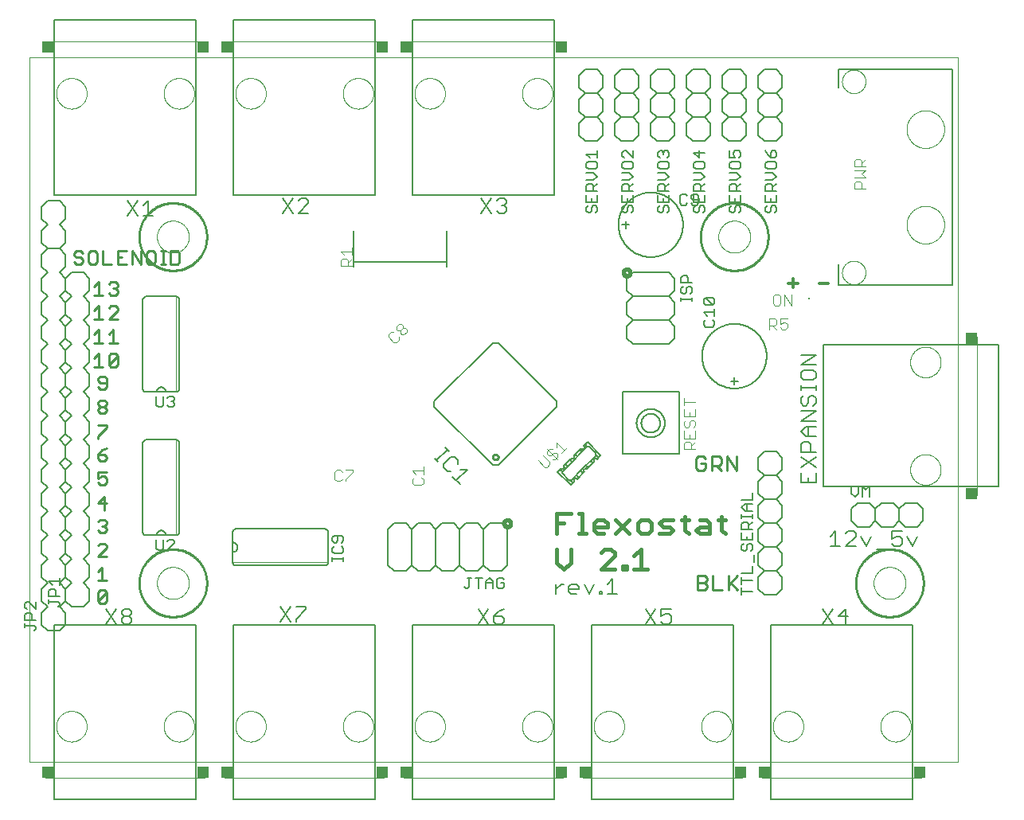
<source format=gto>
G75*
%MOIN*%
%OFA0B0*%
%FSLAX25Y25*%
%IPPOS*%
%LPD*%
%AMOC8*
5,1,8,0,0,1.08239X$1,22.5*
%
%ADD10C,0.00000*%
%ADD11C,0.01600*%
%ADD12C,0.01100*%
%ADD13C,0.01400*%
%ADD14C,0.01500*%
%ADD15C,0.00600*%
%ADD16C,0.01000*%
%ADD17C,0.00500*%
%ADD18C,0.00400*%
%ADD19C,0.00800*%
%ADD20C,0.00200*%
%ADD21C,0.00039*%
%ADD22R,0.05020X0.04500*%
%ADD23R,0.04921X0.04500*%
%ADD24R,0.00787X0.00787*%
%ADD25R,0.04500X0.05020*%
%ADD26R,0.04500X0.04921*%
D10*
X0004867Y0017038D02*
X0004867Y0311998D01*
X0393567Y0311998D01*
X0393567Y0017038D01*
X0004867Y0017038D01*
X0015967Y0032038D02*
X0015969Y0032198D01*
X0015975Y0032357D01*
X0015985Y0032516D01*
X0015999Y0032675D01*
X0016017Y0032834D01*
X0016038Y0032992D01*
X0016064Y0033149D01*
X0016094Y0033306D01*
X0016127Y0033462D01*
X0016165Y0033617D01*
X0016206Y0033771D01*
X0016251Y0033924D01*
X0016300Y0034076D01*
X0016353Y0034227D01*
X0016409Y0034376D01*
X0016470Y0034524D01*
X0016533Y0034670D01*
X0016601Y0034815D01*
X0016672Y0034958D01*
X0016746Y0035099D01*
X0016824Y0035238D01*
X0016906Y0035375D01*
X0016991Y0035510D01*
X0017079Y0035643D01*
X0017171Y0035774D01*
X0017265Y0035902D01*
X0017363Y0036028D01*
X0017464Y0036152D01*
X0017568Y0036273D01*
X0017675Y0036391D01*
X0017785Y0036507D01*
X0017898Y0036620D01*
X0018014Y0036730D01*
X0018132Y0036837D01*
X0018253Y0036941D01*
X0018377Y0037042D01*
X0018503Y0037140D01*
X0018631Y0037234D01*
X0018762Y0037326D01*
X0018895Y0037414D01*
X0019030Y0037499D01*
X0019167Y0037581D01*
X0019306Y0037659D01*
X0019447Y0037733D01*
X0019590Y0037804D01*
X0019735Y0037872D01*
X0019881Y0037935D01*
X0020029Y0037996D01*
X0020178Y0038052D01*
X0020329Y0038105D01*
X0020481Y0038154D01*
X0020634Y0038199D01*
X0020788Y0038240D01*
X0020943Y0038278D01*
X0021099Y0038311D01*
X0021256Y0038341D01*
X0021413Y0038367D01*
X0021571Y0038388D01*
X0021730Y0038406D01*
X0021889Y0038420D01*
X0022048Y0038430D01*
X0022207Y0038436D01*
X0022367Y0038438D01*
X0022527Y0038436D01*
X0022686Y0038430D01*
X0022845Y0038420D01*
X0023004Y0038406D01*
X0023163Y0038388D01*
X0023321Y0038367D01*
X0023478Y0038341D01*
X0023635Y0038311D01*
X0023791Y0038278D01*
X0023946Y0038240D01*
X0024100Y0038199D01*
X0024253Y0038154D01*
X0024405Y0038105D01*
X0024556Y0038052D01*
X0024705Y0037996D01*
X0024853Y0037935D01*
X0024999Y0037872D01*
X0025144Y0037804D01*
X0025287Y0037733D01*
X0025428Y0037659D01*
X0025567Y0037581D01*
X0025704Y0037499D01*
X0025839Y0037414D01*
X0025972Y0037326D01*
X0026103Y0037234D01*
X0026231Y0037140D01*
X0026357Y0037042D01*
X0026481Y0036941D01*
X0026602Y0036837D01*
X0026720Y0036730D01*
X0026836Y0036620D01*
X0026949Y0036507D01*
X0027059Y0036391D01*
X0027166Y0036273D01*
X0027270Y0036152D01*
X0027371Y0036028D01*
X0027469Y0035902D01*
X0027563Y0035774D01*
X0027655Y0035643D01*
X0027743Y0035510D01*
X0027828Y0035375D01*
X0027910Y0035238D01*
X0027988Y0035099D01*
X0028062Y0034958D01*
X0028133Y0034815D01*
X0028201Y0034670D01*
X0028264Y0034524D01*
X0028325Y0034376D01*
X0028381Y0034227D01*
X0028434Y0034076D01*
X0028483Y0033924D01*
X0028528Y0033771D01*
X0028569Y0033617D01*
X0028607Y0033462D01*
X0028640Y0033306D01*
X0028670Y0033149D01*
X0028696Y0032992D01*
X0028717Y0032834D01*
X0028735Y0032675D01*
X0028749Y0032516D01*
X0028759Y0032357D01*
X0028765Y0032198D01*
X0028767Y0032038D01*
X0028765Y0031878D01*
X0028759Y0031719D01*
X0028749Y0031560D01*
X0028735Y0031401D01*
X0028717Y0031242D01*
X0028696Y0031084D01*
X0028670Y0030927D01*
X0028640Y0030770D01*
X0028607Y0030614D01*
X0028569Y0030459D01*
X0028528Y0030305D01*
X0028483Y0030152D01*
X0028434Y0030000D01*
X0028381Y0029849D01*
X0028325Y0029700D01*
X0028264Y0029552D01*
X0028201Y0029406D01*
X0028133Y0029261D01*
X0028062Y0029118D01*
X0027988Y0028977D01*
X0027910Y0028838D01*
X0027828Y0028701D01*
X0027743Y0028566D01*
X0027655Y0028433D01*
X0027563Y0028302D01*
X0027469Y0028174D01*
X0027371Y0028048D01*
X0027270Y0027924D01*
X0027166Y0027803D01*
X0027059Y0027685D01*
X0026949Y0027569D01*
X0026836Y0027456D01*
X0026720Y0027346D01*
X0026602Y0027239D01*
X0026481Y0027135D01*
X0026357Y0027034D01*
X0026231Y0026936D01*
X0026103Y0026842D01*
X0025972Y0026750D01*
X0025839Y0026662D01*
X0025704Y0026577D01*
X0025567Y0026495D01*
X0025428Y0026417D01*
X0025287Y0026343D01*
X0025144Y0026272D01*
X0024999Y0026204D01*
X0024853Y0026141D01*
X0024705Y0026080D01*
X0024556Y0026024D01*
X0024405Y0025971D01*
X0024253Y0025922D01*
X0024100Y0025877D01*
X0023946Y0025836D01*
X0023791Y0025798D01*
X0023635Y0025765D01*
X0023478Y0025735D01*
X0023321Y0025709D01*
X0023163Y0025688D01*
X0023004Y0025670D01*
X0022845Y0025656D01*
X0022686Y0025646D01*
X0022527Y0025640D01*
X0022367Y0025638D01*
X0022207Y0025640D01*
X0022048Y0025646D01*
X0021889Y0025656D01*
X0021730Y0025670D01*
X0021571Y0025688D01*
X0021413Y0025709D01*
X0021256Y0025735D01*
X0021099Y0025765D01*
X0020943Y0025798D01*
X0020788Y0025836D01*
X0020634Y0025877D01*
X0020481Y0025922D01*
X0020329Y0025971D01*
X0020178Y0026024D01*
X0020029Y0026080D01*
X0019881Y0026141D01*
X0019735Y0026204D01*
X0019590Y0026272D01*
X0019447Y0026343D01*
X0019306Y0026417D01*
X0019167Y0026495D01*
X0019030Y0026577D01*
X0018895Y0026662D01*
X0018762Y0026750D01*
X0018631Y0026842D01*
X0018503Y0026936D01*
X0018377Y0027034D01*
X0018253Y0027135D01*
X0018132Y0027239D01*
X0018014Y0027346D01*
X0017898Y0027456D01*
X0017785Y0027569D01*
X0017675Y0027685D01*
X0017568Y0027803D01*
X0017464Y0027924D01*
X0017363Y0028048D01*
X0017265Y0028174D01*
X0017171Y0028302D01*
X0017079Y0028433D01*
X0016991Y0028566D01*
X0016906Y0028701D01*
X0016824Y0028838D01*
X0016746Y0028977D01*
X0016672Y0029118D01*
X0016601Y0029261D01*
X0016533Y0029406D01*
X0016470Y0029552D01*
X0016409Y0029700D01*
X0016353Y0029849D01*
X0016300Y0030000D01*
X0016251Y0030152D01*
X0016206Y0030305D01*
X0016165Y0030459D01*
X0016127Y0030614D01*
X0016094Y0030770D01*
X0016064Y0030927D01*
X0016038Y0031084D01*
X0016017Y0031242D01*
X0015999Y0031401D01*
X0015985Y0031560D01*
X0015975Y0031719D01*
X0015969Y0031878D01*
X0015967Y0032038D01*
X0060967Y0032038D02*
X0060969Y0032198D01*
X0060975Y0032357D01*
X0060985Y0032516D01*
X0060999Y0032675D01*
X0061017Y0032834D01*
X0061038Y0032992D01*
X0061064Y0033149D01*
X0061094Y0033306D01*
X0061127Y0033462D01*
X0061165Y0033617D01*
X0061206Y0033771D01*
X0061251Y0033924D01*
X0061300Y0034076D01*
X0061353Y0034227D01*
X0061409Y0034376D01*
X0061470Y0034524D01*
X0061533Y0034670D01*
X0061601Y0034815D01*
X0061672Y0034958D01*
X0061746Y0035099D01*
X0061824Y0035238D01*
X0061906Y0035375D01*
X0061991Y0035510D01*
X0062079Y0035643D01*
X0062171Y0035774D01*
X0062265Y0035902D01*
X0062363Y0036028D01*
X0062464Y0036152D01*
X0062568Y0036273D01*
X0062675Y0036391D01*
X0062785Y0036507D01*
X0062898Y0036620D01*
X0063014Y0036730D01*
X0063132Y0036837D01*
X0063253Y0036941D01*
X0063377Y0037042D01*
X0063503Y0037140D01*
X0063631Y0037234D01*
X0063762Y0037326D01*
X0063895Y0037414D01*
X0064030Y0037499D01*
X0064167Y0037581D01*
X0064306Y0037659D01*
X0064447Y0037733D01*
X0064590Y0037804D01*
X0064735Y0037872D01*
X0064881Y0037935D01*
X0065029Y0037996D01*
X0065178Y0038052D01*
X0065329Y0038105D01*
X0065481Y0038154D01*
X0065634Y0038199D01*
X0065788Y0038240D01*
X0065943Y0038278D01*
X0066099Y0038311D01*
X0066256Y0038341D01*
X0066413Y0038367D01*
X0066571Y0038388D01*
X0066730Y0038406D01*
X0066889Y0038420D01*
X0067048Y0038430D01*
X0067207Y0038436D01*
X0067367Y0038438D01*
X0067527Y0038436D01*
X0067686Y0038430D01*
X0067845Y0038420D01*
X0068004Y0038406D01*
X0068163Y0038388D01*
X0068321Y0038367D01*
X0068478Y0038341D01*
X0068635Y0038311D01*
X0068791Y0038278D01*
X0068946Y0038240D01*
X0069100Y0038199D01*
X0069253Y0038154D01*
X0069405Y0038105D01*
X0069556Y0038052D01*
X0069705Y0037996D01*
X0069853Y0037935D01*
X0069999Y0037872D01*
X0070144Y0037804D01*
X0070287Y0037733D01*
X0070428Y0037659D01*
X0070567Y0037581D01*
X0070704Y0037499D01*
X0070839Y0037414D01*
X0070972Y0037326D01*
X0071103Y0037234D01*
X0071231Y0037140D01*
X0071357Y0037042D01*
X0071481Y0036941D01*
X0071602Y0036837D01*
X0071720Y0036730D01*
X0071836Y0036620D01*
X0071949Y0036507D01*
X0072059Y0036391D01*
X0072166Y0036273D01*
X0072270Y0036152D01*
X0072371Y0036028D01*
X0072469Y0035902D01*
X0072563Y0035774D01*
X0072655Y0035643D01*
X0072743Y0035510D01*
X0072828Y0035375D01*
X0072910Y0035238D01*
X0072988Y0035099D01*
X0073062Y0034958D01*
X0073133Y0034815D01*
X0073201Y0034670D01*
X0073264Y0034524D01*
X0073325Y0034376D01*
X0073381Y0034227D01*
X0073434Y0034076D01*
X0073483Y0033924D01*
X0073528Y0033771D01*
X0073569Y0033617D01*
X0073607Y0033462D01*
X0073640Y0033306D01*
X0073670Y0033149D01*
X0073696Y0032992D01*
X0073717Y0032834D01*
X0073735Y0032675D01*
X0073749Y0032516D01*
X0073759Y0032357D01*
X0073765Y0032198D01*
X0073767Y0032038D01*
X0073765Y0031878D01*
X0073759Y0031719D01*
X0073749Y0031560D01*
X0073735Y0031401D01*
X0073717Y0031242D01*
X0073696Y0031084D01*
X0073670Y0030927D01*
X0073640Y0030770D01*
X0073607Y0030614D01*
X0073569Y0030459D01*
X0073528Y0030305D01*
X0073483Y0030152D01*
X0073434Y0030000D01*
X0073381Y0029849D01*
X0073325Y0029700D01*
X0073264Y0029552D01*
X0073201Y0029406D01*
X0073133Y0029261D01*
X0073062Y0029118D01*
X0072988Y0028977D01*
X0072910Y0028838D01*
X0072828Y0028701D01*
X0072743Y0028566D01*
X0072655Y0028433D01*
X0072563Y0028302D01*
X0072469Y0028174D01*
X0072371Y0028048D01*
X0072270Y0027924D01*
X0072166Y0027803D01*
X0072059Y0027685D01*
X0071949Y0027569D01*
X0071836Y0027456D01*
X0071720Y0027346D01*
X0071602Y0027239D01*
X0071481Y0027135D01*
X0071357Y0027034D01*
X0071231Y0026936D01*
X0071103Y0026842D01*
X0070972Y0026750D01*
X0070839Y0026662D01*
X0070704Y0026577D01*
X0070567Y0026495D01*
X0070428Y0026417D01*
X0070287Y0026343D01*
X0070144Y0026272D01*
X0069999Y0026204D01*
X0069853Y0026141D01*
X0069705Y0026080D01*
X0069556Y0026024D01*
X0069405Y0025971D01*
X0069253Y0025922D01*
X0069100Y0025877D01*
X0068946Y0025836D01*
X0068791Y0025798D01*
X0068635Y0025765D01*
X0068478Y0025735D01*
X0068321Y0025709D01*
X0068163Y0025688D01*
X0068004Y0025670D01*
X0067845Y0025656D01*
X0067686Y0025646D01*
X0067527Y0025640D01*
X0067367Y0025638D01*
X0067207Y0025640D01*
X0067048Y0025646D01*
X0066889Y0025656D01*
X0066730Y0025670D01*
X0066571Y0025688D01*
X0066413Y0025709D01*
X0066256Y0025735D01*
X0066099Y0025765D01*
X0065943Y0025798D01*
X0065788Y0025836D01*
X0065634Y0025877D01*
X0065481Y0025922D01*
X0065329Y0025971D01*
X0065178Y0026024D01*
X0065029Y0026080D01*
X0064881Y0026141D01*
X0064735Y0026204D01*
X0064590Y0026272D01*
X0064447Y0026343D01*
X0064306Y0026417D01*
X0064167Y0026495D01*
X0064030Y0026577D01*
X0063895Y0026662D01*
X0063762Y0026750D01*
X0063631Y0026842D01*
X0063503Y0026936D01*
X0063377Y0027034D01*
X0063253Y0027135D01*
X0063132Y0027239D01*
X0063014Y0027346D01*
X0062898Y0027456D01*
X0062785Y0027569D01*
X0062675Y0027685D01*
X0062568Y0027803D01*
X0062464Y0027924D01*
X0062363Y0028048D01*
X0062265Y0028174D01*
X0062171Y0028302D01*
X0062079Y0028433D01*
X0061991Y0028566D01*
X0061906Y0028701D01*
X0061824Y0028838D01*
X0061746Y0028977D01*
X0061672Y0029118D01*
X0061601Y0029261D01*
X0061533Y0029406D01*
X0061470Y0029552D01*
X0061409Y0029700D01*
X0061353Y0029849D01*
X0061300Y0030000D01*
X0061251Y0030152D01*
X0061206Y0030305D01*
X0061165Y0030459D01*
X0061127Y0030614D01*
X0061094Y0030770D01*
X0061064Y0030927D01*
X0061038Y0031084D01*
X0061017Y0031242D01*
X0060999Y0031401D01*
X0060985Y0031560D01*
X0060975Y0031719D01*
X0060969Y0031878D01*
X0060967Y0032038D01*
X0090967Y0032038D02*
X0090969Y0032198D01*
X0090975Y0032357D01*
X0090985Y0032516D01*
X0090999Y0032675D01*
X0091017Y0032834D01*
X0091038Y0032992D01*
X0091064Y0033149D01*
X0091094Y0033306D01*
X0091127Y0033462D01*
X0091165Y0033617D01*
X0091206Y0033771D01*
X0091251Y0033924D01*
X0091300Y0034076D01*
X0091353Y0034227D01*
X0091409Y0034376D01*
X0091470Y0034524D01*
X0091533Y0034670D01*
X0091601Y0034815D01*
X0091672Y0034958D01*
X0091746Y0035099D01*
X0091824Y0035238D01*
X0091906Y0035375D01*
X0091991Y0035510D01*
X0092079Y0035643D01*
X0092171Y0035774D01*
X0092265Y0035902D01*
X0092363Y0036028D01*
X0092464Y0036152D01*
X0092568Y0036273D01*
X0092675Y0036391D01*
X0092785Y0036507D01*
X0092898Y0036620D01*
X0093014Y0036730D01*
X0093132Y0036837D01*
X0093253Y0036941D01*
X0093377Y0037042D01*
X0093503Y0037140D01*
X0093631Y0037234D01*
X0093762Y0037326D01*
X0093895Y0037414D01*
X0094030Y0037499D01*
X0094167Y0037581D01*
X0094306Y0037659D01*
X0094447Y0037733D01*
X0094590Y0037804D01*
X0094735Y0037872D01*
X0094881Y0037935D01*
X0095029Y0037996D01*
X0095178Y0038052D01*
X0095329Y0038105D01*
X0095481Y0038154D01*
X0095634Y0038199D01*
X0095788Y0038240D01*
X0095943Y0038278D01*
X0096099Y0038311D01*
X0096256Y0038341D01*
X0096413Y0038367D01*
X0096571Y0038388D01*
X0096730Y0038406D01*
X0096889Y0038420D01*
X0097048Y0038430D01*
X0097207Y0038436D01*
X0097367Y0038438D01*
X0097527Y0038436D01*
X0097686Y0038430D01*
X0097845Y0038420D01*
X0098004Y0038406D01*
X0098163Y0038388D01*
X0098321Y0038367D01*
X0098478Y0038341D01*
X0098635Y0038311D01*
X0098791Y0038278D01*
X0098946Y0038240D01*
X0099100Y0038199D01*
X0099253Y0038154D01*
X0099405Y0038105D01*
X0099556Y0038052D01*
X0099705Y0037996D01*
X0099853Y0037935D01*
X0099999Y0037872D01*
X0100144Y0037804D01*
X0100287Y0037733D01*
X0100428Y0037659D01*
X0100567Y0037581D01*
X0100704Y0037499D01*
X0100839Y0037414D01*
X0100972Y0037326D01*
X0101103Y0037234D01*
X0101231Y0037140D01*
X0101357Y0037042D01*
X0101481Y0036941D01*
X0101602Y0036837D01*
X0101720Y0036730D01*
X0101836Y0036620D01*
X0101949Y0036507D01*
X0102059Y0036391D01*
X0102166Y0036273D01*
X0102270Y0036152D01*
X0102371Y0036028D01*
X0102469Y0035902D01*
X0102563Y0035774D01*
X0102655Y0035643D01*
X0102743Y0035510D01*
X0102828Y0035375D01*
X0102910Y0035238D01*
X0102988Y0035099D01*
X0103062Y0034958D01*
X0103133Y0034815D01*
X0103201Y0034670D01*
X0103264Y0034524D01*
X0103325Y0034376D01*
X0103381Y0034227D01*
X0103434Y0034076D01*
X0103483Y0033924D01*
X0103528Y0033771D01*
X0103569Y0033617D01*
X0103607Y0033462D01*
X0103640Y0033306D01*
X0103670Y0033149D01*
X0103696Y0032992D01*
X0103717Y0032834D01*
X0103735Y0032675D01*
X0103749Y0032516D01*
X0103759Y0032357D01*
X0103765Y0032198D01*
X0103767Y0032038D01*
X0103765Y0031878D01*
X0103759Y0031719D01*
X0103749Y0031560D01*
X0103735Y0031401D01*
X0103717Y0031242D01*
X0103696Y0031084D01*
X0103670Y0030927D01*
X0103640Y0030770D01*
X0103607Y0030614D01*
X0103569Y0030459D01*
X0103528Y0030305D01*
X0103483Y0030152D01*
X0103434Y0030000D01*
X0103381Y0029849D01*
X0103325Y0029700D01*
X0103264Y0029552D01*
X0103201Y0029406D01*
X0103133Y0029261D01*
X0103062Y0029118D01*
X0102988Y0028977D01*
X0102910Y0028838D01*
X0102828Y0028701D01*
X0102743Y0028566D01*
X0102655Y0028433D01*
X0102563Y0028302D01*
X0102469Y0028174D01*
X0102371Y0028048D01*
X0102270Y0027924D01*
X0102166Y0027803D01*
X0102059Y0027685D01*
X0101949Y0027569D01*
X0101836Y0027456D01*
X0101720Y0027346D01*
X0101602Y0027239D01*
X0101481Y0027135D01*
X0101357Y0027034D01*
X0101231Y0026936D01*
X0101103Y0026842D01*
X0100972Y0026750D01*
X0100839Y0026662D01*
X0100704Y0026577D01*
X0100567Y0026495D01*
X0100428Y0026417D01*
X0100287Y0026343D01*
X0100144Y0026272D01*
X0099999Y0026204D01*
X0099853Y0026141D01*
X0099705Y0026080D01*
X0099556Y0026024D01*
X0099405Y0025971D01*
X0099253Y0025922D01*
X0099100Y0025877D01*
X0098946Y0025836D01*
X0098791Y0025798D01*
X0098635Y0025765D01*
X0098478Y0025735D01*
X0098321Y0025709D01*
X0098163Y0025688D01*
X0098004Y0025670D01*
X0097845Y0025656D01*
X0097686Y0025646D01*
X0097527Y0025640D01*
X0097367Y0025638D01*
X0097207Y0025640D01*
X0097048Y0025646D01*
X0096889Y0025656D01*
X0096730Y0025670D01*
X0096571Y0025688D01*
X0096413Y0025709D01*
X0096256Y0025735D01*
X0096099Y0025765D01*
X0095943Y0025798D01*
X0095788Y0025836D01*
X0095634Y0025877D01*
X0095481Y0025922D01*
X0095329Y0025971D01*
X0095178Y0026024D01*
X0095029Y0026080D01*
X0094881Y0026141D01*
X0094735Y0026204D01*
X0094590Y0026272D01*
X0094447Y0026343D01*
X0094306Y0026417D01*
X0094167Y0026495D01*
X0094030Y0026577D01*
X0093895Y0026662D01*
X0093762Y0026750D01*
X0093631Y0026842D01*
X0093503Y0026936D01*
X0093377Y0027034D01*
X0093253Y0027135D01*
X0093132Y0027239D01*
X0093014Y0027346D01*
X0092898Y0027456D01*
X0092785Y0027569D01*
X0092675Y0027685D01*
X0092568Y0027803D01*
X0092464Y0027924D01*
X0092363Y0028048D01*
X0092265Y0028174D01*
X0092171Y0028302D01*
X0092079Y0028433D01*
X0091991Y0028566D01*
X0091906Y0028701D01*
X0091824Y0028838D01*
X0091746Y0028977D01*
X0091672Y0029118D01*
X0091601Y0029261D01*
X0091533Y0029406D01*
X0091470Y0029552D01*
X0091409Y0029700D01*
X0091353Y0029849D01*
X0091300Y0030000D01*
X0091251Y0030152D01*
X0091206Y0030305D01*
X0091165Y0030459D01*
X0091127Y0030614D01*
X0091094Y0030770D01*
X0091064Y0030927D01*
X0091038Y0031084D01*
X0091017Y0031242D01*
X0090999Y0031401D01*
X0090985Y0031560D01*
X0090975Y0031719D01*
X0090969Y0031878D01*
X0090967Y0032038D01*
X0135967Y0032038D02*
X0135969Y0032198D01*
X0135975Y0032357D01*
X0135985Y0032516D01*
X0135999Y0032675D01*
X0136017Y0032834D01*
X0136038Y0032992D01*
X0136064Y0033149D01*
X0136094Y0033306D01*
X0136127Y0033462D01*
X0136165Y0033617D01*
X0136206Y0033771D01*
X0136251Y0033924D01*
X0136300Y0034076D01*
X0136353Y0034227D01*
X0136409Y0034376D01*
X0136470Y0034524D01*
X0136533Y0034670D01*
X0136601Y0034815D01*
X0136672Y0034958D01*
X0136746Y0035099D01*
X0136824Y0035238D01*
X0136906Y0035375D01*
X0136991Y0035510D01*
X0137079Y0035643D01*
X0137171Y0035774D01*
X0137265Y0035902D01*
X0137363Y0036028D01*
X0137464Y0036152D01*
X0137568Y0036273D01*
X0137675Y0036391D01*
X0137785Y0036507D01*
X0137898Y0036620D01*
X0138014Y0036730D01*
X0138132Y0036837D01*
X0138253Y0036941D01*
X0138377Y0037042D01*
X0138503Y0037140D01*
X0138631Y0037234D01*
X0138762Y0037326D01*
X0138895Y0037414D01*
X0139030Y0037499D01*
X0139167Y0037581D01*
X0139306Y0037659D01*
X0139447Y0037733D01*
X0139590Y0037804D01*
X0139735Y0037872D01*
X0139881Y0037935D01*
X0140029Y0037996D01*
X0140178Y0038052D01*
X0140329Y0038105D01*
X0140481Y0038154D01*
X0140634Y0038199D01*
X0140788Y0038240D01*
X0140943Y0038278D01*
X0141099Y0038311D01*
X0141256Y0038341D01*
X0141413Y0038367D01*
X0141571Y0038388D01*
X0141730Y0038406D01*
X0141889Y0038420D01*
X0142048Y0038430D01*
X0142207Y0038436D01*
X0142367Y0038438D01*
X0142527Y0038436D01*
X0142686Y0038430D01*
X0142845Y0038420D01*
X0143004Y0038406D01*
X0143163Y0038388D01*
X0143321Y0038367D01*
X0143478Y0038341D01*
X0143635Y0038311D01*
X0143791Y0038278D01*
X0143946Y0038240D01*
X0144100Y0038199D01*
X0144253Y0038154D01*
X0144405Y0038105D01*
X0144556Y0038052D01*
X0144705Y0037996D01*
X0144853Y0037935D01*
X0144999Y0037872D01*
X0145144Y0037804D01*
X0145287Y0037733D01*
X0145428Y0037659D01*
X0145567Y0037581D01*
X0145704Y0037499D01*
X0145839Y0037414D01*
X0145972Y0037326D01*
X0146103Y0037234D01*
X0146231Y0037140D01*
X0146357Y0037042D01*
X0146481Y0036941D01*
X0146602Y0036837D01*
X0146720Y0036730D01*
X0146836Y0036620D01*
X0146949Y0036507D01*
X0147059Y0036391D01*
X0147166Y0036273D01*
X0147270Y0036152D01*
X0147371Y0036028D01*
X0147469Y0035902D01*
X0147563Y0035774D01*
X0147655Y0035643D01*
X0147743Y0035510D01*
X0147828Y0035375D01*
X0147910Y0035238D01*
X0147988Y0035099D01*
X0148062Y0034958D01*
X0148133Y0034815D01*
X0148201Y0034670D01*
X0148264Y0034524D01*
X0148325Y0034376D01*
X0148381Y0034227D01*
X0148434Y0034076D01*
X0148483Y0033924D01*
X0148528Y0033771D01*
X0148569Y0033617D01*
X0148607Y0033462D01*
X0148640Y0033306D01*
X0148670Y0033149D01*
X0148696Y0032992D01*
X0148717Y0032834D01*
X0148735Y0032675D01*
X0148749Y0032516D01*
X0148759Y0032357D01*
X0148765Y0032198D01*
X0148767Y0032038D01*
X0148765Y0031878D01*
X0148759Y0031719D01*
X0148749Y0031560D01*
X0148735Y0031401D01*
X0148717Y0031242D01*
X0148696Y0031084D01*
X0148670Y0030927D01*
X0148640Y0030770D01*
X0148607Y0030614D01*
X0148569Y0030459D01*
X0148528Y0030305D01*
X0148483Y0030152D01*
X0148434Y0030000D01*
X0148381Y0029849D01*
X0148325Y0029700D01*
X0148264Y0029552D01*
X0148201Y0029406D01*
X0148133Y0029261D01*
X0148062Y0029118D01*
X0147988Y0028977D01*
X0147910Y0028838D01*
X0147828Y0028701D01*
X0147743Y0028566D01*
X0147655Y0028433D01*
X0147563Y0028302D01*
X0147469Y0028174D01*
X0147371Y0028048D01*
X0147270Y0027924D01*
X0147166Y0027803D01*
X0147059Y0027685D01*
X0146949Y0027569D01*
X0146836Y0027456D01*
X0146720Y0027346D01*
X0146602Y0027239D01*
X0146481Y0027135D01*
X0146357Y0027034D01*
X0146231Y0026936D01*
X0146103Y0026842D01*
X0145972Y0026750D01*
X0145839Y0026662D01*
X0145704Y0026577D01*
X0145567Y0026495D01*
X0145428Y0026417D01*
X0145287Y0026343D01*
X0145144Y0026272D01*
X0144999Y0026204D01*
X0144853Y0026141D01*
X0144705Y0026080D01*
X0144556Y0026024D01*
X0144405Y0025971D01*
X0144253Y0025922D01*
X0144100Y0025877D01*
X0143946Y0025836D01*
X0143791Y0025798D01*
X0143635Y0025765D01*
X0143478Y0025735D01*
X0143321Y0025709D01*
X0143163Y0025688D01*
X0143004Y0025670D01*
X0142845Y0025656D01*
X0142686Y0025646D01*
X0142527Y0025640D01*
X0142367Y0025638D01*
X0142207Y0025640D01*
X0142048Y0025646D01*
X0141889Y0025656D01*
X0141730Y0025670D01*
X0141571Y0025688D01*
X0141413Y0025709D01*
X0141256Y0025735D01*
X0141099Y0025765D01*
X0140943Y0025798D01*
X0140788Y0025836D01*
X0140634Y0025877D01*
X0140481Y0025922D01*
X0140329Y0025971D01*
X0140178Y0026024D01*
X0140029Y0026080D01*
X0139881Y0026141D01*
X0139735Y0026204D01*
X0139590Y0026272D01*
X0139447Y0026343D01*
X0139306Y0026417D01*
X0139167Y0026495D01*
X0139030Y0026577D01*
X0138895Y0026662D01*
X0138762Y0026750D01*
X0138631Y0026842D01*
X0138503Y0026936D01*
X0138377Y0027034D01*
X0138253Y0027135D01*
X0138132Y0027239D01*
X0138014Y0027346D01*
X0137898Y0027456D01*
X0137785Y0027569D01*
X0137675Y0027685D01*
X0137568Y0027803D01*
X0137464Y0027924D01*
X0137363Y0028048D01*
X0137265Y0028174D01*
X0137171Y0028302D01*
X0137079Y0028433D01*
X0136991Y0028566D01*
X0136906Y0028701D01*
X0136824Y0028838D01*
X0136746Y0028977D01*
X0136672Y0029118D01*
X0136601Y0029261D01*
X0136533Y0029406D01*
X0136470Y0029552D01*
X0136409Y0029700D01*
X0136353Y0029849D01*
X0136300Y0030000D01*
X0136251Y0030152D01*
X0136206Y0030305D01*
X0136165Y0030459D01*
X0136127Y0030614D01*
X0136094Y0030770D01*
X0136064Y0030927D01*
X0136038Y0031084D01*
X0136017Y0031242D01*
X0135999Y0031401D01*
X0135985Y0031560D01*
X0135975Y0031719D01*
X0135969Y0031878D01*
X0135967Y0032038D01*
X0165967Y0032038D02*
X0165969Y0032198D01*
X0165975Y0032357D01*
X0165985Y0032516D01*
X0165999Y0032675D01*
X0166017Y0032834D01*
X0166038Y0032992D01*
X0166064Y0033149D01*
X0166094Y0033306D01*
X0166127Y0033462D01*
X0166165Y0033617D01*
X0166206Y0033771D01*
X0166251Y0033924D01*
X0166300Y0034076D01*
X0166353Y0034227D01*
X0166409Y0034376D01*
X0166470Y0034524D01*
X0166533Y0034670D01*
X0166601Y0034815D01*
X0166672Y0034958D01*
X0166746Y0035099D01*
X0166824Y0035238D01*
X0166906Y0035375D01*
X0166991Y0035510D01*
X0167079Y0035643D01*
X0167171Y0035774D01*
X0167265Y0035902D01*
X0167363Y0036028D01*
X0167464Y0036152D01*
X0167568Y0036273D01*
X0167675Y0036391D01*
X0167785Y0036507D01*
X0167898Y0036620D01*
X0168014Y0036730D01*
X0168132Y0036837D01*
X0168253Y0036941D01*
X0168377Y0037042D01*
X0168503Y0037140D01*
X0168631Y0037234D01*
X0168762Y0037326D01*
X0168895Y0037414D01*
X0169030Y0037499D01*
X0169167Y0037581D01*
X0169306Y0037659D01*
X0169447Y0037733D01*
X0169590Y0037804D01*
X0169735Y0037872D01*
X0169881Y0037935D01*
X0170029Y0037996D01*
X0170178Y0038052D01*
X0170329Y0038105D01*
X0170481Y0038154D01*
X0170634Y0038199D01*
X0170788Y0038240D01*
X0170943Y0038278D01*
X0171099Y0038311D01*
X0171256Y0038341D01*
X0171413Y0038367D01*
X0171571Y0038388D01*
X0171730Y0038406D01*
X0171889Y0038420D01*
X0172048Y0038430D01*
X0172207Y0038436D01*
X0172367Y0038438D01*
X0172527Y0038436D01*
X0172686Y0038430D01*
X0172845Y0038420D01*
X0173004Y0038406D01*
X0173163Y0038388D01*
X0173321Y0038367D01*
X0173478Y0038341D01*
X0173635Y0038311D01*
X0173791Y0038278D01*
X0173946Y0038240D01*
X0174100Y0038199D01*
X0174253Y0038154D01*
X0174405Y0038105D01*
X0174556Y0038052D01*
X0174705Y0037996D01*
X0174853Y0037935D01*
X0174999Y0037872D01*
X0175144Y0037804D01*
X0175287Y0037733D01*
X0175428Y0037659D01*
X0175567Y0037581D01*
X0175704Y0037499D01*
X0175839Y0037414D01*
X0175972Y0037326D01*
X0176103Y0037234D01*
X0176231Y0037140D01*
X0176357Y0037042D01*
X0176481Y0036941D01*
X0176602Y0036837D01*
X0176720Y0036730D01*
X0176836Y0036620D01*
X0176949Y0036507D01*
X0177059Y0036391D01*
X0177166Y0036273D01*
X0177270Y0036152D01*
X0177371Y0036028D01*
X0177469Y0035902D01*
X0177563Y0035774D01*
X0177655Y0035643D01*
X0177743Y0035510D01*
X0177828Y0035375D01*
X0177910Y0035238D01*
X0177988Y0035099D01*
X0178062Y0034958D01*
X0178133Y0034815D01*
X0178201Y0034670D01*
X0178264Y0034524D01*
X0178325Y0034376D01*
X0178381Y0034227D01*
X0178434Y0034076D01*
X0178483Y0033924D01*
X0178528Y0033771D01*
X0178569Y0033617D01*
X0178607Y0033462D01*
X0178640Y0033306D01*
X0178670Y0033149D01*
X0178696Y0032992D01*
X0178717Y0032834D01*
X0178735Y0032675D01*
X0178749Y0032516D01*
X0178759Y0032357D01*
X0178765Y0032198D01*
X0178767Y0032038D01*
X0178765Y0031878D01*
X0178759Y0031719D01*
X0178749Y0031560D01*
X0178735Y0031401D01*
X0178717Y0031242D01*
X0178696Y0031084D01*
X0178670Y0030927D01*
X0178640Y0030770D01*
X0178607Y0030614D01*
X0178569Y0030459D01*
X0178528Y0030305D01*
X0178483Y0030152D01*
X0178434Y0030000D01*
X0178381Y0029849D01*
X0178325Y0029700D01*
X0178264Y0029552D01*
X0178201Y0029406D01*
X0178133Y0029261D01*
X0178062Y0029118D01*
X0177988Y0028977D01*
X0177910Y0028838D01*
X0177828Y0028701D01*
X0177743Y0028566D01*
X0177655Y0028433D01*
X0177563Y0028302D01*
X0177469Y0028174D01*
X0177371Y0028048D01*
X0177270Y0027924D01*
X0177166Y0027803D01*
X0177059Y0027685D01*
X0176949Y0027569D01*
X0176836Y0027456D01*
X0176720Y0027346D01*
X0176602Y0027239D01*
X0176481Y0027135D01*
X0176357Y0027034D01*
X0176231Y0026936D01*
X0176103Y0026842D01*
X0175972Y0026750D01*
X0175839Y0026662D01*
X0175704Y0026577D01*
X0175567Y0026495D01*
X0175428Y0026417D01*
X0175287Y0026343D01*
X0175144Y0026272D01*
X0174999Y0026204D01*
X0174853Y0026141D01*
X0174705Y0026080D01*
X0174556Y0026024D01*
X0174405Y0025971D01*
X0174253Y0025922D01*
X0174100Y0025877D01*
X0173946Y0025836D01*
X0173791Y0025798D01*
X0173635Y0025765D01*
X0173478Y0025735D01*
X0173321Y0025709D01*
X0173163Y0025688D01*
X0173004Y0025670D01*
X0172845Y0025656D01*
X0172686Y0025646D01*
X0172527Y0025640D01*
X0172367Y0025638D01*
X0172207Y0025640D01*
X0172048Y0025646D01*
X0171889Y0025656D01*
X0171730Y0025670D01*
X0171571Y0025688D01*
X0171413Y0025709D01*
X0171256Y0025735D01*
X0171099Y0025765D01*
X0170943Y0025798D01*
X0170788Y0025836D01*
X0170634Y0025877D01*
X0170481Y0025922D01*
X0170329Y0025971D01*
X0170178Y0026024D01*
X0170029Y0026080D01*
X0169881Y0026141D01*
X0169735Y0026204D01*
X0169590Y0026272D01*
X0169447Y0026343D01*
X0169306Y0026417D01*
X0169167Y0026495D01*
X0169030Y0026577D01*
X0168895Y0026662D01*
X0168762Y0026750D01*
X0168631Y0026842D01*
X0168503Y0026936D01*
X0168377Y0027034D01*
X0168253Y0027135D01*
X0168132Y0027239D01*
X0168014Y0027346D01*
X0167898Y0027456D01*
X0167785Y0027569D01*
X0167675Y0027685D01*
X0167568Y0027803D01*
X0167464Y0027924D01*
X0167363Y0028048D01*
X0167265Y0028174D01*
X0167171Y0028302D01*
X0167079Y0028433D01*
X0166991Y0028566D01*
X0166906Y0028701D01*
X0166824Y0028838D01*
X0166746Y0028977D01*
X0166672Y0029118D01*
X0166601Y0029261D01*
X0166533Y0029406D01*
X0166470Y0029552D01*
X0166409Y0029700D01*
X0166353Y0029849D01*
X0166300Y0030000D01*
X0166251Y0030152D01*
X0166206Y0030305D01*
X0166165Y0030459D01*
X0166127Y0030614D01*
X0166094Y0030770D01*
X0166064Y0030927D01*
X0166038Y0031084D01*
X0166017Y0031242D01*
X0165999Y0031401D01*
X0165985Y0031560D01*
X0165975Y0031719D01*
X0165969Y0031878D01*
X0165967Y0032038D01*
X0210967Y0032038D02*
X0210969Y0032198D01*
X0210975Y0032357D01*
X0210985Y0032516D01*
X0210999Y0032675D01*
X0211017Y0032834D01*
X0211038Y0032992D01*
X0211064Y0033149D01*
X0211094Y0033306D01*
X0211127Y0033462D01*
X0211165Y0033617D01*
X0211206Y0033771D01*
X0211251Y0033924D01*
X0211300Y0034076D01*
X0211353Y0034227D01*
X0211409Y0034376D01*
X0211470Y0034524D01*
X0211533Y0034670D01*
X0211601Y0034815D01*
X0211672Y0034958D01*
X0211746Y0035099D01*
X0211824Y0035238D01*
X0211906Y0035375D01*
X0211991Y0035510D01*
X0212079Y0035643D01*
X0212171Y0035774D01*
X0212265Y0035902D01*
X0212363Y0036028D01*
X0212464Y0036152D01*
X0212568Y0036273D01*
X0212675Y0036391D01*
X0212785Y0036507D01*
X0212898Y0036620D01*
X0213014Y0036730D01*
X0213132Y0036837D01*
X0213253Y0036941D01*
X0213377Y0037042D01*
X0213503Y0037140D01*
X0213631Y0037234D01*
X0213762Y0037326D01*
X0213895Y0037414D01*
X0214030Y0037499D01*
X0214167Y0037581D01*
X0214306Y0037659D01*
X0214447Y0037733D01*
X0214590Y0037804D01*
X0214735Y0037872D01*
X0214881Y0037935D01*
X0215029Y0037996D01*
X0215178Y0038052D01*
X0215329Y0038105D01*
X0215481Y0038154D01*
X0215634Y0038199D01*
X0215788Y0038240D01*
X0215943Y0038278D01*
X0216099Y0038311D01*
X0216256Y0038341D01*
X0216413Y0038367D01*
X0216571Y0038388D01*
X0216730Y0038406D01*
X0216889Y0038420D01*
X0217048Y0038430D01*
X0217207Y0038436D01*
X0217367Y0038438D01*
X0217527Y0038436D01*
X0217686Y0038430D01*
X0217845Y0038420D01*
X0218004Y0038406D01*
X0218163Y0038388D01*
X0218321Y0038367D01*
X0218478Y0038341D01*
X0218635Y0038311D01*
X0218791Y0038278D01*
X0218946Y0038240D01*
X0219100Y0038199D01*
X0219253Y0038154D01*
X0219405Y0038105D01*
X0219556Y0038052D01*
X0219705Y0037996D01*
X0219853Y0037935D01*
X0219999Y0037872D01*
X0220144Y0037804D01*
X0220287Y0037733D01*
X0220428Y0037659D01*
X0220567Y0037581D01*
X0220704Y0037499D01*
X0220839Y0037414D01*
X0220972Y0037326D01*
X0221103Y0037234D01*
X0221231Y0037140D01*
X0221357Y0037042D01*
X0221481Y0036941D01*
X0221602Y0036837D01*
X0221720Y0036730D01*
X0221836Y0036620D01*
X0221949Y0036507D01*
X0222059Y0036391D01*
X0222166Y0036273D01*
X0222270Y0036152D01*
X0222371Y0036028D01*
X0222469Y0035902D01*
X0222563Y0035774D01*
X0222655Y0035643D01*
X0222743Y0035510D01*
X0222828Y0035375D01*
X0222910Y0035238D01*
X0222988Y0035099D01*
X0223062Y0034958D01*
X0223133Y0034815D01*
X0223201Y0034670D01*
X0223264Y0034524D01*
X0223325Y0034376D01*
X0223381Y0034227D01*
X0223434Y0034076D01*
X0223483Y0033924D01*
X0223528Y0033771D01*
X0223569Y0033617D01*
X0223607Y0033462D01*
X0223640Y0033306D01*
X0223670Y0033149D01*
X0223696Y0032992D01*
X0223717Y0032834D01*
X0223735Y0032675D01*
X0223749Y0032516D01*
X0223759Y0032357D01*
X0223765Y0032198D01*
X0223767Y0032038D01*
X0223765Y0031878D01*
X0223759Y0031719D01*
X0223749Y0031560D01*
X0223735Y0031401D01*
X0223717Y0031242D01*
X0223696Y0031084D01*
X0223670Y0030927D01*
X0223640Y0030770D01*
X0223607Y0030614D01*
X0223569Y0030459D01*
X0223528Y0030305D01*
X0223483Y0030152D01*
X0223434Y0030000D01*
X0223381Y0029849D01*
X0223325Y0029700D01*
X0223264Y0029552D01*
X0223201Y0029406D01*
X0223133Y0029261D01*
X0223062Y0029118D01*
X0222988Y0028977D01*
X0222910Y0028838D01*
X0222828Y0028701D01*
X0222743Y0028566D01*
X0222655Y0028433D01*
X0222563Y0028302D01*
X0222469Y0028174D01*
X0222371Y0028048D01*
X0222270Y0027924D01*
X0222166Y0027803D01*
X0222059Y0027685D01*
X0221949Y0027569D01*
X0221836Y0027456D01*
X0221720Y0027346D01*
X0221602Y0027239D01*
X0221481Y0027135D01*
X0221357Y0027034D01*
X0221231Y0026936D01*
X0221103Y0026842D01*
X0220972Y0026750D01*
X0220839Y0026662D01*
X0220704Y0026577D01*
X0220567Y0026495D01*
X0220428Y0026417D01*
X0220287Y0026343D01*
X0220144Y0026272D01*
X0219999Y0026204D01*
X0219853Y0026141D01*
X0219705Y0026080D01*
X0219556Y0026024D01*
X0219405Y0025971D01*
X0219253Y0025922D01*
X0219100Y0025877D01*
X0218946Y0025836D01*
X0218791Y0025798D01*
X0218635Y0025765D01*
X0218478Y0025735D01*
X0218321Y0025709D01*
X0218163Y0025688D01*
X0218004Y0025670D01*
X0217845Y0025656D01*
X0217686Y0025646D01*
X0217527Y0025640D01*
X0217367Y0025638D01*
X0217207Y0025640D01*
X0217048Y0025646D01*
X0216889Y0025656D01*
X0216730Y0025670D01*
X0216571Y0025688D01*
X0216413Y0025709D01*
X0216256Y0025735D01*
X0216099Y0025765D01*
X0215943Y0025798D01*
X0215788Y0025836D01*
X0215634Y0025877D01*
X0215481Y0025922D01*
X0215329Y0025971D01*
X0215178Y0026024D01*
X0215029Y0026080D01*
X0214881Y0026141D01*
X0214735Y0026204D01*
X0214590Y0026272D01*
X0214447Y0026343D01*
X0214306Y0026417D01*
X0214167Y0026495D01*
X0214030Y0026577D01*
X0213895Y0026662D01*
X0213762Y0026750D01*
X0213631Y0026842D01*
X0213503Y0026936D01*
X0213377Y0027034D01*
X0213253Y0027135D01*
X0213132Y0027239D01*
X0213014Y0027346D01*
X0212898Y0027456D01*
X0212785Y0027569D01*
X0212675Y0027685D01*
X0212568Y0027803D01*
X0212464Y0027924D01*
X0212363Y0028048D01*
X0212265Y0028174D01*
X0212171Y0028302D01*
X0212079Y0028433D01*
X0211991Y0028566D01*
X0211906Y0028701D01*
X0211824Y0028838D01*
X0211746Y0028977D01*
X0211672Y0029118D01*
X0211601Y0029261D01*
X0211533Y0029406D01*
X0211470Y0029552D01*
X0211409Y0029700D01*
X0211353Y0029849D01*
X0211300Y0030000D01*
X0211251Y0030152D01*
X0211206Y0030305D01*
X0211165Y0030459D01*
X0211127Y0030614D01*
X0211094Y0030770D01*
X0211064Y0030927D01*
X0211038Y0031084D01*
X0211017Y0031242D01*
X0210999Y0031401D01*
X0210985Y0031560D01*
X0210975Y0031719D01*
X0210969Y0031878D01*
X0210967Y0032038D01*
X0240967Y0032038D02*
X0240969Y0032198D01*
X0240975Y0032357D01*
X0240985Y0032516D01*
X0240999Y0032675D01*
X0241017Y0032834D01*
X0241038Y0032992D01*
X0241064Y0033149D01*
X0241094Y0033306D01*
X0241127Y0033462D01*
X0241165Y0033617D01*
X0241206Y0033771D01*
X0241251Y0033924D01*
X0241300Y0034076D01*
X0241353Y0034227D01*
X0241409Y0034376D01*
X0241470Y0034524D01*
X0241533Y0034670D01*
X0241601Y0034815D01*
X0241672Y0034958D01*
X0241746Y0035099D01*
X0241824Y0035238D01*
X0241906Y0035375D01*
X0241991Y0035510D01*
X0242079Y0035643D01*
X0242171Y0035774D01*
X0242265Y0035902D01*
X0242363Y0036028D01*
X0242464Y0036152D01*
X0242568Y0036273D01*
X0242675Y0036391D01*
X0242785Y0036507D01*
X0242898Y0036620D01*
X0243014Y0036730D01*
X0243132Y0036837D01*
X0243253Y0036941D01*
X0243377Y0037042D01*
X0243503Y0037140D01*
X0243631Y0037234D01*
X0243762Y0037326D01*
X0243895Y0037414D01*
X0244030Y0037499D01*
X0244167Y0037581D01*
X0244306Y0037659D01*
X0244447Y0037733D01*
X0244590Y0037804D01*
X0244735Y0037872D01*
X0244881Y0037935D01*
X0245029Y0037996D01*
X0245178Y0038052D01*
X0245329Y0038105D01*
X0245481Y0038154D01*
X0245634Y0038199D01*
X0245788Y0038240D01*
X0245943Y0038278D01*
X0246099Y0038311D01*
X0246256Y0038341D01*
X0246413Y0038367D01*
X0246571Y0038388D01*
X0246730Y0038406D01*
X0246889Y0038420D01*
X0247048Y0038430D01*
X0247207Y0038436D01*
X0247367Y0038438D01*
X0247527Y0038436D01*
X0247686Y0038430D01*
X0247845Y0038420D01*
X0248004Y0038406D01*
X0248163Y0038388D01*
X0248321Y0038367D01*
X0248478Y0038341D01*
X0248635Y0038311D01*
X0248791Y0038278D01*
X0248946Y0038240D01*
X0249100Y0038199D01*
X0249253Y0038154D01*
X0249405Y0038105D01*
X0249556Y0038052D01*
X0249705Y0037996D01*
X0249853Y0037935D01*
X0249999Y0037872D01*
X0250144Y0037804D01*
X0250287Y0037733D01*
X0250428Y0037659D01*
X0250567Y0037581D01*
X0250704Y0037499D01*
X0250839Y0037414D01*
X0250972Y0037326D01*
X0251103Y0037234D01*
X0251231Y0037140D01*
X0251357Y0037042D01*
X0251481Y0036941D01*
X0251602Y0036837D01*
X0251720Y0036730D01*
X0251836Y0036620D01*
X0251949Y0036507D01*
X0252059Y0036391D01*
X0252166Y0036273D01*
X0252270Y0036152D01*
X0252371Y0036028D01*
X0252469Y0035902D01*
X0252563Y0035774D01*
X0252655Y0035643D01*
X0252743Y0035510D01*
X0252828Y0035375D01*
X0252910Y0035238D01*
X0252988Y0035099D01*
X0253062Y0034958D01*
X0253133Y0034815D01*
X0253201Y0034670D01*
X0253264Y0034524D01*
X0253325Y0034376D01*
X0253381Y0034227D01*
X0253434Y0034076D01*
X0253483Y0033924D01*
X0253528Y0033771D01*
X0253569Y0033617D01*
X0253607Y0033462D01*
X0253640Y0033306D01*
X0253670Y0033149D01*
X0253696Y0032992D01*
X0253717Y0032834D01*
X0253735Y0032675D01*
X0253749Y0032516D01*
X0253759Y0032357D01*
X0253765Y0032198D01*
X0253767Y0032038D01*
X0253765Y0031878D01*
X0253759Y0031719D01*
X0253749Y0031560D01*
X0253735Y0031401D01*
X0253717Y0031242D01*
X0253696Y0031084D01*
X0253670Y0030927D01*
X0253640Y0030770D01*
X0253607Y0030614D01*
X0253569Y0030459D01*
X0253528Y0030305D01*
X0253483Y0030152D01*
X0253434Y0030000D01*
X0253381Y0029849D01*
X0253325Y0029700D01*
X0253264Y0029552D01*
X0253201Y0029406D01*
X0253133Y0029261D01*
X0253062Y0029118D01*
X0252988Y0028977D01*
X0252910Y0028838D01*
X0252828Y0028701D01*
X0252743Y0028566D01*
X0252655Y0028433D01*
X0252563Y0028302D01*
X0252469Y0028174D01*
X0252371Y0028048D01*
X0252270Y0027924D01*
X0252166Y0027803D01*
X0252059Y0027685D01*
X0251949Y0027569D01*
X0251836Y0027456D01*
X0251720Y0027346D01*
X0251602Y0027239D01*
X0251481Y0027135D01*
X0251357Y0027034D01*
X0251231Y0026936D01*
X0251103Y0026842D01*
X0250972Y0026750D01*
X0250839Y0026662D01*
X0250704Y0026577D01*
X0250567Y0026495D01*
X0250428Y0026417D01*
X0250287Y0026343D01*
X0250144Y0026272D01*
X0249999Y0026204D01*
X0249853Y0026141D01*
X0249705Y0026080D01*
X0249556Y0026024D01*
X0249405Y0025971D01*
X0249253Y0025922D01*
X0249100Y0025877D01*
X0248946Y0025836D01*
X0248791Y0025798D01*
X0248635Y0025765D01*
X0248478Y0025735D01*
X0248321Y0025709D01*
X0248163Y0025688D01*
X0248004Y0025670D01*
X0247845Y0025656D01*
X0247686Y0025646D01*
X0247527Y0025640D01*
X0247367Y0025638D01*
X0247207Y0025640D01*
X0247048Y0025646D01*
X0246889Y0025656D01*
X0246730Y0025670D01*
X0246571Y0025688D01*
X0246413Y0025709D01*
X0246256Y0025735D01*
X0246099Y0025765D01*
X0245943Y0025798D01*
X0245788Y0025836D01*
X0245634Y0025877D01*
X0245481Y0025922D01*
X0245329Y0025971D01*
X0245178Y0026024D01*
X0245029Y0026080D01*
X0244881Y0026141D01*
X0244735Y0026204D01*
X0244590Y0026272D01*
X0244447Y0026343D01*
X0244306Y0026417D01*
X0244167Y0026495D01*
X0244030Y0026577D01*
X0243895Y0026662D01*
X0243762Y0026750D01*
X0243631Y0026842D01*
X0243503Y0026936D01*
X0243377Y0027034D01*
X0243253Y0027135D01*
X0243132Y0027239D01*
X0243014Y0027346D01*
X0242898Y0027456D01*
X0242785Y0027569D01*
X0242675Y0027685D01*
X0242568Y0027803D01*
X0242464Y0027924D01*
X0242363Y0028048D01*
X0242265Y0028174D01*
X0242171Y0028302D01*
X0242079Y0028433D01*
X0241991Y0028566D01*
X0241906Y0028701D01*
X0241824Y0028838D01*
X0241746Y0028977D01*
X0241672Y0029118D01*
X0241601Y0029261D01*
X0241533Y0029406D01*
X0241470Y0029552D01*
X0241409Y0029700D01*
X0241353Y0029849D01*
X0241300Y0030000D01*
X0241251Y0030152D01*
X0241206Y0030305D01*
X0241165Y0030459D01*
X0241127Y0030614D01*
X0241094Y0030770D01*
X0241064Y0030927D01*
X0241038Y0031084D01*
X0241017Y0031242D01*
X0240999Y0031401D01*
X0240985Y0031560D01*
X0240975Y0031719D01*
X0240969Y0031878D01*
X0240967Y0032038D01*
X0285967Y0032038D02*
X0285969Y0032198D01*
X0285975Y0032357D01*
X0285985Y0032516D01*
X0285999Y0032675D01*
X0286017Y0032834D01*
X0286038Y0032992D01*
X0286064Y0033149D01*
X0286094Y0033306D01*
X0286127Y0033462D01*
X0286165Y0033617D01*
X0286206Y0033771D01*
X0286251Y0033924D01*
X0286300Y0034076D01*
X0286353Y0034227D01*
X0286409Y0034376D01*
X0286470Y0034524D01*
X0286533Y0034670D01*
X0286601Y0034815D01*
X0286672Y0034958D01*
X0286746Y0035099D01*
X0286824Y0035238D01*
X0286906Y0035375D01*
X0286991Y0035510D01*
X0287079Y0035643D01*
X0287171Y0035774D01*
X0287265Y0035902D01*
X0287363Y0036028D01*
X0287464Y0036152D01*
X0287568Y0036273D01*
X0287675Y0036391D01*
X0287785Y0036507D01*
X0287898Y0036620D01*
X0288014Y0036730D01*
X0288132Y0036837D01*
X0288253Y0036941D01*
X0288377Y0037042D01*
X0288503Y0037140D01*
X0288631Y0037234D01*
X0288762Y0037326D01*
X0288895Y0037414D01*
X0289030Y0037499D01*
X0289167Y0037581D01*
X0289306Y0037659D01*
X0289447Y0037733D01*
X0289590Y0037804D01*
X0289735Y0037872D01*
X0289881Y0037935D01*
X0290029Y0037996D01*
X0290178Y0038052D01*
X0290329Y0038105D01*
X0290481Y0038154D01*
X0290634Y0038199D01*
X0290788Y0038240D01*
X0290943Y0038278D01*
X0291099Y0038311D01*
X0291256Y0038341D01*
X0291413Y0038367D01*
X0291571Y0038388D01*
X0291730Y0038406D01*
X0291889Y0038420D01*
X0292048Y0038430D01*
X0292207Y0038436D01*
X0292367Y0038438D01*
X0292527Y0038436D01*
X0292686Y0038430D01*
X0292845Y0038420D01*
X0293004Y0038406D01*
X0293163Y0038388D01*
X0293321Y0038367D01*
X0293478Y0038341D01*
X0293635Y0038311D01*
X0293791Y0038278D01*
X0293946Y0038240D01*
X0294100Y0038199D01*
X0294253Y0038154D01*
X0294405Y0038105D01*
X0294556Y0038052D01*
X0294705Y0037996D01*
X0294853Y0037935D01*
X0294999Y0037872D01*
X0295144Y0037804D01*
X0295287Y0037733D01*
X0295428Y0037659D01*
X0295567Y0037581D01*
X0295704Y0037499D01*
X0295839Y0037414D01*
X0295972Y0037326D01*
X0296103Y0037234D01*
X0296231Y0037140D01*
X0296357Y0037042D01*
X0296481Y0036941D01*
X0296602Y0036837D01*
X0296720Y0036730D01*
X0296836Y0036620D01*
X0296949Y0036507D01*
X0297059Y0036391D01*
X0297166Y0036273D01*
X0297270Y0036152D01*
X0297371Y0036028D01*
X0297469Y0035902D01*
X0297563Y0035774D01*
X0297655Y0035643D01*
X0297743Y0035510D01*
X0297828Y0035375D01*
X0297910Y0035238D01*
X0297988Y0035099D01*
X0298062Y0034958D01*
X0298133Y0034815D01*
X0298201Y0034670D01*
X0298264Y0034524D01*
X0298325Y0034376D01*
X0298381Y0034227D01*
X0298434Y0034076D01*
X0298483Y0033924D01*
X0298528Y0033771D01*
X0298569Y0033617D01*
X0298607Y0033462D01*
X0298640Y0033306D01*
X0298670Y0033149D01*
X0298696Y0032992D01*
X0298717Y0032834D01*
X0298735Y0032675D01*
X0298749Y0032516D01*
X0298759Y0032357D01*
X0298765Y0032198D01*
X0298767Y0032038D01*
X0298765Y0031878D01*
X0298759Y0031719D01*
X0298749Y0031560D01*
X0298735Y0031401D01*
X0298717Y0031242D01*
X0298696Y0031084D01*
X0298670Y0030927D01*
X0298640Y0030770D01*
X0298607Y0030614D01*
X0298569Y0030459D01*
X0298528Y0030305D01*
X0298483Y0030152D01*
X0298434Y0030000D01*
X0298381Y0029849D01*
X0298325Y0029700D01*
X0298264Y0029552D01*
X0298201Y0029406D01*
X0298133Y0029261D01*
X0298062Y0029118D01*
X0297988Y0028977D01*
X0297910Y0028838D01*
X0297828Y0028701D01*
X0297743Y0028566D01*
X0297655Y0028433D01*
X0297563Y0028302D01*
X0297469Y0028174D01*
X0297371Y0028048D01*
X0297270Y0027924D01*
X0297166Y0027803D01*
X0297059Y0027685D01*
X0296949Y0027569D01*
X0296836Y0027456D01*
X0296720Y0027346D01*
X0296602Y0027239D01*
X0296481Y0027135D01*
X0296357Y0027034D01*
X0296231Y0026936D01*
X0296103Y0026842D01*
X0295972Y0026750D01*
X0295839Y0026662D01*
X0295704Y0026577D01*
X0295567Y0026495D01*
X0295428Y0026417D01*
X0295287Y0026343D01*
X0295144Y0026272D01*
X0294999Y0026204D01*
X0294853Y0026141D01*
X0294705Y0026080D01*
X0294556Y0026024D01*
X0294405Y0025971D01*
X0294253Y0025922D01*
X0294100Y0025877D01*
X0293946Y0025836D01*
X0293791Y0025798D01*
X0293635Y0025765D01*
X0293478Y0025735D01*
X0293321Y0025709D01*
X0293163Y0025688D01*
X0293004Y0025670D01*
X0292845Y0025656D01*
X0292686Y0025646D01*
X0292527Y0025640D01*
X0292367Y0025638D01*
X0292207Y0025640D01*
X0292048Y0025646D01*
X0291889Y0025656D01*
X0291730Y0025670D01*
X0291571Y0025688D01*
X0291413Y0025709D01*
X0291256Y0025735D01*
X0291099Y0025765D01*
X0290943Y0025798D01*
X0290788Y0025836D01*
X0290634Y0025877D01*
X0290481Y0025922D01*
X0290329Y0025971D01*
X0290178Y0026024D01*
X0290029Y0026080D01*
X0289881Y0026141D01*
X0289735Y0026204D01*
X0289590Y0026272D01*
X0289447Y0026343D01*
X0289306Y0026417D01*
X0289167Y0026495D01*
X0289030Y0026577D01*
X0288895Y0026662D01*
X0288762Y0026750D01*
X0288631Y0026842D01*
X0288503Y0026936D01*
X0288377Y0027034D01*
X0288253Y0027135D01*
X0288132Y0027239D01*
X0288014Y0027346D01*
X0287898Y0027456D01*
X0287785Y0027569D01*
X0287675Y0027685D01*
X0287568Y0027803D01*
X0287464Y0027924D01*
X0287363Y0028048D01*
X0287265Y0028174D01*
X0287171Y0028302D01*
X0287079Y0028433D01*
X0286991Y0028566D01*
X0286906Y0028701D01*
X0286824Y0028838D01*
X0286746Y0028977D01*
X0286672Y0029118D01*
X0286601Y0029261D01*
X0286533Y0029406D01*
X0286470Y0029552D01*
X0286409Y0029700D01*
X0286353Y0029849D01*
X0286300Y0030000D01*
X0286251Y0030152D01*
X0286206Y0030305D01*
X0286165Y0030459D01*
X0286127Y0030614D01*
X0286094Y0030770D01*
X0286064Y0030927D01*
X0286038Y0031084D01*
X0286017Y0031242D01*
X0285999Y0031401D01*
X0285985Y0031560D01*
X0285975Y0031719D01*
X0285969Y0031878D01*
X0285967Y0032038D01*
X0315967Y0032038D02*
X0315969Y0032198D01*
X0315975Y0032357D01*
X0315985Y0032516D01*
X0315999Y0032675D01*
X0316017Y0032834D01*
X0316038Y0032992D01*
X0316064Y0033149D01*
X0316094Y0033306D01*
X0316127Y0033462D01*
X0316165Y0033617D01*
X0316206Y0033771D01*
X0316251Y0033924D01*
X0316300Y0034076D01*
X0316353Y0034227D01*
X0316409Y0034376D01*
X0316470Y0034524D01*
X0316533Y0034670D01*
X0316601Y0034815D01*
X0316672Y0034958D01*
X0316746Y0035099D01*
X0316824Y0035238D01*
X0316906Y0035375D01*
X0316991Y0035510D01*
X0317079Y0035643D01*
X0317171Y0035774D01*
X0317265Y0035902D01*
X0317363Y0036028D01*
X0317464Y0036152D01*
X0317568Y0036273D01*
X0317675Y0036391D01*
X0317785Y0036507D01*
X0317898Y0036620D01*
X0318014Y0036730D01*
X0318132Y0036837D01*
X0318253Y0036941D01*
X0318377Y0037042D01*
X0318503Y0037140D01*
X0318631Y0037234D01*
X0318762Y0037326D01*
X0318895Y0037414D01*
X0319030Y0037499D01*
X0319167Y0037581D01*
X0319306Y0037659D01*
X0319447Y0037733D01*
X0319590Y0037804D01*
X0319735Y0037872D01*
X0319881Y0037935D01*
X0320029Y0037996D01*
X0320178Y0038052D01*
X0320329Y0038105D01*
X0320481Y0038154D01*
X0320634Y0038199D01*
X0320788Y0038240D01*
X0320943Y0038278D01*
X0321099Y0038311D01*
X0321256Y0038341D01*
X0321413Y0038367D01*
X0321571Y0038388D01*
X0321730Y0038406D01*
X0321889Y0038420D01*
X0322048Y0038430D01*
X0322207Y0038436D01*
X0322367Y0038438D01*
X0322527Y0038436D01*
X0322686Y0038430D01*
X0322845Y0038420D01*
X0323004Y0038406D01*
X0323163Y0038388D01*
X0323321Y0038367D01*
X0323478Y0038341D01*
X0323635Y0038311D01*
X0323791Y0038278D01*
X0323946Y0038240D01*
X0324100Y0038199D01*
X0324253Y0038154D01*
X0324405Y0038105D01*
X0324556Y0038052D01*
X0324705Y0037996D01*
X0324853Y0037935D01*
X0324999Y0037872D01*
X0325144Y0037804D01*
X0325287Y0037733D01*
X0325428Y0037659D01*
X0325567Y0037581D01*
X0325704Y0037499D01*
X0325839Y0037414D01*
X0325972Y0037326D01*
X0326103Y0037234D01*
X0326231Y0037140D01*
X0326357Y0037042D01*
X0326481Y0036941D01*
X0326602Y0036837D01*
X0326720Y0036730D01*
X0326836Y0036620D01*
X0326949Y0036507D01*
X0327059Y0036391D01*
X0327166Y0036273D01*
X0327270Y0036152D01*
X0327371Y0036028D01*
X0327469Y0035902D01*
X0327563Y0035774D01*
X0327655Y0035643D01*
X0327743Y0035510D01*
X0327828Y0035375D01*
X0327910Y0035238D01*
X0327988Y0035099D01*
X0328062Y0034958D01*
X0328133Y0034815D01*
X0328201Y0034670D01*
X0328264Y0034524D01*
X0328325Y0034376D01*
X0328381Y0034227D01*
X0328434Y0034076D01*
X0328483Y0033924D01*
X0328528Y0033771D01*
X0328569Y0033617D01*
X0328607Y0033462D01*
X0328640Y0033306D01*
X0328670Y0033149D01*
X0328696Y0032992D01*
X0328717Y0032834D01*
X0328735Y0032675D01*
X0328749Y0032516D01*
X0328759Y0032357D01*
X0328765Y0032198D01*
X0328767Y0032038D01*
X0328765Y0031878D01*
X0328759Y0031719D01*
X0328749Y0031560D01*
X0328735Y0031401D01*
X0328717Y0031242D01*
X0328696Y0031084D01*
X0328670Y0030927D01*
X0328640Y0030770D01*
X0328607Y0030614D01*
X0328569Y0030459D01*
X0328528Y0030305D01*
X0328483Y0030152D01*
X0328434Y0030000D01*
X0328381Y0029849D01*
X0328325Y0029700D01*
X0328264Y0029552D01*
X0328201Y0029406D01*
X0328133Y0029261D01*
X0328062Y0029118D01*
X0327988Y0028977D01*
X0327910Y0028838D01*
X0327828Y0028701D01*
X0327743Y0028566D01*
X0327655Y0028433D01*
X0327563Y0028302D01*
X0327469Y0028174D01*
X0327371Y0028048D01*
X0327270Y0027924D01*
X0327166Y0027803D01*
X0327059Y0027685D01*
X0326949Y0027569D01*
X0326836Y0027456D01*
X0326720Y0027346D01*
X0326602Y0027239D01*
X0326481Y0027135D01*
X0326357Y0027034D01*
X0326231Y0026936D01*
X0326103Y0026842D01*
X0325972Y0026750D01*
X0325839Y0026662D01*
X0325704Y0026577D01*
X0325567Y0026495D01*
X0325428Y0026417D01*
X0325287Y0026343D01*
X0325144Y0026272D01*
X0324999Y0026204D01*
X0324853Y0026141D01*
X0324705Y0026080D01*
X0324556Y0026024D01*
X0324405Y0025971D01*
X0324253Y0025922D01*
X0324100Y0025877D01*
X0323946Y0025836D01*
X0323791Y0025798D01*
X0323635Y0025765D01*
X0323478Y0025735D01*
X0323321Y0025709D01*
X0323163Y0025688D01*
X0323004Y0025670D01*
X0322845Y0025656D01*
X0322686Y0025646D01*
X0322527Y0025640D01*
X0322367Y0025638D01*
X0322207Y0025640D01*
X0322048Y0025646D01*
X0321889Y0025656D01*
X0321730Y0025670D01*
X0321571Y0025688D01*
X0321413Y0025709D01*
X0321256Y0025735D01*
X0321099Y0025765D01*
X0320943Y0025798D01*
X0320788Y0025836D01*
X0320634Y0025877D01*
X0320481Y0025922D01*
X0320329Y0025971D01*
X0320178Y0026024D01*
X0320029Y0026080D01*
X0319881Y0026141D01*
X0319735Y0026204D01*
X0319590Y0026272D01*
X0319447Y0026343D01*
X0319306Y0026417D01*
X0319167Y0026495D01*
X0319030Y0026577D01*
X0318895Y0026662D01*
X0318762Y0026750D01*
X0318631Y0026842D01*
X0318503Y0026936D01*
X0318377Y0027034D01*
X0318253Y0027135D01*
X0318132Y0027239D01*
X0318014Y0027346D01*
X0317898Y0027456D01*
X0317785Y0027569D01*
X0317675Y0027685D01*
X0317568Y0027803D01*
X0317464Y0027924D01*
X0317363Y0028048D01*
X0317265Y0028174D01*
X0317171Y0028302D01*
X0317079Y0028433D01*
X0316991Y0028566D01*
X0316906Y0028701D01*
X0316824Y0028838D01*
X0316746Y0028977D01*
X0316672Y0029118D01*
X0316601Y0029261D01*
X0316533Y0029406D01*
X0316470Y0029552D01*
X0316409Y0029700D01*
X0316353Y0029849D01*
X0316300Y0030000D01*
X0316251Y0030152D01*
X0316206Y0030305D01*
X0316165Y0030459D01*
X0316127Y0030614D01*
X0316094Y0030770D01*
X0316064Y0030927D01*
X0316038Y0031084D01*
X0316017Y0031242D01*
X0315999Y0031401D01*
X0315985Y0031560D01*
X0315975Y0031719D01*
X0315969Y0031878D01*
X0315967Y0032038D01*
X0360967Y0032038D02*
X0360969Y0032198D01*
X0360975Y0032357D01*
X0360985Y0032516D01*
X0360999Y0032675D01*
X0361017Y0032834D01*
X0361038Y0032992D01*
X0361064Y0033149D01*
X0361094Y0033306D01*
X0361127Y0033462D01*
X0361165Y0033617D01*
X0361206Y0033771D01*
X0361251Y0033924D01*
X0361300Y0034076D01*
X0361353Y0034227D01*
X0361409Y0034376D01*
X0361470Y0034524D01*
X0361533Y0034670D01*
X0361601Y0034815D01*
X0361672Y0034958D01*
X0361746Y0035099D01*
X0361824Y0035238D01*
X0361906Y0035375D01*
X0361991Y0035510D01*
X0362079Y0035643D01*
X0362171Y0035774D01*
X0362265Y0035902D01*
X0362363Y0036028D01*
X0362464Y0036152D01*
X0362568Y0036273D01*
X0362675Y0036391D01*
X0362785Y0036507D01*
X0362898Y0036620D01*
X0363014Y0036730D01*
X0363132Y0036837D01*
X0363253Y0036941D01*
X0363377Y0037042D01*
X0363503Y0037140D01*
X0363631Y0037234D01*
X0363762Y0037326D01*
X0363895Y0037414D01*
X0364030Y0037499D01*
X0364167Y0037581D01*
X0364306Y0037659D01*
X0364447Y0037733D01*
X0364590Y0037804D01*
X0364735Y0037872D01*
X0364881Y0037935D01*
X0365029Y0037996D01*
X0365178Y0038052D01*
X0365329Y0038105D01*
X0365481Y0038154D01*
X0365634Y0038199D01*
X0365788Y0038240D01*
X0365943Y0038278D01*
X0366099Y0038311D01*
X0366256Y0038341D01*
X0366413Y0038367D01*
X0366571Y0038388D01*
X0366730Y0038406D01*
X0366889Y0038420D01*
X0367048Y0038430D01*
X0367207Y0038436D01*
X0367367Y0038438D01*
X0367527Y0038436D01*
X0367686Y0038430D01*
X0367845Y0038420D01*
X0368004Y0038406D01*
X0368163Y0038388D01*
X0368321Y0038367D01*
X0368478Y0038341D01*
X0368635Y0038311D01*
X0368791Y0038278D01*
X0368946Y0038240D01*
X0369100Y0038199D01*
X0369253Y0038154D01*
X0369405Y0038105D01*
X0369556Y0038052D01*
X0369705Y0037996D01*
X0369853Y0037935D01*
X0369999Y0037872D01*
X0370144Y0037804D01*
X0370287Y0037733D01*
X0370428Y0037659D01*
X0370567Y0037581D01*
X0370704Y0037499D01*
X0370839Y0037414D01*
X0370972Y0037326D01*
X0371103Y0037234D01*
X0371231Y0037140D01*
X0371357Y0037042D01*
X0371481Y0036941D01*
X0371602Y0036837D01*
X0371720Y0036730D01*
X0371836Y0036620D01*
X0371949Y0036507D01*
X0372059Y0036391D01*
X0372166Y0036273D01*
X0372270Y0036152D01*
X0372371Y0036028D01*
X0372469Y0035902D01*
X0372563Y0035774D01*
X0372655Y0035643D01*
X0372743Y0035510D01*
X0372828Y0035375D01*
X0372910Y0035238D01*
X0372988Y0035099D01*
X0373062Y0034958D01*
X0373133Y0034815D01*
X0373201Y0034670D01*
X0373264Y0034524D01*
X0373325Y0034376D01*
X0373381Y0034227D01*
X0373434Y0034076D01*
X0373483Y0033924D01*
X0373528Y0033771D01*
X0373569Y0033617D01*
X0373607Y0033462D01*
X0373640Y0033306D01*
X0373670Y0033149D01*
X0373696Y0032992D01*
X0373717Y0032834D01*
X0373735Y0032675D01*
X0373749Y0032516D01*
X0373759Y0032357D01*
X0373765Y0032198D01*
X0373767Y0032038D01*
X0373765Y0031878D01*
X0373759Y0031719D01*
X0373749Y0031560D01*
X0373735Y0031401D01*
X0373717Y0031242D01*
X0373696Y0031084D01*
X0373670Y0030927D01*
X0373640Y0030770D01*
X0373607Y0030614D01*
X0373569Y0030459D01*
X0373528Y0030305D01*
X0373483Y0030152D01*
X0373434Y0030000D01*
X0373381Y0029849D01*
X0373325Y0029700D01*
X0373264Y0029552D01*
X0373201Y0029406D01*
X0373133Y0029261D01*
X0373062Y0029118D01*
X0372988Y0028977D01*
X0372910Y0028838D01*
X0372828Y0028701D01*
X0372743Y0028566D01*
X0372655Y0028433D01*
X0372563Y0028302D01*
X0372469Y0028174D01*
X0372371Y0028048D01*
X0372270Y0027924D01*
X0372166Y0027803D01*
X0372059Y0027685D01*
X0371949Y0027569D01*
X0371836Y0027456D01*
X0371720Y0027346D01*
X0371602Y0027239D01*
X0371481Y0027135D01*
X0371357Y0027034D01*
X0371231Y0026936D01*
X0371103Y0026842D01*
X0370972Y0026750D01*
X0370839Y0026662D01*
X0370704Y0026577D01*
X0370567Y0026495D01*
X0370428Y0026417D01*
X0370287Y0026343D01*
X0370144Y0026272D01*
X0369999Y0026204D01*
X0369853Y0026141D01*
X0369705Y0026080D01*
X0369556Y0026024D01*
X0369405Y0025971D01*
X0369253Y0025922D01*
X0369100Y0025877D01*
X0368946Y0025836D01*
X0368791Y0025798D01*
X0368635Y0025765D01*
X0368478Y0025735D01*
X0368321Y0025709D01*
X0368163Y0025688D01*
X0368004Y0025670D01*
X0367845Y0025656D01*
X0367686Y0025646D01*
X0367527Y0025640D01*
X0367367Y0025638D01*
X0367207Y0025640D01*
X0367048Y0025646D01*
X0366889Y0025656D01*
X0366730Y0025670D01*
X0366571Y0025688D01*
X0366413Y0025709D01*
X0366256Y0025735D01*
X0366099Y0025765D01*
X0365943Y0025798D01*
X0365788Y0025836D01*
X0365634Y0025877D01*
X0365481Y0025922D01*
X0365329Y0025971D01*
X0365178Y0026024D01*
X0365029Y0026080D01*
X0364881Y0026141D01*
X0364735Y0026204D01*
X0364590Y0026272D01*
X0364447Y0026343D01*
X0364306Y0026417D01*
X0364167Y0026495D01*
X0364030Y0026577D01*
X0363895Y0026662D01*
X0363762Y0026750D01*
X0363631Y0026842D01*
X0363503Y0026936D01*
X0363377Y0027034D01*
X0363253Y0027135D01*
X0363132Y0027239D01*
X0363014Y0027346D01*
X0362898Y0027456D01*
X0362785Y0027569D01*
X0362675Y0027685D01*
X0362568Y0027803D01*
X0362464Y0027924D01*
X0362363Y0028048D01*
X0362265Y0028174D01*
X0362171Y0028302D01*
X0362079Y0028433D01*
X0361991Y0028566D01*
X0361906Y0028701D01*
X0361824Y0028838D01*
X0361746Y0028977D01*
X0361672Y0029118D01*
X0361601Y0029261D01*
X0361533Y0029406D01*
X0361470Y0029552D01*
X0361409Y0029700D01*
X0361353Y0029849D01*
X0361300Y0030000D01*
X0361251Y0030152D01*
X0361206Y0030305D01*
X0361165Y0030459D01*
X0361127Y0030614D01*
X0361094Y0030770D01*
X0361064Y0030927D01*
X0361038Y0031084D01*
X0361017Y0031242D01*
X0360999Y0031401D01*
X0360985Y0031560D01*
X0360975Y0031719D01*
X0360969Y0031878D01*
X0360967Y0032038D01*
X0358174Y0092038D02*
X0358176Y0092202D01*
X0358182Y0092366D01*
X0358192Y0092530D01*
X0358206Y0092694D01*
X0358224Y0092857D01*
X0358246Y0093020D01*
X0358273Y0093182D01*
X0358303Y0093344D01*
X0358337Y0093504D01*
X0358375Y0093664D01*
X0358416Y0093823D01*
X0358462Y0093981D01*
X0358512Y0094137D01*
X0358565Y0094293D01*
X0358622Y0094447D01*
X0358683Y0094599D01*
X0358748Y0094750D01*
X0358817Y0094900D01*
X0358889Y0095047D01*
X0358964Y0095193D01*
X0359044Y0095337D01*
X0359126Y0095479D01*
X0359212Y0095619D01*
X0359302Y0095756D01*
X0359395Y0095892D01*
X0359491Y0096025D01*
X0359591Y0096156D01*
X0359693Y0096284D01*
X0359799Y0096410D01*
X0359908Y0096533D01*
X0360020Y0096653D01*
X0360134Y0096771D01*
X0360252Y0096885D01*
X0360372Y0096997D01*
X0360495Y0097106D01*
X0360621Y0097212D01*
X0360749Y0097314D01*
X0360880Y0097414D01*
X0361013Y0097510D01*
X0361149Y0097603D01*
X0361286Y0097693D01*
X0361426Y0097779D01*
X0361568Y0097861D01*
X0361712Y0097941D01*
X0361858Y0098016D01*
X0362005Y0098088D01*
X0362155Y0098157D01*
X0362306Y0098222D01*
X0362458Y0098283D01*
X0362612Y0098340D01*
X0362768Y0098393D01*
X0362924Y0098443D01*
X0363082Y0098489D01*
X0363241Y0098530D01*
X0363401Y0098568D01*
X0363561Y0098602D01*
X0363723Y0098632D01*
X0363885Y0098659D01*
X0364048Y0098681D01*
X0364211Y0098699D01*
X0364375Y0098713D01*
X0364539Y0098723D01*
X0364703Y0098729D01*
X0364867Y0098731D01*
X0365031Y0098729D01*
X0365195Y0098723D01*
X0365359Y0098713D01*
X0365523Y0098699D01*
X0365686Y0098681D01*
X0365849Y0098659D01*
X0366011Y0098632D01*
X0366173Y0098602D01*
X0366333Y0098568D01*
X0366493Y0098530D01*
X0366652Y0098489D01*
X0366810Y0098443D01*
X0366966Y0098393D01*
X0367122Y0098340D01*
X0367276Y0098283D01*
X0367428Y0098222D01*
X0367579Y0098157D01*
X0367729Y0098088D01*
X0367876Y0098016D01*
X0368022Y0097941D01*
X0368166Y0097861D01*
X0368308Y0097779D01*
X0368448Y0097693D01*
X0368585Y0097603D01*
X0368721Y0097510D01*
X0368854Y0097414D01*
X0368985Y0097314D01*
X0369113Y0097212D01*
X0369239Y0097106D01*
X0369362Y0096997D01*
X0369482Y0096885D01*
X0369600Y0096771D01*
X0369714Y0096653D01*
X0369826Y0096533D01*
X0369935Y0096410D01*
X0370041Y0096284D01*
X0370143Y0096156D01*
X0370243Y0096025D01*
X0370339Y0095892D01*
X0370432Y0095756D01*
X0370522Y0095619D01*
X0370608Y0095479D01*
X0370690Y0095337D01*
X0370770Y0095193D01*
X0370845Y0095047D01*
X0370917Y0094900D01*
X0370986Y0094750D01*
X0371051Y0094599D01*
X0371112Y0094447D01*
X0371169Y0094293D01*
X0371222Y0094137D01*
X0371272Y0093981D01*
X0371318Y0093823D01*
X0371359Y0093664D01*
X0371397Y0093504D01*
X0371431Y0093344D01*
X0371461Y0093182D01*
X0371488Y0093020D01*
X0371510Y0092857D01*
X0371528Y0092694D01*
X0371542Y0092530D01*
X0371552Y0092366D01*
X0371558Y0092202D01*
X0371560Y0092038D01*
X0371558Y0091874D01*
X0371552Y0091710D01*
X0371542Y0091546D01*
X0371528Y0091382D01*
X0371510Y0091219D01*
X0371488Y0091056D01*
X0371461Y0090894D01*
X0371431Y0090732D01*
X0371397Y0090572D01*
X0371359Y0090412D01*
X0371318Y0090253D01*
X0371272Y0090095D01*
X0371222Y0089939D01*
X0371169Y0089783D01*
X0371112Y0089629D01*
X0371051Y0089477D01*
X0370986Y0089326D01*
X0370917Y0089176D01*
X0370845Y0089029D01*
X0370770Y0088883D01*
X0370690Y0088739D01*
X0370608Y0088597D01*
X0370522Y0088457D01*
X0370432Y0088320D01*
X0370339Y0088184D01*
X0370243Y0088051D01*
X0370143Y0087920D01*
X0370041Y0087792D01*
X0369935Y0087666D01*
X0369826Y0087543D01*
X0369714Y0087423D01*
X0369600Y0087305D01*
X0369482Y0087191D01*
X0369362Y0087079D01*
X0369239Y0086970D01*
X0369113Y0086864D01*
X0368985Y0086762D01*
X0368854Y0086662D01*
X0368721Y0086566D01*
X0368585Y0086473D01*
X0368448Y0086383D01*
X0368308Y0086297D01*
X0368166Y0086215D01*
X0368022Y0086135D01*
X0367876Y0086060D01*
X0367729Y0085988D01*
X0367579Y0085919D01*
X0367428Y0085854D01*
X0367276Y0085793D01*
X0367122Y0085736D01*
X0366966Y0085683D01*
X0366810Y0085633D01*
X0366652Y0085587D01*
X0366493Y0085546D01*
X0366333Y0085508D01*
X0366173Y0085474D01*
X0366011Y0085444D01*
X0365849Y0085417D01*
X0365686Y0085395D01*
X0365523Y0085377D01*
X0365359Y0085363D01*
X0365195Y0085353D01*
X0365031Y0085347D01*
X0364867Y0085345D01*
X0364703Y0085347D01*
X0364539Y0085353D01*
X0364375Y0085363D01*
X0364211Y0085377D01*
X0364048Y0085395D01*
X0363885Y0085417D01*
X0363723Y0085444D01*
X0363561Y0085474D01*
X0363401Y0085508D01*
X0363241Y0085546D01*
X0363082Y0085587D01*
X0362924Y0085633D01*
X0362768Y0085683D01*
X0362612Y0085736D01*
X0362458Y0085793D01*
X0362306Y0085854D01*
X0362155Y0085919D01*
X0362005Y0085988D01*
X0361858Y0086060D01*
X0361712Y0086135D01*
X0361568Y0086215D01*
X0361426Y0086297D01*
X0361286Y0086383D01*
X0361149Y0086473D01*
X0361013Y0086566D01*
X0360880Y0086662D01*
X0360749Y0086762D01*
X0360621Y0086864D01*
X0360495Y0086970D01*
X0360372Y0087079D01*
X0360252Y0087191D01*
X0360134Y0087305D01*
X0360020Y0087423D01*
X0359908Y0087543D01*
X0359799Y0087666D01*
X0359693Y0087792D01*
X0359591Y0087920D01*
X0359491Y0088051D01*
X0359395Y0088184D01*
X0359302Y0088320D01*
X0359212Y0088457D01*
X0359126Y0088597D01*
X0359044Y0088739D01*
X0358964Y0088883D01*
X0358889Y0089029D01*
X0358817Y0089176D01*
X0358748Y0089326D01*
X0358683Y0089477D01*
X0358622Y0089629D01*
X0358565Y0089783D01*
X0358512Y0089939D01*
X0358462Y0090095D01*
X0358416Y0090253D01*
X0358375Y0090412D01*
X0358337Y0090572D01*
X0358303Y0090732D01*
X0358273Y0090894D01*
X0358246Y0091056D01*
X0358224Y0091219D01*
X0358206Y0091382D01*
X0358192Y0091546D01*
X0358182Y0091710D01*
X0358176Y0091874D01*
X0358174Y0092038D01*
X0373467Y0139538D02*
X0373469Y0139698D01*
X0373475Y0139857D01*
X0373485Y0140016D01*
X0373499Y0140175D01*
X0373517Y0140334D01*
X0373538Y0140492D01*
X0373564Y0140649D01*
X0373594Y0140806D01*
X0373627Y0140962D01*
X0373665Y0141117D01*
X0373706Y0141271D01*
X0373751Y0141424D01*
X0373800Y0141576D01*
X0373853Y0141727D01*
X0373909Y0141876D01*
X0373970Y0142024D01*
X0374033Y0142170D01*
X0374101Y0142315D01*
X0374172Y0142458D01*
X0374246Y0142599D01*
X0374324Y0142738D01*
X0374406Y0142875D01*
X0374491Y0143010D01*
X0374579Y0143143D01*
X0374671Y0143274D01*
X0374765Y0143402D01*
X0374863Y0143528D01*
X0374964Y0143652D01*
X0375068Y0143773D01*
X0375175Y0143891D01*
X0375285Y0144007D01*
X0375398Y0144120D01*
X0375514Y0144230D01*
X0375632Y0144337D01*
X0375753Y0144441D01*
X0375877Y0144542D01*
X0376003Y0144640D01*
X0376131Y0144734D01*
X0376262Y0144826D01*
X0376395Y0144914D01*
X0376530Y0144999D01*
X0376667Y0145081D01*
X0376806Y0145159D01*
X0376947Y0145233D01*
X0377090Y0145304D01*
X0377235Y0145372D01*
X0377381Y0145435D01*
X0377529Y0145496D01*
X0377678Y0145552D01*
X0377829Y0145605D01*
X0377981Y0145654D01*
X0378134Y0145699D01*
X0378288Y0145740D01*
X0378443Y0145778D01*
X0378599Y0145811D01*
X0378756Y0145841D01*
X0378913Y0145867D01*
X0379071Y0145888D01*
X0379230Y0145906D01*
X0379389Y0145920D01*
X0379548Y0145930D01*
X0379707Y0145936D01*
X0379867Y0145938D01*
X0380027Y0145936D01*
X0380186Y0145930D01*
X0380345Y0145920D01*
X0380504Y0145906D01*
X0380663Y0145888D01*
X0380821Y0145867D01*
X0380978Y0145841D01*
X0381135Y0145811D01*
X0381291Y0145778D01*
X0381446Y0145740D01*
X0381600Y0145699D01*
X0381753Y0145654D01*
X0381905Y0145605D01*
X0382056Y0145552D01*
X0382205Y0145496D01*
X0382353Y0145435D01*
X0382499Y0145372D01*
X0382644Y0145304D01*
X0382787Y0145233D01*
X0382928Y0145159D01*
X0383067Y0145081D01*
X0383204Y0144999D01*
X0383339Y0144914D01*
X0383472Y0144826D01*
X0383603Y0144734D01*
X0383731Y0144640D01*
X0383857Y0144542D01*
X0383981Y0144441D01*
X0384102Y0144337D01*
X0384220Y0144230D01*
X0384336Y0144120D01*
X0384449Y0144007D01*
X0384559Y0143891D01*
X0384666Y0143773D01*
X0384770Y0143652D01*
X0384871Y0143528D01*
X0384969Y0143402D01*
X0385063Y0143274D01*
X0385155Y0143143D01*
X0385243Y0143010D01*
X0385328Y0142875D01*
X0385410Y0142738D01*
X0385488Y0142599D01*
X0385562Y0142458D01*
X0385633Y0142315D01*
X0385701Y0142170D01*
X0385764Y0142024D01*
X0385825Y0141876D01*
X0385881Y0141727D01*
X0385934Y0141576D01*
X0385983Y0141424D01*
X0386028Y0141271D01*
X0386069Y0141117D01*
X0386107Y0140962D01*
X0386140Y0140806D01*
X0386170Y0140649D01*
X0386196Y0140492D01*
X0386217Y0140334D01*
X0386235Y0140175D01*
X0386249Y0140016D01*
X0386259Y0139857D01*
X0386265Y0139698D01*
X0386267Y0139538D01*
X0386265Y0139378D01*
X0386259Y0139219D01*
X0386249Y0139060D01*
X0386235Y0138901D01*
X0386217Y0138742D01*
X0386196Y0138584D01*
X0386170Y0138427D01*
X0386140Y0138270D01*
X0386107Y0138114D01*
X0386069Y0137959D01*
X0386028Y0137805D01*
X0385983Y0137652D01*
X0385934Y0137500D01*
X0385881Y0137349D01*
X0385825Y0137200D01*
X0385764Y0137052D01*
X0385701Y0136906D01*
X0385633Y0136761D01*
X0385562Y0136618D01*
X0385488Y0136477D01*
X0385410Y0136338D01*
X0385328Y0136201D01*
X0385243Y0136066D01*
X0385155Y0135933D01*
X0385063Y0135802D01*
X0384969Y0135674D01*
X0384871Y0135548D01*
X0384770Y0135424D01*
X0384666Y0135303D01*
X0384559Y0135185D01*
X0384449Y0135069D01*
X0384336Y0134956D01*
X0384220Y0134846D01*
X0384102Y0134739D01*
X0383981Y0134635D01*
X0383857Y0134534D01*
X0383731Y0134436D01*
X0383603Y0134342D01*
X0383472Y0134250D01*
X0383339Y0134162D01*
X0383204Y0134077D01*
X0383067Y0133995D01*
X0382928Y0133917D01*
X0382787Y0133843D01*
X0382644Y0133772D01*
X0382499Y0133704D01*
X0382353Y0133641D01*
X0382205Y0133580D01*
X0382056Y0133524D01*
X0381905Y0133471D01*
X0381753Y0133422D01*
X0381600Y0133377D01*
X0381446Y0133336D01*
X0381291Y0133298D01*
X0381135Y0133265D01*
X0380978Y0133235D01*
X0380821Y0133209D01*
X0380663Y0133188D01*
X0380504Y0133170D01*
X0380345Y0133156D01*
X0380186Y0133146D01*
X0380027Y0133140D01*
X0379867Y0133138D01*
X0379707Y0133140D01*
X0379548Y0133146D01*
X0379389Y0133156D01*
X0379230Y0133170D01*
X0379071Y0133188D01*
X0378913Y0133209D01*
X0378756Y0133235D01*
X0378599Y0133265D01*
X0378443Y0133298D01*
X0378288Y0133336D01*
X0378134Y0133377D01*
X0377981Y0133422D01*
X0377829Y0133471D01*
X0377678Y0133524D01*
X0377529Y0133580D01*
X0377381Y0133641D01*
X0377235Y0133704D01*
X0377090Y0133772D01*
X0376947Y0133843D01*
X0376806Y0133917D01*
X0376667Y0133995D01*
X0376530Y0134077D01*
X0376395Y0134162D01*
X0376262Y0134250D01*
X0376131Y0134342D01*
X0376003Y0134436D01*
X0375877Y0134534D01*
X0375753Y0134635D01*
X0375632Y0134739D01*
X0375514Y0134846D01*
X0375398Y0134956D01*
X0375285Y0135069D01*
X0375175Y0135185D01*
X0375068Y0135303D01*
X0374964Y0135424D01*
X0374863Y0135548D01*
X0374765Y0135674D01*
X0374671Y0135802D01*
X0374579Y0135933D01*
X0374491Y0136066D01*
X0374406Y0136201D01*
X0374324Y0136338D01*
X0374246Y0136477D01*
X0374172Y0136618D01*
X0374101Y0136761D01*
X0374033Y0136906D01*
X0373970Y0137052D01*
X0373909Y0137200D01*
X0373853Y0137349D01*
X0373800Y0137500D01*
X0373751Y0137652D01*
X0373706Y0137805D01*
X0373665Y0137959D01*
X0373627Y0138114D01*
X0373594Y0138270D01*
X0373564Y0138427D01*
X0373538Y0138584D01*
X0373517Y0138742D01*
X0373499Y0138901D01*
X0373485Y0139060D01*
X0373475Y0139219D01*
X0373469Y0139378D01*
X0373467Y0139538D01*
X0373467Y0184538D02*
X0373469Y0184698D01*
X0373475Y0184857D01*
X0373485Y0185016D01*
X0373499Y0185175D01*
X0373517Y0185334D01*
X0373538Y0185492D01*
X0373564Y0185649D01*
X0373594Y0185806D01*
X0373627Y0185962D01*
X0373665Y0186117D01*
X0373706Y0186271D01*
X0373751Y0186424D01*
X0373800Y0186576D01*
X0373853Y0186727D01*
X0373909Y0186876D01*
X0373970Y0187024D01*
X0374033Y0187170D01*
X0374101Y0187315D01*
X0374172Y0187458D01*
X0374246Y0187599D01*
X0374324Y0187738D01*
X0374406Y0187875D01*
X0374491Y0188010D01*
X0374579Y0188143D01*
X0374671Y0188274D01*
X0374765Y0188402D01*
X0374863Y0188528D01*
X0374964Y0188652D01*
X0375068Y0188773D01*
X0375175Y0188891D01*
X0375285Y0189007D01*
X0375398Y0189120D01*
X0375514Y0189230D01*
X0375632Y0189337D01*
X0375753Y0189441D01*
X0375877Y0189542D01*
X0376003Y0189640D01*
X0376131Y0189734D01*
X0376262Y0189826D01*
X0376395Y0189914D01*
X0376530Y0189999D01*
X0376667Y0190081D01*
X0376806Y0190159D01*
X0376947Y0190233D01*
X0377090Y0190304D01*
X0377235Y0190372D01*
X0377381Y0190435D01*
X0377529Y0190496D01*
X0377678Y0190552D01*
X0377829Y0190605D01*
X0377981Y0190654D01*
X0378134Y0190699D01*
X0378288Y0190740D01*
X0378443Y0190778D01*
X0378599Y0190811D01*
X0378756Y0190841D01*
X0378913Y0190867D01*
X0379071Y0190888D01*
X0379230Y0190906D01*
X0379389Y0190920D01*
X0379548Y0190930D01*
X0379707Y0190936D01*
X0379867Y0190938D01*
X0380027Y0190936D01*
X0380186Y0190930D01*
X0380345Y0190920D01*
X0380504Y0190906D01*
X0380663Y0190888D01*
X0380821Y0190867D01*
X0380978Y0190841D01*
X0381135Y0190811D01*
X0381291Y0190778D01*
X0381446Y0190740D01*
X0381600Y0190699D01*
X0381753Y0190654D01*
X0381905Y0190605D01*
X0382056Y0190552D01*
X0382205Y0190496D01*
X0382353Y0190435D01*
X0382499Y0190372D01*
X0382644Y0190304D01*
X0382787Y0190233D01*
X0382928Y0190159D01*
X0383067Y0190081D01*
X0383204Y0189999D01*
X0383339Y0189914D01*
X0383472Y0189826D01*
X0383603Y0189734D01*
X0383731Y0189640D01*
X0383857Y0189542D01*
X0383981Y0189441D01*
X0384102Y0189337D01*
X0384220Y0189230D01*
X0384336Y0189120D01*
X0384449Y0189007D01*
X0384559Y0188891D01*
X0384666Y0188773D01*
X0384770Y0188652D01*
X0384871Y0188528D01*
X0384969Y0188402D01*
X0385063Y0188274D01*
X0385155Y0188143D01*
X0385243Y0188010D01*
X0385328Y0187875D01*
X0385410Y0187738D01*
X0385488Y0187599D01*
X0385562Y0187458D01*
X0385633Y0187315D01*
X0385701Y0187170D01*
X0385764Y0187024D01*
X0385825Y0186876D01*
X0385881Y0186727D01*
X0385934Y0186576D01*
X0385983Y0186424D01*
X0386028Y0186271D01*
X0386069Y0186117D01*
X0386107Y0185962D01*
X0386140Y0185806D01*
X0386170Y0185649D01*
X0386196Y0185492D01*
X0386217Y0185334D01*
X0386235Y0185175D01*
X0386249Y0185016D01*
X0386259Y0184857D01*
X0386265Y0184698D01*
X0386267Y0184538D01*
X0386265Y0184378D01*
X0386259Y0184219D01*
X0386249Y0184060D01*
X0386235Y0183901D01*
X0386217Y0183742D01*
X0386196Y0183584D01*
X0386170Y0183427D01*
X0386140Y0183270D01*
X0386107Y0183114D01*
X0386069Y0182959D01*
X0386028Y0182805D01*
X0385983Y0182652D01*
X0385934Y0182500D01*
X0385881Y0182349D01*
X0385825Y0182200D01*
X0385764Y0182052D01*
X0385701Y0181906D01*
X0385633Y0181761D01*
X0385562Y0181618D01*
X0385488Y0181477D01*
X0385410Y0181338D01*
X0385328Y0181201D01*
X0385243Y0181066D01*
X0385155Y0180933D01*
X0385063Y0180802D01*
X0384969Y0180674D01*
X0384871Y0180548D01*
X0384770Y0180424D01*
X0384666Y0180303D01*
X0384559Y0180185D01*
X0384449Y0180069D01*
X0384336Y0179956D01*
X0384220Y0179846D01*
X0384102Y0179739D01*
X0383981Y0179635D01*
X0383857Y0179534D01*
X0383731Y0179436D01*
X0383603Y0179342D01*
X0383472Y0179250D01*
X0383339Y0179162D01*
X0383204Y0179077D01*
X0383067Y0178995D01*
X0382928Y0178917D01*
X0382787Y0178843D01*
X0382644Y0178772D01*
X0382499Y0178704D01*
X0382353Y0178641D01*
X0382205Y0178580D01*
X0382056Y0178524D01*
X0381905Y0178471D01*
X0381753Y0178422D01*
X0381600Y0178377D01*
X0381446Y0178336D01*
X0381291Y0178298D01*
X0381135Y0178265D01*
X0380978Y0178235D01*
X0380821Y0178209D01*
X0380663Y0178188D01*
X0380504Y0178170D01*
X0380345Y0178156D01*
X0380186Y0178146D01*
X0380027Y0178140D01*
X0379867Y0178138D01*
X0379707Y0178140D01*
X0379548Y0178146D01*
X0379389Y0178156D01*
X0379230Y0178170D01*
X0379071Y0178188D01*
X0378913Y0178209D01*
X0378756Y0178235D01*
X0378599Y0178265D01*
X0378443Y0178298D01*
X0378288Y0178336D01*
X0378134Y0178377D01*
X0377981Y0178422D01*
X0377829Y0178471D01*
X0377678Y0178524D01*
X0377529Y0178580D01*
X0377381Y0178641D01*
X0377235Y0178704D01*
X0377090Y0178772D01*
X0376947Y0178843D01*
X0376806Y0178917D01*
X0376667Y0178995D01*
X0376530Y0179077D01*
X0376395Y0179162D01*
X0376262Y0179250D01*
X0376131Y0179342D01*
X0376003Y0179436D01*
X0375877Y0179534D01*
X0375753Y0179635D01*
X0375632Y0179739D01*
X0375514Y0179846D01*
X0375398Y0179956D01*
X0375285Y0180069D01*
X0375175Y0180185D01*
X0375068Y0180303D01*
X0374964Y0180424D01*
X0374863Y0180548D01*
X0374765Y0180674D01*
X0374671Y0180802D01*
X0374579Y0180933D01*
X0374491Y0181066D01*
X0374406Y0181201D01*
X0374324Y0181338D01*
X0374246Y0181477D01*
X0374172Y0181618D01*
X0374101Y0181761D01*
X0374033Y0181906D01*
X0373970Y0182052D01*
X0373909Y0182200D01*
X0373853Y0182349D01*
X0373800Y0182500D01*
X0373751Y0182652D01*
X0373706Y0182805D01*
X0373665Y0182959D01*
X0373627Y0183114D01*
X0373594Y0183270D01*
X0373564Y0183427D01*
X0373538Y0183584D01*
X0373517Y0183742D01*
X0373499Y0183901D01*
X0373485Y0184060D01*
X0373475Y0184219D01*
X0373469Y0184378D01*
X0373467Y0184538D01*
X0344946Y0222038D02*
X0344948Y0222178D01*
X0344954Y0222318D01*
X0344964Y0222457D01*
X0344978Y0222596D01*
X0344996Y0222735D01*
X0345017Y0222873D01*
X0345043Y0223011D01*
X0345073Y0223148D01*
X0345106Y0223283D01*
X0345144Y0223418D01*
X0345185Y0223552D01*
X0345230Y0223685D01*
X0345278Y0223816D01*
X0345331Y0223945D01*
X0345387Y0224074D01*
X0345446Y0224200D01*
X0345510Y0224325D01*
X0345576Y0224448D01*
X0345647Y0224569D01*
X0345720Y0224688D01*
X0345797Y0224805D01*
X0345878Y0224919D01*
X0345961Y0225031D01*
X0346048Y0225141D01*
X0346138Y0225249D01*
X0346230Y0225353D01*
X0346326Y0225455D01*
X0346425Y0225555D01*
X0346526Y0225651D01*
X0346630Y0225745D01*
X0346737Y0225835D01*
X0346846Y0225922D01*
X0346958Y0226007D01*
X0347072Y0226088D01*
X0347188Y0226166D01*
X0347306Y0226240D01*
X0347427Y0226311D01*
X0347549Y0226379D01*
X0347674Y0226443D01*
X0347800Y0226504D01*
X0347927Y0226561D01*
X0348057Y0226614D01*
X0348188Y0226664D01*
X0348320Y0226709D01*
X0348453Y0226752D01*
X0348588Y0226790D01*
X0348723Y0226824D01*
X0348860Y0226855D01*
X0348997Y0226882D01*
X0349135Y0226904D01*
X0349274Y0226923D01*
X0349413Y0226938D01*
X0349552Y0226949D01*
X0349692Y0226956D01*
X0349832Y0226959D01*
X0349972Y0226958D01*
X0350112Y0226953D01*
X0350251Y0226944D01*
X0350391Y0226931D01*
X0350530Y0226914D01*
X0350668Y0226893D01*
X0350806Y0226869D01*
X0350943Y0226840D01*
X0351079Y0226808D01*
X0351214Y0226771D01*
X0351348Y0226731D01*
X0351481Y0226687D01*
X0351612Y0226639D01*
X0351742Y0226588D01*
X0351871Y0226533D01*
X0351998Y0226474D01*
X0352123Y0226411D01*
X0352246Y0226346D01*
X0352368Y0226276D01*
X0352487Y0226203D01*
X0352605Y0226127D01*
X0352720Y0226048D01*
X0352833Y0225965D01*
X0352943Y0225879D01*
X0353051Y0225790D01*
X0353156Y0225698D01*
X0353259Y0225603D01*
X0353359Y0225505D01*
X0353456Y0225405D01*
X0353550Y0225301D01*
X0353642Y0225195D01*
X0353730Y0225087D01*
X0353815Y0224976D01*
X0353897Y0224862D01*
X0353976Y0224746D01*
X0354051Y0224629D01*
X0354123Y0224509D01*
X0354191Y0224387D01*
X0354256Y0224263D01*
X0354318Y0224137D01*
X0354376Y0224010D01*
X0354430Y0223881D01*
X0354481Y0223750D01*
X0354527Y0223618D01*
X0354570Y0223485D01*
X0354610Y0223351D01*
X0354645Y0223216D01*
X0354677Y0223079D01*
X0354704Y0222942D01*
X0354728Y0222804D01*
X0354748Y0222666D01*
X0354764Y0222527D01*
X0354776Y0222387D01*
X0354784Y0222248D01*
X0354788Y0222108D01*
X0354788Y0221968D01*
X0354784Y0221828D01*
X0354776Y0221689D01*
X0354764Y0221549D01*
X0354748Y0221410D01*
X0354728Y0221272D01*
X0354704Y0221134D01*
X0354677Y0220997D01*
X0354645Y0220860D01*
X0354610Y0220725D01*
X0354570Y0220591D01*
X0354527Y0220458D01*
X0354481Y0220326D01*
X0354430Y0220195D01*
X0354376Y0220066D01*
X0354318Y0219939D01*
X0354256Y0219813D01*
X0354191Y0219689D01*
X0354123Y0219567D01*
X0354051Y0219447D01*
X0353976Y0219330D01*
X0353897Y0219214D01*
X0353815Y0219100D01*
X0353730Y0218989D01*
X0353642Y0218881D01*
X0353550Y0218775D01*
X0353456Y0218671D01*
X0353359Y0218571D01*
X0353259Y0218473D01*
X0353156Y0218378D01*
X0353051Y0218286D01*
X0352943Y0218197D01*
X0352833Y0218111D01*
X0352720Y0218028D01*
X0352605Y0217949D01*
X0352487Y0217873D01*
X0352368Y0217800D01*
X0352246Y0217730D01*
X0352123Y0217665D01*
X0351998Y0217602D01*
X0351871Y0217543D01*
X0351742Y0217488D01*
X0351612Y0217437D01*
X0351481Y0217389D01*
X0351348Y0217345D01*
X0351214Y0217305D01*
X0351079Y0217268D01*
X0350943Y0217236D01*
X0350806Y0217207D01*
X0350668Y0217183D01*
X0350530Y0217162D01*
X0350391Y0217145D01*
X0350251Y0217132D01*
X0350112Y0217123D01*
X0349972Y0217118D01*
X0349832Y0217117D01*
X0349692Y0217120D01*
X0349552Y0217127D01*
X0349413Y0217138D01*
X0349274Y0217153D01*
X0349135Y0217172D01*
X0348997Y0217194D01*
X0348860Y0217221D01*
X0348723Y0217252D01*
X0348588Y0217286D01*
X0348453Y0217324D01*
X0348320Y0217367D01*
X0348188Y0217412D01*
X0348057Y0217462D01*
X0347927Y0217515D01*
X0347800Y0217572D01*
X0347674Y0217633D01*
X0347549Y0217697D01*
X0347427Y0217765D01*
X0347306Y0217836D01*
X0347188Y0217910D01*
X0347072Y0217988D01*
X0346958Y0218069D01*
X0346846Y0218154D01*
X0346737Y0218241D01*
X0346630Y0218331D01*
X0346526Y0218425D01*
X0346425Y0218521D01*
X0346326Y0218621D01*
X0346230Y0218723D01*
X0346138Y0218827D01*
X0346048Y0218935D01*
X0345961Y0219045D01*
X0345878Y0219157D01*
X0345797Y0219271D01*
X0345720Y0219388D01*
X0345647Y0219507D01*
X0345576Y0219628D01*
X0345510Y0219751D01*
X0345446Y0219876D01*
X0345387Y0220002D01*
X0345331Y0220131D01*
X0345278Y0220260D01*
X0345230Y0220391D01*
X0345185Y0220524D01*
X0345144Y0220658D01*
X0345106Y0220793D01*
X0345073Y0220928D01*
X0345043Y0221065D01*
X0345017Y0221203D01*
X0344996Y0221341D01*
X0344978Y0221480D01*
X0344964Y0221619D01*
X0344954Y0221758D01*
X0344948Y0221898D01*
X0344946Y0222038D01*
X0371993Y0242038D02*
X0371995Y0242231D01*
X0372002Y0242424D01*
X0372014Y0242617D01*
X0372031Y0242810D01*
X0372052Y0243002D01*
X0372078Y0243193D01*
X0372109Y0243384D01*
X0372144Y0243574D01*
X0372184Y0243763D01*
X0372229Y0243951D01*
X0372278Y0244138D01*
X0372332Y0244324D01*
X0372390Y0244508D01*
X0372453Y0244691D01*
X0372521Y0244872D01*
X0372592Y0245051D01*
X0372669Y0245229D01*
X0372749Y0245405D01*
X0372834Y0245578D01*
X0372923Y0245750D01*
X0373016Y0245919D01*
X0373113Y0246086D01*
X0373215Y0246251D01*
X0373320Y0246413D01*
X0373429Y0246572D01*
X0373543Y0246729D01*
X0373660Y0246882D01*
X0373780Y0247033D01*
X0373905Y0247181D01*
X0374033Y0247326D01*
X0374164Y0247467D01*
X0374299Y0247606D01*
X0374438Y0247741D01*
X0374579Y0247872D01*
X0374724Y0248000D01*
X0374872Y0248125D01*
X0375023Y0248245D01*
X0375176Y0248362D01*
X0375333Y0248476D01*
X0375492Y0248585D01*
X0375654Y0248690D01*
X0375819Y0248792D01*
X0375986Y0248889D01*
X0376155Y0248982D01*
X0376327Y0249071D01*
X0376500Y0249156D01*
X0376676Y0249236D01*
X0376854Y0249313D01*
X0377033Y0249384D01*
X0377214Y0249452D01*
X0377397Y0249515D01*
X0377581Y0249573D01*
X0377767Y0249627D01*
X0377954Y0249676D01*
X0378142Y0249721D01*
X0378331Y0249761D01*
X0378521Y0249796D01*
X0378712Y0249827D01*
X0378903Y0249853D01*
X0379095Y0249874D01*
X0379288Y0249891D01*
X0379481Y0249903D01*
X0379674Y0249910D01*
X0379867Y0249912D01*
X0380060Y0249910D01*
X0380253Y0249903D01*
X0380446Y0249891D01*
X0380639Y0249874D01*
X0380831Y0249853D01*
X0381022Y0249827D01*
X0381213Y0249796D01*
X0381403Y0249761D01*
X0381592Y0249721D01*
X0381780Y0249676D01*
X0381967Y0249627D01*
X0382153Y0249573D01*
X0382337Y0249515D01*
X0382520Y0249452D01*
X0382701Y0249384D01*
X0382880Y0249313D01*
X0383058Y0249236D01*
X0383234Y0249156D01*
X0383407Y0249071D01*
X0383579Y0248982D01*
X0383748Y0248889D01*
X0383915Y0248792D01*
X0384080Y0248690D01*
X0384242Y0248585D01*
X0384401Y0248476D01*
X0384558Y0248362D01*
X0384711Y0248245D01*
X0384862Y0248125D01*
X0385010Y0248000D01*
X0385155Y0247872D01*
X0385296Y0247741D01*
X0385435Y0247606D01*
X0385570Y0247467D01*
X0385701Y0247326D01*
X0385829Y0247181D01*
X0385954Y0247033D01*
X0386074Y0246882D01*
X0386191Y0246729D01*
X0386305Y0246572D01*
X0386414Y0246413D01*
X0386519Y0246251D01*
X0386621Y0246086D01*
X0386718Y0245919D01*
X0386811Y0245750D01*
X0386900Y0245578D01*
X0386985Y0245405D01*
X0387065Y0245229D01*
X0387142Y0245051D01*
X0387213Y0244872D01*
X0387281Y0244691D01*
X0387344Y0244508D01*
X0387402Y0244324D01*
X0387456Y0244138D01*
X0387505Y0243951D01*
X0387550Y0243763D01*
X0387590Y0243574D01*
X0387625Y0243384D01*
X0387656Y0243193D01*
X0387682Y0243002D01*
X0387703Y0242810D01*
X0387720Y0242617D01*
X0387732Y0242424D01*
X0387739Y0242231D01*
X0387741Y0242038D01*
X0387739Y0241845D01*
X0387732Y0241652D01*
X0387720Y0241459D01*
X0387703Y0241266D01*
X0387682Y0241074D01*
X0387656Y0240883D01*
X0387625Y0240692D01*
X0387590Y0240502D01*
X0387550Y0240313D01*
X0387505Y0240125D01*
X0387456Y0239938D01*
X0387402Y0239752D01*
X0387344Y0239568D01*
X0387281Y0239385D01*
X0387213Y0239204D01*
X0387142Y0239025D01*
X0387065Y0238847D01*
X0386985Y0238671D01*
X0386900Y0238498D01*
X0386811Y0238326D01*
X0386718Y0238157D01*
X0386621Y0237990D01*
X0386519Y0237825D01*
X0386414Y0237663D01*
X0386305Y0237504D01*
X0386191Y0237347D01*
X0386074Y0237194D01*
X0385954Y0237043D01*
X0385829Y0236895D01*
X0385701Y0236750D01*
X0385570Y0236609D01*
X0385435Y0236470D01*
X0385296Y0236335D01*
X0385155Y0236204D01*
X0385010Y0236076D01*
X0384862Y0235951D01*
X0384711Y0235831D01*
X0384558Y0235714D01*
X0384401Y0235600D01*
X0384242Y0235491D01*
X0384080Y0235386D01*
X0383915Y0235284D01*
X0383748Y0235187D01*
X0383579Y0235094D01*
X0383407Y0235005D01*
X0383234Y0234920D01*
X0383058Y0234840D01*
X0382880Y0234763D01*
X0382701Y0234692D01*
X0382520Y0234624D01*
X0382337Y0234561D01*
X0382153Y0234503D01*
X0381967Y0234449D01*
X0381780Y0234400D01*
X0381592Y0234355D01*
X0381403Y0234315D01*
X0381213Y0234280D01*
X0381022Y0234249D01*
X0380831Y0234223D01*
X0380639Y0234202D01*
X0380446Y0234185D01*
X0380253Y0234173D01*
X0380060Y0234166D01*
X0379867Y0234164D01*
X0379674Y0234166D01*
X0379481Y0234173D01*
X0379288Y0234185D01*
X0379095Y0234202D01*
X0378903Y0234223D01*
X0378712Y0234249D01*
X0378521Y0234280D01*
X0378331Y0234315D01*
X0378142Y0234355D01*
X0377954Y0234400D01*
X0377767Y0234449D01*
X0377581Y0234503D01*
X0377397Y0234561D01*
X0377214Y0234624D01*
X0377033Y0234692D01*
X0376854Y0234763D01*
X0376676Y0234840D01*
X0376500Y0234920D01*
X0376327Y0235005D01*
X0376155Y0235094D01*
X0375986Y0235187D01*
X0375819Y0235284D01*
X0375654Y0235386D01*
X0375492Y0235491D01*
X0375333Y0235600D01*
X0375176Y0235714D01*
X0375023Y0235831D01*
X0374872Y0235951D01*
X0374724Y0236076D01*
X0374579Y0236204D01*
X0374438Y0236335D01*
X0374299Y0236470D01*
X0374164Y0236609D01*
X0374033Y0236750D01*
X0373905Y0236895D01*
X0373780Y0237043D01*
X0373660Y0237194D01*
X0373543Y0237347D01*
X0373429Y0237504D01*
X0373320Y0237663D01*
X0373215Y0237825D01*
X0373113Y0237990D01*
X0373016Y0238157D01*
X0372923Y0238326D01*
X0372834Y0238498D01*
X0372749Y0238671D01*
X0372669Y0238847D01*
X0372592Y0239025D01*
X0372521Y0239204D01*
X0372453Y0239385D01*
X0372390Y0239568D01*
X0372332Y0239752D01*
X0372278Y0239938D01*
X0372229Y0240125D01*
X0372184Y0240313D01*
X0372144Y0240502D01*
X0372109Y0240692D01*
X0372078Y0240883D01*
X0372052Y0241074D01*
X0372031Y0241266D01*
X0372014Y0241459D01*
X0372002Y0241652D01*
X0371995Y0241845D01*
X0371993Y0242038D01*
X0371993Y0282038D02*
X0371995Y0282231D01*
X0372002Y0282424D01*
X0372014Y0282617D01*
X0372031Y0282810D01*
X0372052Y0283002D01*
X0372078Y0283193D01*
X0372109Y0283384D01*
X0372144Y0283574D01*
X0372184Y0283763D01*
X0372229Y0283951D01*
X0372278Y0284138D01*
X0372332Y0284324D01*
X0372390Y0284508D01*
X0372453Y0284691D01*
X0372521Y0284872D01*
X0372592Y0285051D01*
X0372669Y0285229D01*
X0372749Y0285405D01*
X0372834Y0285578D01*
X0372923Y0285750D01*
X0373016Y0285919D01*
X0373113Y0286086D01*
X0373215Y0286251D01*
X0373320Y0286413D01*
X0373429Y0286572D01*
X0373543Y0286729D01*
X0373660Y0286882D01*
X0373780Y0287033D01*
X0373905Y0287181D01*
X0374033Y0287326D01*
X0374164Y0287467D01*
X0374299Y0287606D01*
X0374438Y0287741D01*
X0374579Y0287872D01*
X0374724Y0288000D01*
X0374872Y0288125D01*
X0375023Y0288245D01*
X0375176Y0288362D01*
X0375333Y0288476D01*
X0375492Y0288585D01*
X0375654Y0288690D01*
X0375819Y0288792D01*
X0375986Y0288889D01*
X0376155Y0288982D01*
X0376327Y0289071D01*
X0376500Y0289156D01*
X0376676Y0289236D01*
X0376854Y0289313D01*
X0377033Y0289384D01*
X0377214Y0289452D01*
X0377397Y0289515D01*
X0377581Y0289573D01*
X0377767Y0289627D01*
X0377954Y0289676D01*
X0378142Y0289721D01*
X0378331Y0289761D01*
X0378521Y0289796D01*
X0378712Y0289827D01*
X0378903Y0289853D01*
X0379095Y0289874D01*
X0379288Y0289891D01*
X0379481Y0289903D01*
X0379674Y0289910D01*
X0379867Y0289912D01*
X0380060Y0289910D01*
X0380253Y0289903D01*
X0380446Y0289891D01*
X0380639Y0289874D01*
X0380831Y0289853D01*
X0381022Y0289827D01*
X0381213Y0289796D01*
X0381403Y0289761D01*
X0381592Y0289721D01*
X0381780Y0289676D01*
X0381967Y0289627D01*
X0382153Y0289573D01*
X0382337Y0289515D01*
X0382520Y0289452D01*
X0382701Y0289384D01*
X0382880Y0289313D01*
X0383058Y0289236D01*
X0383234Y0289156D01*
X0383407Y0289071D01*
X0383579Y0288982D01*
X0383748Y0288889D01*
X0383915Y0288792D01*
X0384080Y0288690D01*
X0384242Y0288585D01*
X0384401Y0288476D01*
X0384558Y0288362D01*
X0384711Y0288245D01*
X0384862Y0288125D01*
X0385010Y0288000D01*
X0385155Y0287872D01*
X0385296Y0287741D01*
X0385435Y0287606D01*
X0385570Y0287467D01*
X0385701Y0287326D01*
X0385829Y0287181D01*
X0385954Y0287033D01*
X0386074Y0286882D01*
X0386191Y0286729D01*
X0386305Y0286572D01*
X0386414Y0286413D01*
X0386519Y0286251D01*
X0386621Y0286086D01*
X0386718Y0285919D01*
X0386811Y0285750D01*
X0386900Y0285578D01*
X0386985Y0285405D01*
X0387065Y0285229D01*
X0387142Y0285051D01*
X0387213Y0284872D01*
X0387281Y0284691D01*
X0387344Y0284508D01*
X0387402Y0284324D01*
X0387456Y0284138D01*
X0387505Y0283951D01*
X0387550Y0283763D01*
X0387590Y0283574D01*
X0387625Y0283384D01*
X0387656Y0283193D01*
X0387682Y0283002D01*
X0387703Y0282810D01*
X0387720Y0282617D01*
X0387732Y0282424D01*
X0387739Y0282231D01*
X0387741Y0282038D01*
X0387739Y0281845D01*
X0387732Y0281652D01*
X0387720Y0281459D01*
X0387703Y0281266D01*
X0387682Y0281074D01*
X0387656Y0280883D01*
X0387625Y0280692D01*
X0387590Y0280502D01*
X0387550Y0280313D01*
X0387505Y0280125D01*
X0387456Y0279938D01*
X0387402Y0279752D01*
X0387344Y0279568D01*
X0387281Y0279385D01*
X0387213Y0279204D01*
X0387142Y0279025D01*
X0387065Y0278847D01*
X0386985Y0278671D01*
X0386900Y0278498D01*
X0386811Y0278326D01*
X0386718Y0278157D01*
X0386621Y0277990D01*
X0386519Y0277825D01*
X0386414Y0277663D01*
X0386305Y0277504D01*
X0386191Y0277347D01*
X0386074Y0277194D01*
X0385954Y0277043D01*
X0385829Y0276895D01*
X0385701Y0276750D01*
X0385570Y0276609D01*
X0385435Y0276470D01*
X0385296Y0276335D01*
X0385155Y0276204D01*
X0385010Y0276076D01*
X0384862Y0275951D01*
X0384711Y0275831D01*
X0384558Y0275714D01*
X0384401Y0275600D01*
X0384242Y0275491D01*
X0384080Y0275386D01*
X0383915Y0275284D01*
X0383748Y0275187D01*
X0383579Y0275094D01*
X0383407Y0275005D01*
X0383234Y0274920D01*
X0383058Y0274840D01*
X0382880Y0274763D01*
X0382701Y0274692D01*
X0382520Y0274624D01*
X0382337Y0274561D01*
X0382153Y0274503D01*
X0381967Y0274449D01*
X0381780Y0274400D01*
X0381592Y0274355D01*
X0381403Y0274315D01*
X0381213Y0274280D01*
X0381022Y0274249D01*
X0380831Y0274223D01*
X0380639Y0274202D01*
X0380446Y0274185D01*
X0380253Y0274173D01*
X0380060Y0274166D01*
X0379867Y0274164D01*
X0379674Y0274166D01*
X0379481Y0274173D01*
X0379288Y0274185D01*
X0379095Y0274202D01*
X0378903Y0274223D01*
X0378712Y0274249D01*
X0378521Y0274280D01*
X0378331Y0274315D01*
X0378142Y0274355D01*
X0377954Y0274400D01*
X0377767Y0274449D01*
X0377581Y0274503D01*
X0377397Y0274561D01*
X0377214Y0274624D01*
X0377033Y0274692D01*
X0376854Y0274763D01*
X0376676Y0274840D01*
X0376500Y0274920D01*
X0376327Y0275005D01*
X0376155Y0275094D01*
X0375986Y0275187D01*
X0375819Y0275284D01*
X0375654Y0275386D01*
X0375492Y0275491D01*
X0375333Y0275600D01*
X0375176Y0275714D01*
X0375023Y0275831D01*
X0374872Y0275951D01*
X0374724Y0276076D01*
X0374579Y0276204D01*
X0374438Y0276335D01*
X0374299Y0276470D01*
X0374164Y0276609D01*
X0374033Y0276750D01*
X0373905Y0276895D01*
X0373780Y0277043D01*
X0373660Y0277194D01*
X0373543Y0277347D01*
X0373429Y0277504D01*
X0373320Y0277663D01*
X0373215Y0277825D01*
X0373113Y0277990D01*
X0373016Y0278157D01*
X0372923Y0278326D01*
X0372834Y0278498D01*
X0372749Y0278671D01*
X0372669Y0278847D01*
X0372592Y0279025D01*
X0372521Y0279204D01*
X0372453Y0279385D01*
X0372390Y0279568D01*
X0372332Y0279752D01*
X0372278Y0279938D01*
X0372229Y0280125D01*
X0372184Y0280313D01*
X0372144Y0280502D01*
X0372109Y0280692D01*
X0372078Y0280883D01*
X0372052Y0281074D01*
X0372031Y0281266D01*
X0372014Y0281459D01*
X0372002Y0281652D01*
X0371995Y0281845D01*
X0371993Y0282038D01*
X0344946Y0302038D02*
X0344948Y0302178D01*
X0344954Y0302318D01*
X0344964Y0302457D01*
X0344978Y0302596D01*
X0344996Y0302735D01*
X0345017Y0302873D01*
X0345043Y0303011D01*
X0345073Y0303148D01*
X0345106Y0303283D01*
X0345144Y0303418D01*
X0345185Y0303552D01*
X0345230Y0303685D01*
X0345278Y0303816D01*
X0345331Y0303945D01*
X0345387Y0304074D01*
X0345446Y0304200D01*
X0345510Y0304325D01*
X0345576Y0304448D01*
X0345647Y0304569D01*
X0345720Y0304688D01*
X0345797Y0304805D01*
X0345878Y0304919D01*
X0345961Y0305031D01*
X0346048Y0305141D01*
X0346138Y0305249D01*
X0346230Y0305353D01*
X0346326Y0305455D01*
X0346425Y0305555D01*
X0346526Y0305651D01*
X0346630Y0305745D01*
X0346737Y0305835D01*
X0346846Y0305922D01*
X0346958Y0306007D01*
X0347072Y0306088D01*
X0347188Y0306166D01*
X0347306Y0306240D01*
X0347427Y0306311D01*
X0347549Y0306379D01*
X0347674Y0306443D01*
X0347800Y0306504D01*
X0347927Y0306561D01*
X0348057Y0306614D01*
X0348188Y0306664D01*
X0348320Y0306709D01*
X0348453Y0306752D01*
X0348588Y0306790D01*
X0348723Y0306824D01*
X0348860Y0306855D01*
X0348997Y0306882D01*
X0349135Y0306904D01*
X0349274Y0306923D01*
X0349413Y0306938D01*
X0349552Y0306949D01*
X0349692Y0306956D01*
X0349832Y0306959D01*
X0349972Y0306958D01*
X0350112Y0306953D01*
X0350251Y0306944D01*
X0350391Y0306931D01*
X0350530Y0306914D01*
X0350668Y0306893D01*
X0350806Y0306869D01*
X0350943Y0306840D01*
X0351079Y0306808D01*
X0351214Y0306771D01*
X0351348Y0306731D01*
X0351481Y0306687D01*
X0351612Y0306639D01*
X0351742Y0306588D01*
X0351871Y0306533D01*
X0351998Y0306474D01*
X0352123Y0306411D01*
X0352246Y0306346D01*
X0352368Y0306276D01*
X0352487Y0306203D01*
X0352605Y0306127D01*
X0352720Y0306048D01*
X0352833Y0305965D01*
X0352943Y0305879D01*
X0353051Y0305790D01*
X0353156Y0305698D01*
X0353259Y0305603D01*
X0353359Y0305505D01*
X0353456Y0305405D01*
X0353550Y0305301D01*
X0353642Y0305195D01*
X0353730Y0305087D01*
X0353815Y0304976D01*
X0353897Y0304862D01*
X0353976Y0304746D01*
X0354051Y0304629D01*
X0354123Y0304509D01*
X0354191Y0304387D01*
X0354256Y0304263D01*
X0354318Y0304137D01*
X0354376Y0304010D01*
X0354430Y0303881D01*
X0354481Y0303750D01*
X0354527Y0303618D01*
X0354570Y0303485D01*
X0354610Y0303351D01*
X0354645Y0303216D01*
X0354677Y0303079D01*
X0354704Y0302942D01*
X0354728Y0302804D01*
X0354748Y0302666D01*
X0354764Y0302527D01*
X0354776Y0302387D01*
X0354784Y0302248D01*
X0354788Y0302108D01*
X0354788Y0301968D01*
X0354784Y0301828D01*
X0354776Y0301689D01*
X0354764Y0301549D01*
X0354748Y0301410D01*
X0354728Y0301272D01*
X0354704Y0301134D01*
X0354677Y0300997D01*
X0354645Y0300860D01*
X0354610Y0300725D01*
X0354570Y0300591D01*
X0354527Y0300458D01*
X0354481Y0300326D01*
X0354430Y0300195D01*
X0354376Y0300066D01*
X0354318Y0299939D01*
X0354256Y0299813D01*
X0354191Y0299689D01*
X0354123Y0299567D01*
X0354051Y0299447D01*
X0353976Y0299330D01*
X0353897Y0299214D01*
X0353815Y0299100D01*
X0353730Y0298989D01*
X0353642Y0298881D01*
X0353550Y0298775D01*
X0353456Y0298671D01*
X0353359Y0298571D01*
X0353259Y0298473D01*
X0353156Y0298378D01*
X0353051Y0298286D01*
X0352943Y0298197D01*
X0352833Y0298111D01*
X0352720Y0298028D01*
X0352605Y0297949D01*
X0352487Y0297873D01*
X0352368Y0297800D01*
X0352246Y0297730D01*
X0352123Y0297665D01*
X0351998Y0297602D01*
X0351871Y0297543D01*
X0351742Y0297488D01*
X0351612Y0297437D01*
X0351481Y0297389D01*
X0351348Y0297345D01*
X0351214Y0297305D01*
X0351079Y0297268D01*
X0350943Y0297236D01*
X0350806Y0297207D01*
X0350668Y0297183D01*
X0350530Y0297162D01*
X0350391Y0297145D01*
X0350251Y0297132D01*
X0350112Y0297123D01*
X0349972Y0297118D01*
X0349832Y0297117D01*
X0349692Y0297120D01*
X0349552Y0297127D01*
X0349413Y0297138D01*
X0349274Y0297153D01*
X0349135Y0297172D01*
X0348997Y0297194D01*
X0348860Y0297221D01*
X0348723Y0297252D01*
X0348588Y0297286D01*
X0348453Y0297324D01*
X0348320Y0297367D01*
X0348188Y0297412D01*
X0348057Y0297462D01*
X0347927Y0297515D01*
X0347800Y0297572D01*
X0347674Y0297633D01*
X0347549Y0297697D01*
X0347427Y0297765D01*
X0347306Y0297836D01*
X0347188Y0297910D01*
X0347072Y0297988D01*
X0346958Y0298069D01*
X0346846Y0298154D01*
X0346737Y0298241D01*
X0346630Y0298331D01*
X0346526Y0298425D01*
X0346425Y0298521D01*
X0346326Y0298621D01*
X0346230Y0298723D01*
X0346138Y0298827D01*
X0346048Y0298935D01*
X0345961Y0299045D01*
X0345878Y0299157D01*
X0345797Y0299271D01*
X0345720Y0299388D01*
X0345647Y0299507D01*
X0345576Y0299628D01*
X0345510Y0299751D01*
X0345446Y0299876D01*
X0345387Y0300002D01*
X0345331Y0300131D01*
X0345278Y0300260D01*
X0345230Y0300391D01*
X0345185Y0300524D01*
X0345144Y0300658D01*
X0345106Y0300793D01*
X0345073Y0300928D01*
X0345043Y0301065D01*
X0345017Y0301203D01*
X0344996Y0301341D01*
X0344978Y0301480D01*
X0344964Y0301619D01*
X0344954Y0301758D01*
X0344948Y0301898D01*
X0344946Y0302038D01*
X0293174Y0237038D02*
X0293176Y0237202D01*
X0293182Y0237366D01*
X0293192Y0237530D01*
X0293206Y0237694D01*
X0293224Y0237857D01*
X0293246Y0238020D01*
X0293273Y0238182D01*
X0293303Y0238344D01*
X0293337Y0238504D01*
X0293375Y0238664D01*
X0293416Y0238823D01*
X0293462Y0238981D01*
X0293512Y0239137D01*
X0293565Y0239293D01*
X0293622Y0239447D01*
X0293683Y0239599D01*
X0293748Y0239750D01*
X0293817Y0239900D01*
X0293889Y0240047D01*
X0293964Y0240193D01*
X0294044Y0240337D01*
X0294126Y0240479D01*
X0294212Y0240619D01*
X0294302Y0240756D01*
X0294395Y0240892D01*
X0294491Y0241025D01*
X0294591Y0241156D01*
X0294693Y0241284D01*
X0294799Y0241410D01*
X0294908Y0241533D01*
X0295020Y0241653D01*
X0295134Y0241771D01*
X0295252Y0241885D01*
X0295372Y0241997D01*
X0295495Y0242106D01*
X0295621Y0242212D01*
X0295749Y0242314D01*
X0295880Y0242414D01*
X0296013Y0242510D01*
X0296149Y0242603D01*
X0296286Y0242693D01*
X0296426Y0242779D01*
X0296568Y0242861D01*
X0296712Y0242941D01*
X0296858Y0243016D01*
X0297005Y0243088D01*
X0297155Y0243157D01*
X0297306Y0243222D01*
X0297458Y0243283D01*
X0297612Y0243340D01*
X0297768Y0243393D01*
X0297924Y0243443D01*
X0298082Y0243489D01*
X0298241Y0243530D01*
X0298401Y0243568D01*
X0298561Y0243602D01*
X0298723Y0243632D01*
X0298885Y0243659D01*
X0299048Y0243681D01*
X0299211Y0243699D01*
X0299375Y0243713D01*
X0299539Y0243723D01*
X0299703Y0243729D01*
X0299867Y0243731D01*
X0300031Y0243729D01*
X0300195Y0243723D01*
X0300359Y0243713D01*
X0300523Y0243699D01*
X0300686Y0243681D01*
X0300849Y0243659D01*
X0301011Y0243632D01*
X0301173Y0243602D01*
X0301333Y0243568D01*
X0301493Y0243530D01*
X0301652Y0243489D01*
X0301810Y0243443D01*
X0301966Y0243393D01*
X0302122Y0243340D01*
X0302276Y0243283D01*
X0302428Y0243222D01*
X0302579Y0243157D01*
X0302729Y0243088D01*
X0302876Y0243016D01*
X0303022Y0242941D01*
X0303166Y0242861D01*
X0303308Y0242779D01*
X0303448Y0242693D01*
X0303585Y0242603D01*
X0303721Y0242510D01*
X0303854Y0242414D01*
X0303985Y0242314D01*
X0304113Y0242212D01*
X0304239Y0242106D01*
X0304362Y0241997D01*
X0304482Y0241885D01*
X0304600Y0241771D01*
X0304714Y0241653D01*
X0304826Y0241533D01*
X0304935Y0241410D01*
X0305041Y0241284D01*
X0305143Y0241156D01*
X0305243Y0241025D01*
X0305339Y0240892D01*
X0305432Y0240756D01*
X0305522Y0240619D01*
X0305608Y0240479D01*
X0305690Y0240337D01*
X0305770Y0240193D01*
X0305845Y0240047D01*
X0305917Y0239900D01*
X0305986Y0239750D01*
X0306051Y0239599D01*
X0306112Y0239447D01*
X0306169Y0239293D01*
X0306222Y0239137D01*
X0306272Y0238981D01*
X0306318Y0238823D01*
X0306359Y0238664D01*
X0306397Y0238504D01*
X0306431Y0238344D01*
X0306461Y0238182D01*
X0306488Y0238020D01*
X0306510Y0237857D01*
X0306528Y0237694D01*
X0306542Y0237530D01*
X0306552Y0237366D01*
X0306558Y0237202D01*
X0306560Y0237038D01*
X0306558Y0236874D01*
X0306552Y0236710D01*
X0306542Y0236546D01*
X0306528Y0236382D01*
X0306510Y0236219D01*
X0306488Y0236056D01*
X0306461Y0235894D01*
X0306431Y0235732D01*
X0306397Y0235572D01*
X0306359Y0235412D01*
X0306318Y0235253D01*
X0306272Y0235095D01*
X0306222Y0234939D01*
X0306169Y0234783D01*
X0306112Y0234629D01*
X0306051Y0234477D01*
X0305986Y0234326D01*
X0305917Y0234176D01*
X0305845Y0234029D01*
X0305770Y0233883D01*
X0305690Y0233739D01*
X0305608Y0233597D01*
X0305522Y0233457D01*
X0305432Y0233320D01*
X0305339Y0233184D01*
X0305243Y0233051D01*
X0305143Y0232920D01*
X0305041Y0232792D01*
X0304935Y0232666D01*
X0304826Y0232543D01*
X0304714Y0232423D01*
X0304600Y0232305D01*
X0304482Y0232191D01*
X0304362Y0232079D01*
X0304239Y0231970D01*
X0304113Y0231864D01*
X0303985Y0231762D01*
X0303854Y0231662D01*
X0303721Y0231566D01*
X0303585Y0231473D01*
X0303448Y0231383D01*
X0303308Y0231297D01*
X0303166Y0231215D01*
X0303022Y0231135D01*
X0302876Y0231060D01*
X0302729Y0230988D01*
X0302579Y0230919D01*
X0302428Y0230854D01*
X0302276Y0230793D01*
X0302122Y0230736D01*
X0301966Y0230683D01*
X0301810Y0230633D01*
X0301652Y0230587D01*
X0301493Y0230546D01*
X0301333Y0230508D01*
X0301173Y0230474D01*
X0301011Y0230444D01*
X0300849Y0230417D01*
X0300686Y0230395D01*
X0300523Y0230377D01*
X0300359Y0230363D01*
X0300195Y0230353D01*
X0300031Y0230347D01*
X0299867Y0230345D01*
X0299703Y0230347D01*
X0299539Y0230353D01*
X0299375Y0230363D01*
X0299211Y0230377D01*
X0299048Y0230395D01*
X0298885Y0230417D01*
X0298723Y0230444D01*
X0298561Y0230474D01*
X0298401Y0230508D01*
X0298241Y0230546D01*
X0298082Y0230587D01*
X0297924Y0230633D01*
X0297768Y0230683D01*
X0297612Y0230736D01*
X0297458Y0230793D01*
X0297306Y0230854D01*
X0297155Y0230919D01*
X0297005Y0230988D01*
X0296858Y0231060D01*
X0296712Y0231135D01*
X0296568Y0231215D01*
X0296426Y0231297D01*
X0296286Y0231383D01*
X0296149Y0231473D01*
X0296013Y0231566D01*
X0295880Y0231662D01*
X0295749Y0231762D01*
X0295621Y0231864D01*
X0295495Y0231970D01*
X0295372Y0232079D01*
X0295252Y0232191D01*
X0295134Y0232305D01*
X0295020Y0232423D01*
X0294908Y0232543D01*
X0294799Y0232666D01*
X0294693Y0232792D01*
X0294591Y0232920D01*
X0294491Y0233051D01*
X0294395Y0233184D01*
X0294302Y0233320D01*
X0294212Y0233457D01*
X0294126Y0233597D01*
X0294044Y0233739D01*
X0293964Y0233883D01*
X0293889Y0234029D01*
X0293817Y0234176D01*
X0293748Y0234326D01*
X0293683Y0234477D01*
X0293622Y0234629D01*
X0293565Y0234783D01*
X0293512Y0234939D01*
X0293462Y0235095D01*
X0293416Y0235253D01*
X0293375Y0235412D01*
X0293337Y0235572D01*
X0293303Y0235732D01*
X0293273Y0235894D01*
X0293246Y0236056D01*
X0293224Y0236219D01*
X0293206Y0236382D01*
X0293192Y0236546D01*
X0293182Y0236710D01*
X0293176Y0236874D01*
X0293174Y0237038D01*
X0210967Y0297038D02*
X0210969Y0297198D01*
X0210975Y0297357D01*
X0210985Y0297516D01*
X0210999Y0297675D01*
X0211017Y0297834D01*
X0211038Y0297992D01*
X0211064Y0298149D01*
X0211094Y0298306D01*
X0211127Y0298462D01*
X0211165Y0298617D01*
X0211206Y0298771D01*
X0211251Y0298924D01*
X0211300Y0299076D01*
X0211353Y0299227D01*
X0211409Y0299376D01*
X0211470Y0299524D01*
X0211533Y0299670D01*
X0211601Y0299815D01*
X0211672Y0299958D01*
X0211746Y0300099D01*
X0211824Y0300238D01*
X0211906Y0300375D01*
X0211991Y0300510D01*
X0212079Y0300643D01*
X0212171Y0300774D01*
X0212265Y0300902D01*
X0212363Y0301028D01*
X0212464Y0301152D01*
X0212568Y0301273D01*
X0212675Y0301391D01*
X0212785Y0301507D01*
X0212898Y0301620D01*
X0213014Y0301730D01*
X0213132Y0301837D01*
X0213253Y0301941D01*
X0213377Y0302042D01*
X0213503Y0302140D01*
X0213631Y0302234D01*
X0213762Y0302326D01*
X0213895Y0302414D01*
X0214030Y0302499D01*
X0214167Y0302581D01*
X0214306Y0302659D01*
X0214447Y0302733D01*
X0214590Y0302804D01*
X0214735Y0302872D01*
X0214881Y0302935D01*
X0215029Y0302996D01*
X0215178Y0303052D01*
X0215329Y0303105D01*
X0215481Y0303154D01*
X0215634Y0303199D01*
X0215788Y0303240D01*
X0215943Y0303278D01*
X0216099Y0303311D01*
X0216256Y0303341D01*
X0216413Y0303367D01*
X0216571Y0303388D01*
X0216730Y0303406D01*
X0216889Y0303420D01*
X0217048Y0303430D01*
X0217207Y0303436D01*
X0217367Y0303438D01*
X0217527Y0303436D01*
X0217686Y0303430D01*
X0217845Y0303420D01*
X0218004Y0303406D01*
X0218163Y0303388D01*
X0218321Y0303367D01*
X0218478Y0303341D01*
X0218635Y0303311D01*
X0218791Y0303278D01*
X0218946Y0303240D01*
X0219100Y0303199D01*
X0219253Y0303154D01*
X0219405Y0303105D01*
X0219556Y0303052D01*
X0219705Y0302996D01*
X0219853Y0302935D01*
X0219999Y0302872D01*
X0220144Y0302804D01*
X0220287Y0302733D01*
X0220428Y0302659D01*
X0220567Y0302581D01*
X0220704Y0302499D01*
X0220839Y0302414D01*
X0220972Y0302326D01*
X0221103Y0302234D01*
X0221231Y0302140D01*
X0221357Y0302042D01*
X0221481Y0301941D01*
X0221602Y0301837D01*
X0221720Y0301730D01*
X0221836Y0301620D01*
X0221949Y0301507D01*
X0222059Y0301391D01*
X0222166Y0301273D01*
X0222270Y0301152D01*
X0222371Y0301028D01*
X0222469Y0300902D01*
X0222563Y0300774D01*
X0222655Y0300643D01*
X0222743Y0300510D01*
X0222828Y0300375D01*
X0222910Y0300238D01*
X0222988Y0300099D01*
X0223062Y0299958D01*
X0223133Y0299815D01*
X0223201Y0299670D01*
X0223264Y0299524D01*
X0223325Y0299376D01*
X0223381Y0299227D01*
X0223434Y0299076D01*
X0223483Y0298924D01*
X0223528Y0298771D01*
X0223569Y0298617D01*
X0223607Y0298462D01*
X0223640Y0298306D01*
X0223670Y0298149D01*
X0223696Y0297992D01*
X0223717Y0297834D01*
X0223735Y0297675D01*
X0223749Y0297516D01*
X0223759Y0297357D01*
X0223765Y0297198D01*
X0223767Y0297038D01*
X0223765Y0296878D01*
X0223759Y0296719D01*
X0223749Y0296560D01*
X0223735Y0296401D01*
X0223717Y0296242D01*
X0223696Y0296084D01*
X0223670Y0295927D01*
X0223640Y0295770D01*
X0223607Y0295614D01*
X0223569Y0295459D01*
X0223528Y0295305D01*
X0223483Y0295152D01*
X0223434Y0295000D01*
X0223381Y0294849D01*
X0223325Y0294700D01*
X0223264Y0294552D01*
X0223201Y0294406D01*
X0223133Y0294261D01*
X0223062Y0294118D01*
X0222988Y0293977D01*
X0222910Y0293838D01*
X0222828Y0293701D01*
X0222743Y0293566D01*
X0222655Y0293433D01*
X0222563Y0293302D01*
X0222469Y0293174D01*
X0222371Y0293048D01*
X0222270Y0292924D01*
X0222166Y0292803D01*
X0222059Y0292685D01*
X0221949Y0292569D01*
X0221836Y0292456D01*
X0221720Y0292346D01*
X0221602Y0292239D01*
X0221481Y0292135D01*
X0221357Y0292034D01*
X0221231Y0291936D01*
X0221103Y0291842D01*
X0220972Y0291750D01*
X0220839Y0291662D01*
X0220704Y0291577D01*
X0220567Y0291495D01*
X0220428Y0291417D01*
X0220287Y0291343D01*
X0220144Y0291272D01*
X0219999Y0291204D01*
X0219853Y0291141D01*
X0219705Y0291080D01*
X0219556Y0291024D01*
X0219405Y0290971D01*
X0219253Y0290922D01*
X0219100Y0290877D01*
X0218946Y0290836D01*
X0218791Y0290798D01*
X0218635Y0290765D01*
X0218478Y0290735D01*
X0218321Y0290709D01*
X0218163Y0290688D01*
X0218004Y0290670D01*
X0217845Y0290656D01*
X0217686Y0290646D01*
X0217527Y0290640D01*
X0217367Y0290638D01*
X0217207Y0290640D01*
X0217048Y0290646D01*
X0216889Y0290656D01*
X0216730Y0290670D01*
X0216571Y0290688D01*
X0216413Y0290709D01*
X0216256Y0290735D01*
X0216099Y0290765D01*
X0215943Y0290798D01*
X0215788Y0290836D01*
X0215634Y0290877D01*
X0215481Y0290922D01*
X0215329Y0290971D01*
X0215178Y0291024D01*
X0215029Y0291080D01*
X0214881Y0291141D01*
X0214735Y0291204D01*
X0214590Y0291272D01*
X0214447Y0291343D01*
X0214306Y0291417D01*
X0214167Y0291495D01*
X0214030Y0291577D01*
X0213895Y0291662D01*
X0213762Y0291750D01*
X0213631Y0291842D01*
X0213503Y0291936D01*
X0213377Y0292034D01*
X0213253Y0292135D01*
X0213132Y0292239D01*
X0213014Y0292346D01*
X0212898Y0292456D01*
X0212785Y0292569D01*
X0212675Y0292685D01*
X0212568Y0292803D01*
X0212464Y0292924D01*
X0212363Y0293048D01*
X0212265Y0293174D01*
X0212171Y0293302D01*
X0212079Y0293433D01*
X0211991Y0293566D01*
X0211906Y0293701D01*
X0211824Y0293838D01*
X0211746Y0293977D01*
X0211672Y0294118D01*
X0211601Y0294261D01*
X0211533Y0294406D01*
X0211470Y0294552D01*
X0211409Y0294700D01*
X0211353Y0294849D01*
X0211300Y0295000D01*
X0211251Y0295152D01*
X0211206Y0295305D01*
X0211165Y0295459D01*
X0211127Y0295614D01*
X0211094Y0295770D01*
X0211064Y0295927D01*
X0211038Y0296084D01*
X0211017Y0296242D01*
X0210999Y0296401D01*
X0210985Y0296560D01*
X0210975Y0296719D01*
X0210969Y0296878D01*
X0210967Y0297038D01*
X0165967Y0297038D02*
X0165969Y0297198D01*
X0165975Y0297357D01*
X0165985Y0297516D01*
X0165999Y0297675D01*
X0166017Y0297834D01*
X0166038Y0297992D01*
X0166064Y0298149D01*
X0166094Y0298306D01*
X0166127Y0298462D01*
X0166165Y0298617D01*
X0166206Y0298771D01*
X0166251Y0298924D01*
X0166300Y0299076D01*
X0166353Y0299227D01*
X0166409Y0299376D01*
X0166470Y0299524D01*
X0166533Y0299670D01*
X0166601Y0299815D01*
X0166672Y0299958D01*
X0166746Y0300099D01*
X0166824Y0300238D01*
X0166906Y0300375D01*
X0166991Y0300510D01*
X0167079Y0300643D01*
X0167171Y0300774D01*
X0167265Y0300902D01*
X0167363Y0301028D01*
X0167464Y0301152D01*
X0167568Y0301273D01*
X0167675Y0301391D01*
X0167785Y0301507D01*
X0167898Y0301620D01*
X0168014Y0301730D01*
X0168132Y0301837D01*
X0168253Y0301941D01*
X0168377Y0302042D01*
X0168503Y0302140D01*
X0168631Y0302234D01*
X0168762Y0302326D01*
X0168895Y0302414D01*
X0169030Y0302499D01*
X0169167Y0302581D01*
X0169306Y0302659D01*
X0169447Y0302733D01*
X0169590Y0302804D01*
X0169735Y0302872D01*
X0169881Y0302935D01*
X0170029Y0302996D01*
X0170178Y0303052D01*
X0170329Y0303105D01*
X0170481Y0303154D01*
X0170634Y0303199D01*
X0170788Y0303240D01*
X0170943Y0303278D01*
X0171099Y0303311D01*
X0171256Y0303341D01*
X0171413Y0303367D01*
X0171571Y0303388D01*
X0171730Y0303406D01*
X0171889Y0303420D01*
X0172048Y0303430D01*
X0172207Y0303436D01*
X0172367Y0303438D01*
X0172527Y0303436D01*
X0172686Y0303430D01*
X0172845Y0303420D01*
X0173004Y0303406D01*
X0173163Y0303388D01*
X0173321Y0303367D01*
X0173478Y0303341D01*
X0173635Y0303311D01*
X0173791Y0303278D01*
X0173946Y0303240D01*
X0174100Y0303199D01*
X0174253Y0303154D01*
X0174405Y0303105D01*
X0174556Y0303052D01*
X0174705Y0302996D01*
X0174853Y0302935D01*
X0174999Y0302872D01*
X0175144Y0302804D01*
X0175287Y0302733D01*
X0175428Y0302659D01*
X0175567Y0302581D01*
X0175704Y0302499D01*
X0175839Y0302414D01*
X0175972Y0302326D01*
X0176103Y0302234D01*
X0176231Y0302140D01*
X0176357Y0302042D01*
X0176481Y0301941D01*
X0176602Y0301837D01*
X0176720Y0301730D01*
X0176836Y0301620D01*
X0176949Y0301507D01*
X0177059Y0301391D01*
X0177166Y0301273D01*
X0177270Y0301152D01*
X0177371Y0301028D01*
X0177469Y0300902D01*
X0177563Y0300774D01*
X0177655Y0300643D01*
X0177743Y0300510D01*
X0177828Y0300375D01*
X0177910Y0300238D01*
X0177988Y0300099D01*
X0178062Y0299958D01*
X0178133Y0299815D01*
X0178201Y0299670D01*
X0178264Y0299524D01*
X0178325Y0299376D01*
X0178381Y0299227D01*
X0178434Y0299076D01*
X0178483Y0298924D01*
X0178528Y0298771D01*
X0178569Y0298617D01*
X0178607Y0298462D01*
X0178640Y0298306D01*
X0178670Y0298149D01*
X0178696Y0297992D01*
X0178717Y0297834D01*
X0178735Y0297675D01*
X0178749Y0297516D01*
X0178759Y0297357D01*
X0178765Y0297198D01*
X0178767Y0297038D01*
X0178765Y0296878D01*
X0178759Y0296719D01*
X0178749Y0296560D01*
X0178735Y0296401D01*
X0178717Y0296242D01*
X0178696Y0296084D01*
X0178670Y0295927D01*
X0178640Y0295770D01*
X0178607Y0295614D01*
X0178569Y0295459D01*
X0178528Y0295305D01*
X0178483Y0295152D01*
X0178434Y0295000D01*
X0178381Y0294849D01*
X0178325Y0294700D01*
X0178264Y0294552D01*
X0178201Y0294406D01*
X0178133Y0294261D01*
X0178062Y0294118D01*
X0177988Y0293977D01*
X0177910Y0293838D01*
X0177828Y0293701D01*
X0177743Y0293566D01*
X0177655Y0293433D01*
X0177563Y0293302D01*
X0177469Y0293174D01*
X0177371Y0293048D01*
X0177270Y0292924D01*
X0177166Y0292803D01*
X0177059Y0292685D01*
X0176949Y0292569D01*
X0176836Y0292456D01*
X0176720Y0292346D01*
X0176602Y0292239D01*
X0176481Y0292135D01*
X0176357Y0292034D01*
X0176231Y0291936D01*
X0176103Y0291842D01*
X0175972Y0291750D01*
X0175839Y0291662D01*
X0175704Y0291577D01*
X0175567Y0291495D01*
X0175428Y0291417D01*
X0175287Y0291343D01*
X0175144Y0291272D01*
X0174999Y0291204D01*
X0174853Y0291141D01*
X0174705Y0291080D01*
X0174556Y0291024D01*
X0174405Y0290971D01*
X0174253Y0290922D01*
X0174100Y0290877D01*
X0173946Y0290836D01*
X0173791Y0290798D01*
X0173635Y0290765D01*
X0173478Y0290735D01*
X0173321Y0290709D01*
X0173163Y0290688D01*
X0173004Y0290670D01*
X0172845Y0290656D01*
X0172686Y0290646D01*
X0172527Y0290640D01*
X0172367Y0290638D01*
X0172207Y0290640D01*
X0172048Y0290646D01*
X0171889Y0290656D01*
X0171730Y0290670D01*
X0171571Y0290688D01*
X0171413Y0290709D01*
X0171256Y0290735D01*
X0171099Y0290765D01*
X0170943Y0290798D01*
X0170788Y0290836D01*
X0170634Y0290877D01*
X0170481Y0290922D01*
X0170329Y0290971D01*
X0170178Y0291024D01*
X0170029Y0291080D01*
X0169881Y0291141D01*
X0169735Y0291204D01*
X0169590Y0291272D01*
X0169447Y0291343D01*
X0169306Y0291417D01*
X0169167Y0291495D01*
X0169030Y0291577D01*
X0168895Y0291662D01*
X0168762Y0291750D01*
X0168631Y0291842D01*
X0168503Y0291936D01*
X0168377Y0292034D01*
X0168253Y0292135D01*
X0168132Y0292239D01*
X0168014Y0292346D01*
X0167898Y0292456D01*
X0167785Y0292569D01*
X0167675Y0292685D01*
X0167568Y0292803D01*
X0167464Y0292924D01*
X0167363Y0293048D01*
X0167265Y0293174D01*
X0167171Y0293302D01*
X0167079Y0293433D01*
X0166991Y0293566D01*
X0166906Y0293701D01*
X0166824Y0293838D01*
X0166746Y0293977D01*
X0166672Y0294118D01*
X0166601Y0294261D01*
X0166533Y0294406D01*
X0166470Y0294552D01*
X0166409Y0294700D01*
X0166353Y0294849D01*
X0166300Y0295000D01*
X0166251Y0295152D01*
X0166206Y0295305D01*
X0166165Y0295459D01*
X0166127Y0295614D01*
X0166094Y0295770D01*
X0166064Y0295927D01*
X0166038Y0296084D01*
X0166017Y0296242D01*
X0165999Y0296401D01*
X0165985Y0296560D01*
X0165975Y0296719D01*
X0165969Y0296878D01*
X0165967Y0297038D01*
X0135967Y0297038D02*
X0135969Y0297198D01*
X0135975Y0297357D01*
X0135985Y0297516D01*
X0135999Y0297675D01*
X0136017Y0297834D01*
X0136038Y0297992D01*
X0136064Y0298149D01*
X0136094Y0298306D01*
X0136127Y0298462D01*
X0136165Y0298617D01*
X0136206Y0298771D01*
X0136251Y0298924D01*
X0136300Y0299076D01*
X0136353Y0299227D01*
X0136409Y0299376D01*
X0136470Y0299524D01*
X0136533Y0299670D01*
X0136601Y0299815D01*
X0136672Y0299958D01*
X0136746Y0300099D01*
X0136824Y0300238D01*
X0136906Y0300375D01*
X0136991Y0300510D01*
X0137079Y0300643D01*
X0137171Y0300774D01*
X0137265Y0300902D01*
X0137363Y0301028D01*
X0137464Y0301152D01*
X0137568Y0301273D01*
X0137675Y0301391D01*
X0137785Y0301507D01*
X0137898Y0301620D01*
X0138014Y0301730D01*
X0138132Y0301837D01*
X0138253Y0301941D01*
X0138377Y0302042D01*
X0138503Y0302140D01*
X0138631Y0302234D01*
X0138762Y0302326D01*
X0138895Y0302414D01*
X0139030Y0302499D01*
X0139167Y0302581D01*
X0139306Y0302659D01*
X0139447Y0302733D01*
X0139590Y0302804D01*
X0139735Y0302872D01*
X0139881Y0302935D01*
X0140029Y0302996D01*
X0140178Y0303052D01*
X0140329Y0303105D01*
X0140481Y0303154D01*
X0140634Y0303199D01*
X0140788Y0303240D01*
X0140943Y0303278D01*
X0141099Y0303311D01*
X0141256Y0303341D01*
X0141413Y0303367D01*
X0141571Y0303388D01*
X0141730Y0303406D01*
X0141889Y0303420D01*
X0142048Y0303430D01*
X0142207Y0303436D01*
X0142367Y0303438D01*
X0142527Y0303436D01*
X0142686Y0303430D01*
X0142845Y0303420D01*
X0143004Y0303406D01*
X0143163Y0303388D01*
X0143321Y0303367D01*
X0143478Y0303341D01*
X0143635Y0303311D01*
X0143791Y0303278D01*
X0143946Y0303240D01*
X0144100Y0303199D01*
X0144253Y0303154D01*
X0144405Y0303105D01*
X0144556Y0303052D01*
X0144705Y0302996D01*
X0144853Y0302935D01*
X0144999Y0302872D01*
X0145144Y0302804D01*
X0145287Y0302733D01*
X0145428Y0302659D01*
X0145567Y0302581D01*
X0145704Y0302499D01*
X0145839Y0302414D01*
X0145972Y0302326D01*
X0146103Y0302234D01*
X0146231Y0302140D01*
X0146357Y0302042D01*
X0146481Y0301941D01*
X0146602Y0301837D01*
X0146720Y0301730D01*
X0146836Y0301620D01*
X0146949Y0301507D01*
X0147059Y0301391D01*
X0147166Y0301273D01*
X0147270Y0301152D01*
X0147371Y0301028D01*
X0147469Y0300902D01*
X0147563Y0300774D01*
X0147655Y0300643D01*
X0147743Y0300510D01*
X0147828Y0300375D01*
X0147910Y0300238D01*
X0147988Y0300099D01*
X0148062Y0299958D01*
X0148133Y0299815D01*
X0148201Y0299670D01*
X0148264Y0299524D01*
X0148325Y0299376D01*
X0148381Y0299227D01*
X0148434Y0299076D01*
X0148483Y0298924D01*
X0148528Y0298771D01*
X0148569Y0298617D01*
X0148607Y0298462D01*
X0148640Y0298306D01*
X0148670Y0298149D01*
X0148696Y0297992D01*
X0148717Y0297834D01*
X0148735Y0297675D01*
X0148749Y0297516D01*
X0148759Y0297357D01*
X0148765Y0297198D01*
X0148767Y0297038D01*
X0148765Y0296878D01*
X0148759Y0296719D01*
X0148749Y0296560D01*
X0148735Y0296401D01*
X0148717Y0296242D01*
X0148696Y0296084D01*
X0148670Y0295927D01*
X0148640Y0295770D01*
X0148607Y0295614D01*
X0148569Y0295459D01*
X0148528Y0295305D01*
X0148483Y0295152D01*
X0148434Y0295000D01*
X0148381Y0294849D01*
X0148325Y0294700D01*
X0148264Y0294552D01*
X0148201Y0294406D01*
X0148133Y0294261D01*
X0148062Y0294118D01*
X0147988Y0293977D01*
X0147910Y0293838D01*
X0147828Y0293701D01*
X0147743Y0293566D01*
X0147655Y0293433D01*
X0147563Y0293302D01*
X0147469Y0293174D01*
X0147371Y0293048D01*
X0147270Y0292924D01*
X0147166Y0292803D01*
X0147059Y0292685D01*
X0146949Y0292569D01*
X0146836Y0292456D01*
X0146720Y0292346D01*
X0146602Y0292239D01*
X0146481Y0292135D01*
X0146357Y0292034D01*
X0146231Y0291936D01*
X0146103Y0291842D01*
X0145972Y0291750D01*
X0145839Y0291662D01*
X0145704Y0291577D01*
X0145567Y0291495D01*
X0145428Y0291417D01*
X0145287Y0291343D01*
X0145144Y0291272D01*
X0144999Y0291204D01*
X0144853Y0291141D01*
X0144705Y0291080D01*
X0144556Y0291024D01*
X0144405Y0290971D01*
X0144253Y0290922D01*
X0144100Y0290877D01*
X0143946Y0290836D01*
X0143791Y0290798D01*
X0143635Y0290765D01*
X0143478Y0290735D01*
X0143321Y0290709D01*
X0143163Y0290688D01*
X0143004Y0290670D01*
X0142845Y0290656D01*
X0142686Y0290646D01*
X0142527Y0290640D01*
X0142367Y0290638D01*
X0142207Y0290640D01*
X0142048Y0290646D01*
X0141889Y0290656D01*
X0141730Y0290670D01*
X0141571Y0290688D01*
X0141413Y0290709D01*
X0141256Y0290735D01*
X0141099Y0290765D01*
X0140943Y0290798D01*
X0140788Y0290836D01*
X0140634Y0290877D01*
X0140481Y0290922D01*
X0140329Y0290971D01*
X0140178Y0291024D01*
X0140029Y0291080D01*
X0139881Y0291141D01*
X0139735Y0291204D01*
X0139590Y0291272D01*
X0139447Y0291343D01*
X0139306Y0291417D01*
X0139167Y0291495D01*
X0139030Y0291577D01*
X0138895Y0291662D01*
X0138762Y0291750D01*
X0138631Y0291842D01*
X0138503Y0291936D01*
X0138377Y0292034D01*
X0138253Y0292135D01*
X0138132Y0292239D01*
X0138014Y0292346D01*
X0137898Y0292456D01*
X0137785Y0292569D01*
X0137675Y0292685D01*
X0137568Y0292803D01*
X0137464Y0292924D01*
X0137363Y0293048D01*
X0137265Y0293174D01*
X0137171Y0293302D01*
X0137079Y0293433D01*
X0136991Y0293566D01*
X0136906Y0293701D01*
X0136824Y0293838D01*
X0136746Y0293977D01*
X0136672Y0294118D01*
X0136601Y0294261D01*
X0136533Y0294406D01*
X0136470Y0294552D01*
X0136409Y0294700D01*
X0136353Y0294849D01*
X0136300Y0295000D01*
X0136251Y0295152D01*
X0136206Y0295305D01*
X0136165Y0295459D01*
X0136127Y0295614D01*
X0136094Y0295770D01*
X0136064Y0295927D01*
X0136038Y0296084D01*
X0136017Y0296242D01*
X0135999Y0296401D01*
X0135985Y0296560D01*
X0135975Y0296719D01*
X0135969Y0296878D01*
X0135967Y0297038D01*
X0090967Y0297038D02*
X0090969Y0297198D01*
X0090975Y0297357D01*
X0090985Y0297516D01*
X0090999Y0297675D01*
X0091017Y0297834D01*
X0091038Y0297992D01*
X0091064Y0298149D01*
X0091094Y0298306D01*
X0091127Y0298462D01*
X0091165Y0298617D01*
X0091206Y0298771D01*
X0091251Y0298924D01*
X0091300Y0299076D01*
X0091353Y0299227D01*
X0091409Y0299376D01*
X0091470Y0299524D01*
X0091533Y0299670D01*
X0091601Y0299815D01*
X0091672Y0299958D01*
X0091746Y0300099D01*
X0091824Y0300238D01*
X0091906Y0300375D01*
X0091991Y0300510D01*
X0092079Y0300643D01*
X0092171Y0300774D01*
X0092265Y0300902D01*
X0092363Y0301028D01*
X0092464Y0301152D01*
X0092568Y0301273D01*
X0092675Y0301391D01*
X0092785Y0301507D01*
X0092898Y0301620D01*
X0093014Y0301730D01*
X0093132Y0301837D01*
X0093253Y0301941D01*
X0093377Y0302042D01*
X0093503Y0302140D01*
X0093631Y0302234D01*
X0093762Y0302326D01*
X0093895Y0302414D01*
X0094030Y0302499D01*
X0094167Y0302581D01*
X0094306Y0302659D01*
X0094447Y0302733D01*
X0094590Y0302804D01*
X0094735Y0302872D01*
X0094881Y0302935D01*
X0095029Y0302996D01*
X0095178Y0303052D01*
X0095329Y0303105D01*
X0095481Y0303154D01*
X0095634Y0303199D01*
X0095788Y0303240D01*
X0095943Y0303278D01*
X0096099Y0303311D01*
X0096256Y0303341D01*
X0096413Y0303367D01*
X0096571Y0303388D01*
X0096730Y0303406D01*
X0096889Y0303420D01*
X0097048Y0303430D01*
X0097207Y0303436D01*
X0097367Y0303438D01*
X0097527Y0303436D01*
X0097686Y0303430D01*
X0097845Y0303420D01*
X0098004Y0303406D01*
X0098163Y0303388D01*
X0098321Y0303367D01*
X0098478Y0303341D01*
X0098635Y0303311D01*
X0098791Y0303278D01*
X0098946Y0303240D01*
X0099100Y0303199D01*
X0099253Y0303154D01*
X0099405Y0303105D01*
X0099556Y0303052D01*
X0099705Y0302996D01*
X0099853Y0302935D01*
X0099999Y0302872D01*
X0100144Y0302804D01*
X0100287Y0302733D01*
X0100428Y0302659D01*
X0100567Y0302581D01*
X0100704Y0302499D01*
X0100839Y0302414D01*
X0100972Y0302326D01*
X0101103Y0302234D01*
X0101231Y0302140D01*
X0101357Y0302042D01*
X0101481Y0301941D01*
X0101602Y0301837D01*
X0101720Y0301730D01*
X0101836Y0301620D01*
X0101949Y0301507D01*
X0102059Y0301391D01*
X0102166Y0301273D01*
X0102270Y0301152D01*
X0102371Y0301028D01*
X0102469Y0300902D01*
X0102563Y0300774D01*
X0102655Y0300643D01*
X0102743Y0300510D01*
X0102828Y0300375D01*
X0102910Y0300238D01*
X0102988Y0300099D01*
X0103062Y0299958D01*
X0103133Y0299815D01*
X0103201Y0299670D01*
X0103264Y0299524D01*
X0103325Y0299376D01*
X0103381Y0299227D01*
X0103434Y0299076D01*
X0103483Y0298924D01*
X0103528Y0298771D01*
X0103569Y0298617D01*
X0103607Y0298462D01*
X0103640Y0298306D01*
X0103670Y0298149D01*
X0103696Y0297992D01*
X0103717Y0297834D01*
X0103735Y0297675D01*
X0103749Y0297516D01*
X0103759Y0297357D01*
X0103765Y0297198D01*
X0103767Y0297038D01*
X0103765Y0296878D01*
X0103759Y0296719D01*
X0103749Y0296560D01*
X0103735Y0296401D01*
X0103717Y0296242D01*
X0103696Y0296084D01*
X0103670Y0295927D01*
X0103640Y0295770D01*
X0103607Y0295614D01*
X0103569Y0295459D01*
X0103528Y0295305D01*
X0103483Y0295152D01*
X0103434Y0295000D01*
X0103381Y0294849D01*
X0103325Y0294700D01*
X0103264Y0294552D01*
X0103201Y0294406D01*
X0103133Y0294261D01*
X0103062Y0294118D01*
X0102988Y0293977D01*
X0102910Y0293838D01*
X0102828Y0293701D01*
X0102743Y0293566D01*
X0102655Y0293433D01*
X0102563Y0293302D01*
X0102469Y0293174D01*
X0102371Y0293048D01*
X0102270Y0292924D01*
X0102166Y0292803D01*
X0102059Y0292685D01*
X0101949Y0292569D01*
X0101836Y0292456D01*
X0101720Y0292346D01*
X0101602Y0292239D01*
X0101481Y0292135D01*
X0101357Y0292034D01*
X0101231Y0291936D01*
X0101103Y0291842D01*
X0100972Y0291750D01*
X0100839Y0291662D01*
X0100704Y0291577D01*
X0100567Y0291495D01*
X0100428Y0291417D01*
X0100287Y0291343D01*
X0100144Y0291272D01*
X0099999Y0291204D01*
X0099853Y0291141D01*
X0099705Y0291080D01*
X0099556Y0291024D01*
X0099405Y0290971D01*
X0099253Y0290922D01*
X0099100Y0290877D01*
X0098946Y0290836D01*
X0098791Y0290798D01*
X0098635Y0290765D01*
X0098478Y0290735D01*
X0098321Y0290709D01*
X0098163Y0290688D01*
X0098004Y0290670D01*
X0097845Y0290656D01*
X0097686Y0290646D01*
X0097527Y0290640D01*
X0097367Y0290638D01*
X0097207Y0290640D01*
X0097048Y0290646D01*
X0096889Y0290656D01*
X0096730Y0290670D01*
X0096571Y0290688D01*
X0096413Y0290709D01*
X0096256Y0290735D01*
X0096099Y0290765D01*
X0095943Y0290798D01*
X0095788Y0290836D01*
X0095634Y0290877D01*
X0095481Y0290922D01*
X0095329Y0290971D01*
X0095178Y0291024D01*
X0095029Y0291080D01*
X0094881Y0291141D01*
X0094735Y0291204D01*
X0094590Y0291272D01*
X0094447Y0291343D01*
X0094306Y0291417D01*
X0094167Y0291495D01*
X0094030Y0291577D01*
X0093895Y0291662D01*
X0093762Y0291750D01*
X0093631Y0291842D01*
X0093503Y0291936D01*
X0093377Y0292034D01*
X0093253Y0292135D01*
X0093132Y0292239D01*
X0093014Y0292346D01*
X0092898Y0292456D01*
X0092785Y0292569D01*
X0092675Y0292685D01*
X0092568Y0292803D01*
X0092464Y0292924D01*
X0092363Y0293048D01*
X0092265Y0293174D01*
X0092171Y0293302D01*
X0092079Y0293433D01*
X0091991Y0293566D01*
X0091906Y0293701D01*
X0091824Y0293838D01*
X0091746Y0293977D01*
X0091672Y0294118D01*
X0091601Y0294261D01*
X0091533Y0294406D01*
X0091470Y0294552D01*
X0091409Y0294700D01*
X0091353Y0294849D01*
X0091300Y0295000D01*
X0091251Y0295152D01*
X0091206Y0295305D01*
X0091165Y0295459D01*
X0091127Y0295614D01*
X0091094Y0295770D01*
X0091064Y0295927D01*
X0091038Y0296084D01*
X0091017Y0296242D01*
X0090999Y0296401D01*
X0090985Y0296560D01*
X0090975Y0296719D01*
X0090969Y0296878D01*
X0090967Y0297038D01*
X0060967Y0297038D02*
X0060969Y0297198D01*
X0060975Y0297357D01*
X0060985Y0297516D01*
X0060999Y0297675D01*
X0061017Y0297834D01*
X0061038Y0297992D01*
X0061064Y0298149D01*
X0061094Y0298306D01*
X0061127Y0298462D01*
X0061165Y0298617D01*
X0061206Y0298771D01*
X0061251Y0298924D01*
X0061300Y0299076D01*
X0061353Y0299227D01*
X0061409Y0299376D01*
X0061470Y0299524D01*
X0061533Y0299670D01*
X0061601Y0299815D01*
X0061672Y0299958D01*
X0061746Y0300099D01*
X0061824Y0300238D01*
X0061906Y0300375D01*
X0061991Y0300510D01*
X0062079Y0300643D01*
X0062171Y0300774D01*
X0062265Y0300902D01*
X0062363Y0301028D01*
X0062464Y0301152D01*
X0062568Y0301273D01*
X0062675Y0301391D01*
X0062785Y0301507D01*
X0062898Y0301620D01*
X0063014Y0301730D01*
X0063132Y0301837D01*
X0063253Y0301941D01*
X0063377Y0302042D01*
X0063503Y0302140D01*
X0063631Y0302234D01*
X0063762Y0302326D01*
X0063895Y0302414D01*
X0064030Y0302499D01*
X0064167Y0302581D01*
X0064306Y0302659D01*
X0064447Y0302733D01*
X0064590Y0302804D01*
X0064735Y0302872D01*
X0064881Y0302935D01*
X0065029Y0302996D01*
X0065178Y0303052D01*
X0065329Y0303105D01*
X0065481Y0303154D01*
X0065634Y0303199D01*
X0065788Y0303240D01*
X0065943Y0303278D01*
X0066099Y0303311D01*
X0066256Y0303341D01*
X0066413Y0303367D01*
X0066571Y0303388D01*
X0066730Y0303406D01*
X0066889Y0303420D01*
X0067048Y0303430D01*
X0067207Y0303436D01*
X0067367Y0303438D01*
X0067527Y0303436D01*
X0067686Y0303430D01*
X0067845Y0303420D01*
X0068004Y0303406D01*
X0068163Y0303388D01*
X0068321Y0303367D01*
X0068478Y0303341D01*
X0068635Y0303311D01*
X0068791Y0303278D01*
X0068946Y0303240D01*
X0069100Y0303199D01*
X0069253Y0303154D01*
X0069405Y0303105D01*
X0069556Y0303052D01*
X0069705Y0302996D01*
X0069853Y0302935D01*
X0069999Y0302872D01*
X0070144Y0302804D01*
X0070287Y0302733D01*
X0070428Y0302659D01*
X0070567Y0302581D01*
X0070704Y0302499D01*
X0070839Y0302414D01*
X0070972Y0302326D01*
X0071103Y0302234D01*
X0071231Y0302140D01*
X0071357Y0302042D01*
X0071481Y0301941D01*
X0071602Y0301837D01*
X0071720Y0301730D01*
X0071836Y0301620D01*
X0071949Y0301507D01*
X0072059Y0301391D01*
X0072166Y0301273D01*
X0072270Y0301152D01*
X0072371Y0301028D01*
X0072469Y0300902D01*
X0072563Y0300774D01*
X0072655Y0300643D01*
X0072743Y0300510D01*
X0072828Y0300375D01*
X0072910Y0300238D01*
X0072988Y0300099D01*
X0073062Y0299958D01*
X0073133Y0299815D01*
X0073201Y0299670D01*
X0073264Y0299524D01*
X0073325Y0299376D01*
X0073381Y0299227D01*
X0073434Y0299076D01*
X0073483Y0298924D01*
X0073528Y0298771D01*
X0073569Y0298617D01*
X0073607Y0298462D01*
X0073640Y0298306D01*
X0073670Y0298149D01*
X0073696Y0297992D01*
X0073717Y0297834D01*
X0073735Y0297675D01*
X0073749Y0297516D01*
X0073759Y0297357D01*
X0073765Y0297198D01*
X0073767Y0297038D01*
X0073765Y0296878D01*
X0073759Y0296719D01*
X0073749Y0296560D01*
X0073735Y0296401D01*
X0073717Y0296242D01*
X0073696Y0296084D01*
X0073670Y0295927D01*
X0073640Y0295770D01*
X0073607Y0295614D01*
X0073569Y0295459D01*
X0073528Y0295305D01*
X0073483Y0295152D01*
X0073434Y0295000D01*
X0073381Y0294849D01*
X0073325Y0294700D01*
X0073264Y0294552D01*
X0073201Y0294406D01*
X0073133Y0294261D01*
X0073062Y0294118D01*
X0072988Y0293977D01*
X0072910Y0293838D01*
X0072828Y0293701D01*
X0072743Y0293566D01*
X0072655Y0293433D01*
X0072563Y0293302D01*
X0072469Y0293174D01*
X0072371Y0293048D01*
X0072270Y0292924D01*
X0072166Y0292803D01*
X0072059Y0292685D01*
X0071949Y0292569D01*
X0071836Y0292456D01*
X0071720Y0292346D01*
X0071602Y0292239D01*
X0071481Y0292135D01*
X0071357Y0292034D01*
X0071231Y0291936D01*
X0071103Y0291842D01*
X0070972Y0291750D01*
X0070839Y0291662D01*
X0070704Y0291577D01*
X0070567Y0291495D01*
X0070428Y0291417D01*
X0070287Y0291343D01*
X0070144Y0291272D01*
X0069999Y0291204D01*
X0069853Y0291141D01*
X0069705Y0291080D01*
X0069556Y0291024D01*
X0069405Y0290971D01*
X0069253Y0290922D01*
X0069100Y0290877D01*
X0068946Y0290836D01*
X0068791Y0290798D01*
X0068635Y0290765D01*
X0068478Y0290735D01*
X0068321Y0290709D01*
X0068163Y0290688D01*
X0068004Y0290670D01*
X0067845Y0290656D01*
X0067686Y0290646D01*
X0067527Y0290640D01*
X0067367Y0290638D01*
X0067207Y0290640D01*
X0067048Y0290646D01*
X0066889Y0290656D01*
X0066730Y0290670D01*
X0066571Y0290688D01*
X0066413Y0290709D01*
X0066256Y0290735D01*
X0066099Y0290765D01*
X0065943Y0290798D01*
X0065788Y0290836D01*
X0065634Y0290877D01*
X0065481Y0290922D01*
X0065329Y0290971D01*
X0065178Y0291024D01*
X0065029Y0291080D01*
X0064881Y0291141D01*
X0064735Y0291204D01*
X0064590Y0291272D01*
X0064447Y0291343D01*
X0064306Y0291417D01*
X0064167Y0291495D01*
X0064030Y0291577D01*
X0063895Y0291662D01*
X0063762Y0291750D01*
X0063631Y0291842D01*
X0063503Y0291936D01*
X0063377Y0292034D01*
X0063253Y0292135D01*
X0063132Y0292239D01*
X0063014Y0292346D01*
X0062898Y0292456D01*
X0062785Y0292569D01*
X0062675Y0292685D01*
X0062568Y0292803D01*
X0062464Y0292924D01*
X0062363Y0293048D01*
X0062265Y0293174D01*
X0062171Y0293302D01*
X0062079Y0293433D01*
X0061991Y0293566D01*
X0061906Y0293701D01*
X0061824Y0293838D01*
X0061746Y0293977D01*
X0061672Y0294118D01*
X0061601Y0294261D01*
X0061533Y0294406D01*
X0061470Y0294552D01*
X0061409Y0294700D01*
X0061353Y0294849D01*
X0061300Y0295000D01*
X0061251Y0295152D01*
X0061206Y0295305D01*
X0061165Y0295459D01*
X0061127Y0295614D01*
X0061094Y0295770D01*
X0061064Y0295927D01*
X0061038Y0296084D01*
X0061017Y0296242D01*
X0060999Y0296401D01*
X0060985Y0296560D01*
X0060975Y0296719D01*
X0060969Y0296878D01*
X0060967Y0297038D01*
X0015967Y0297038D02*
X0015969Y0297198D01*
X0015975Y0297357D01*
X0015985Y0297516D01*
X0015999Y0297675D01*
X0016017Y0297834D01*
X0016038Y0297992D01*
X0016064Y0298149D01*
X0016094Y0298306D01*
X0016127Y0298462D01*
X0016165Y0298617D01*
X0016206Y0298771D01*
X0016251Y0298924D01*
X0016300Y0299076D01*
X0016353Y0299227D01*
X0016409Y0299376D01*
X0016470Y0299524D01*
X0016533Y0299670D01*
X0016601Y0299815D01*
X0016672Y0299958D01*
X0016746Y0300099D01*
X0016824Y0300238D01*
X0016906Y0300375D01*
X0016991Y0300510D01*
X0017079Y0300643D01*
X0017171Y0300774D01*
X0017265Y0300902D01*
X0017363Y0301028D01*
X0017464Y0301152D01*
X0017568Y0301273D01*
X0017675Y0301391D01*
X0017785Y0301507D01*
X0017898Y0301620D01*
X0018014Y0301730D01*
X0018132Y0301837D01*
X0018253Y0301941D01*
X0018377Y0302042D01*
X0018503Y0302140D01*
X0018631Y0302234D01*
X0018762Y0302326D01*
X0018895Y0302414D01*
X0019030Y0302499D01*
X0019167Y0302581D01*
X0019306Y0302659D01*
X0019447Y0302733D01*
X0019590Y0302804D01*
X0019735Y0302872D01*
X0019881Y0302935D01*
X0020029Y0302996D01*
X0020178Y0303052D01*
X0020329Y0303105D01*
X0020481Y0303154D01*
X0020634Y0303199D01*
X0020788Y0303240D01*
X0020943Y0303278D01*
X0021099Y0303311D01*
X0021256Y0303341D01*
X0021413Y0303367D01*
X0021571Y0303388D01*
X0021730Y0303406D01*
X0021889Y0303420D01*
X0022048Y0303430D01*
X0022207Y0303436D01*
X0022367Y0303438D01*
X0022527Y0303436D01*
X0022686Y0303430D01*
X0022845Y0303420D01*
X0023004Y0303406D01*
X0023163Y0303388D01*
X0023321Y0303367D01*
X0023478Y0303341D01*
X0023635Y0303311D01*
X0023791Y0303278D01*
X0023946Y0303240D01*
X0024100Y0303199D01*
X0024253Y0303154D01*
X0024405Y0303105D01*
X0024556Y0303052D01*
X0024705Y0302996D01*
X0024853Y0302935D01*
X0024999Y0302872D01*
X0025144Y0302804D01*
X0025287Y0302733D01*
X0025428Y0302659D01*
X0025567Y0302581D01*
X0025704Y0302499D01*
X0025839Y0302414D01*
X0025972Y0302326D01*
X0026103Y0302234D01*
X0026231Y0302140D01*
X0026357Y0302042D01*
X0026481Y0301941D01*
X0026602Y0301837D01*
X0026720Y0301730D01*
X0026836Y0301620D01*
X0026949Y0301507D01*
X0027059Y0301391D01*
X0027166Y0301273D01*
X0027270Y0301152D01*
X0027371Y0301028D01*
X0027469Y0300902D01*
X0027563Y0300774D01*
X0027655Y0300643D01*
X0027743Y0300510D01*
X0027828Y0300375D01*
X0027910Y0300238D01*
X0027988Y0300099D01*
X0028062Y0299958D01*
X0028133Y0299815D01*
X0028201Y0299670D01*
X0028264Y0299524D01*
X0028325Y0299376D01*
X0028381Y0299227D01*
X0028434Y0299076D01*
X0028483Y0298924D01*
X0028528Y0298771D01*
X0028569Y0298617D01*
X0028607Y0298462D01*
X0028640Y0298306D01*
X0028670Y0298149D01*
X0028696Y0297992D01*
X0028717Y0297834D01*
X0028735Y0297675D01*
X0028749Y0297516D01*
X0028759Y0297357D01*
X0028765Y0297198D01*
X0028767Y0297038D01*
X0028765Y0296878D01*
X0028759Y0296719D01*
X0028749Y0296560D01*
X0028735Y0296401D01*
X0028717Y0296242D01*
X0028696Y0296084D01*
X0028670Y0295927D01*
X0028640Y0295770D01*
X0028607Y0295614D01*
X0028569Y0295459D01*
X0028528Y0295305D01*
X0028483Y0295152D01*
X0028434Y0295000D01*
X0028381Y0294849D01*
X0028325Y0294700D01*
X0028264Y0294552D01*
X0028201Y0294406D01*
X0028133Y0294261D01*
X0028062Y0294118D01*
X0027988Y0293977D01*
X0027910Y0293838D01*
X0027828Y0293701D01*
X0027743Y0293566D01*
X0027655Y0293433D01*
X0027563Y0293302D01*
X0027469Y0293174D01*
X0027371Y0293048D01*
X0027270Y0292924D01*
X0027166Y0292803D01*
X0027059Y0292685D01*
X0026949Y0292569D01*
X0026836Y0292456D01*
X0026720Y0292346D01*
X0026602Y0292239D01*
X0026481Y0292135D01*
X0026357Y0292034D01*
X0026231Y0291936D01*
X0026103Y0291842D01*
X0025972Y0291750D01*
X0025839Y0291662D01*
X0025704Y0291577D01*
X0025567Y0291495D01*
X0025428Y0291417D01*
X0025287Y0291343D01*
X0025144Y0291272D01*
X0024999Y0291204D01*
X0024853Y0291141D01*
X0024705Y0291080D01*
X0024556Y0291024D01*
X0024405Y0290971D01*
X0024253Y0290922D01*
X0024100Y0290877D01*
X0023946Y0290836D01*
X0023791Y0290798D01*
X0023635Y0290765D01*
X0023478Y0290735D01*
X0023321Y0290709D01*
X0023163Y0290688D01*
X0023004Y0290670D01*
X0022845Y0290656D01*
X0022686Y0290646D01*
X0022527Y0290640D01*
X0022367Y0290638D01*
X0022207Y0290640D01*
X0022048Y0290646D01*
X0021889Y0290656D01*
X0021730Y0290670D01*
X0021571Y0290688D01*
X0021413Y0290709D01*
X0021256Y0290735D01*
X0021099Y0290765D01*
X0020943Y0290798D01*
X0020788Y0290836D01*
X0020634Y0290877D01*
X0020481Y0290922D01*
X0020329Y0290971D01*
X0020178Y0291024D01*
X0020029Y0291080D01*
X0019881Y0291141D01*
X0019735Y0291204D01*
X0019590Y0291272D01*
X0019447Y0291343D01*
X0019306Y0291417D01*
X0019167Y0291495D01*
X0019030Y0291577D01*
X0018895Y0291662D01*
X0018762Y0291750D01*
X0018631Y0291842D01*
X0018503Y0291936D01*
X0018377Y0292034D01*
X0018253Y0292135D01*
X0018132Y0292239D01*
X0018014Y0292346D01*
X0017898Y0292456D01*
X0017785Y0292569D01*
X0017675Y0292685D01*
X0017568Y0292803D01*
X0017464Y0292924D01*
X0017363Y0293048D01*
X0017265Y0293174D01*
X0017171Y0293302D01*
X0017079Y0293433D01*
X0016991Y0293566D01*
X0016906Y0293701D01*
X0016824Y0293838D01*
X0016746Y0293977D01*
X0016672Y0294118D01*
X0016601Y0294261D01*
X0016533Y0294406D01*
X0016470Y0294552D01*
X0016409Y0294700D01*
X0016353Y0294849D01*
X0016300Y0295000D01*
X0016251Y0295152D01*
X0016206Y0295305D01*
X0016165Y0295459D01*
X0016127Y0295614D01*
X0016094Y0295770D01*
X0016064Y0295927D01*
X0016038Y0296084D01*
X0016017Y0296242D01*
X0015999Y0296401D01*
X0015985Y0296560D01*
X0015975Y0296719D01*
X0015969Y0296878D01*
X0015967Y0297038D01*
X0058174Y0237038D02*
X0058176Y0237202D01*
X0058182Y0237366D01*
X0058192Y0237530D01*
X0058206Y0237694D01*
X0058224Y0237857D01*
X0058246Y0238020D01*
X0058273Y0238182D01*
X0058303Y0238344D01*
X0058337Y0238504D01*
X0058375Y0238664D01*
X0058416Y0238823D01*
X0058462Y0238981D01*
X0058512Y0239137D01*
X0058565Y0239293D01*
X0058622Y0239447D01*
X0058683Y0239599D01*
X0058748Y0239750D01*
X0058817Y0239900D01*
X0058889Y0240047D01*
X0058964Y0240193D01*
X0059044Y0240337D01*
X0059126Y0240479D01*
X0059212Y0240619D01*
X0059302Y0240756D01*
X0059395Y0240892D01*
X0059491Y0241025D01*
X0059591Y0241156D01*
X0059693Y0241284D01*
X0059799Y0241410D01*
X0059908Y0241533D01*
X0060020Y0241653D01*
X0060134Y0241771D01*
X0060252Y0241885D01*
X0060372Y0241997D01*
X0060495Y0242106D01*
X0060621Y0242212D01*
X0060749Y0242314D01*
X0060880Y0242414D01*
X0061013Y0242510D01*
X0061149Y0242603D01*
X0061286Y0242693D01*
X0061426Y0242779D01*
X0061568Y0242861D01*
X0061712Y0242941D01*
X0061858Y0243016D01*
X0062005Y0243088D01*
X0062155Y0243157D01*
X0062306Y0243222D01*
X0062458Y0243283D01*
X0062612Y0243340D01*
X0062768Y0243393D01*
X0062924Y0243443D01*
X0063082Y0243489D01*
X0063241Y0243530D01*
X0063401Y0243568D01*
X0063561Y0243602D01*
X0063723Y0243632D01*
X0063885Y0243659D01*
X0064048Y0243681D01*
X0064211Y0243699D01*
X0064375Y0243713D01*
X0064539Y0243723D01*
X0064703Y0243729D01*
X0064867Y0243731D01*
X0065031Y0243729D01*
X0065195Y0243723D01*
X0065359Y0243713D01*
X0065523Y0243699D01*
X0065686Y0243681D01*
X0065849Y0243659D01*
X0066011Y0243632D01*
X0066173Y0243602D01*
X0066333Y0243568D01*
X0066493Y0243530D01*
X0066652Y0243489D01*
X0066810Y0243443D01*
X0066966Y0243393D01*
X0067122Y0243340D01*
X0067276Y0243283D01*
X0067428Y0243222D01*
X0067579Y0243157D01*
X0067729Y0243088D01*
X0067876Y0243016D01*
X0068022Y0242941D01*
X0068166Y0242861D01*
X0068308Y0242779D01*
X0068448Y0242693D01*
X0068585Y0242603D01*
X0068721Y0242510D01*
X0068854Y0242414D01*
X0068985Y0242314D01*
X0069113Y0242212D01*
X0069239Y0242106D01*
X0069362Y0241997D01*
X0069482Y0241885D01*
X0069600Y0241771D01*
X0069714Y0241653D01*
X0069826Y0241533D01*
X0069935Y0241410D01*
X0070041Y0241284D01*
X0070143Y0241156D01*
X0070243Y0241025D01*
X0070339Y0240892D01*
X0070432Y0240756D01*
X0070522Y0240619D01*
X0070608Y0240479D01*
X0070690Y0240337D01*
X0070770Y0240193D01*
X0070845Y0240047D01*
X0070917Y0239900D01*
X0070986Y0239750D01*
X0071051Y0239599D01*
X0071112Y0239447D01*
X0071169Y0239293D01*
X0071222Y0239137D01*
X0071272Y0238981D01*
X0071318Y0238823D01*
X0071359Y0238664D01*
X0071397Y0238504D01*
X0071431Y0238344D01*
X0071461Y0238182D01*
X0071488Y0238020D01*
X0071510Y0237857D01*
X0071528Y0237694D01*
X0071542Y0237530D01*
X0071552Y0237366D01*
X0071558Y0237202D01*
X0071560Y0237038D01*
X0071558Y0236874D01*
X0071552Y0236710D01*
X0071542Y0236546D01*
X0071528Y0236382D01*
X0071510Y0236219D01*
X0071488Y0236056D01*
X0071461Y0235894D01*
X0071431Y0235732D01*
X0071397Y0235572D01*
X0071359Y0235412D01*
X0071318Y0235253D01*
X0071272Y0235095D01*
X0071222Y0234939D01*
X0071169Y0234783D01*
X0071112Y0234629D01*
X0071051Y0234477D01*
X0070986Y0234326D01*
X0070917Y0234176D01*
X0070845Y0234029D01*
X0070770Y0233883D01*
X0070690Y0233739D01*
X0070608Y0233597D01*
X0070522Y0233457D01*
X0070432Y0233320D01*
X0070339Y0233184D01*
X0070243Y0233051D01*
X0070143Y0232920D01*
X0070041Y0232792D01*
X0069935Y0232666D01*
X0069826Y0232543D01*
X0069714Y0232423D01*
X0069600Y0232305D01*
X0069482Y0232191D01*
X0069362Y0232079D01*
X0069239Y0231970D01*
X0069113Y0231864D01*
X0068985Y0231762D01*
X0068854Y0231662D01*
X0068721Y0231566D01*
X0068585Y0231473D01*
X0068448Y0231383D01*
X0068308Y0231297D01*
X0068166Y0231215D01*
X0068022Y0231135D01*
X0067876Y0231060D01*
X0067729Y0230988D01*
X0067579Y0230919D01*
X0067428Y0230854D01*
X0067276Y0230793D01*
X0067122Y0230736D01*
X0066966Y0230683D01*
X0066810Y0230633D01*
X0066652Y0230587D01*
X0066493Y0230546D01*
X0066333Y0230508D01*
X0066173Y0230474D01*
X0066011Y0230444D01*
X0065849Y0230417D01*
X0065686Y0230395D01*
X0065523Y0230377D01*
X0065359Y0230363D01*
X0065195Y0230353D01*
X0065031Y0230347D01*
X0064867Y0230345D01*
X0064703Y0230347D01*
X0064539Y0230353D01*
X0064375Y0230363D01*
X0064211Y0230377D01*
X0064048Y0230395D01*
X0063885Y0230417D01*
X0063723Y0230444D01*
X0063561Y0230474D01*
X0063401Y0230508D01*
X0063241Y0230546D01*
X0063082Y0230587D01*
X0062924Y0230633D01*
X0062768Y0230683D01*
X0062612Y0230736D01*
X0062458Y0230793D01*
X0062306Y0230854D01*
X0062155Y0230919D01*
X0062005Y0230988D01*
X0061858Y0231060D01*
X0061712Y0231135D01*
X0061568Y0231215D01*
X0061426Y0231297D01*
X0061286Y0231383D01*
X0061149Y0231473D01*
X0061013Y0231566D01*
X0060880Y0231662D01*
X0060749Y0231762D01*
X0060621Y0231864D01*
X0060495Y0231970D01*
X0060372Y0232079D01*
X0060252Y0232191D01*
X0060134Y0232305D01*
X0060020Y0232423D01*
X0059908Y0232543D01*
X0059799Y0232666D01*
X0059693Y0232792D01*
X0059591Y0232920D01*
X0059491Y0233051D01*
X0059395Y0233184D01*
X0059302Y0233320D01*
X0059212Y0233457D01*
X0059126Y0233597D01*
X0059044Y0233739D01*
X0058964Y0233883D01*
X0058889Y0234029D01*
X0058817Y0234176D01*
X0058748Y0234326D01*
X0058683Y0234477D01*
X0058622Y0234629D01*
X0058565Y0234783D01*
X0058512Y0234939D01*
X0058462Y0235095D01*
X0058416Y0235253D01*
X0058375Y0235412D01*
X0058337Y0235572D01*
X0058303Y0235732D01*
X0058273Y0235894D01*
X0058246Y0236056D01*
X0058224Y0236219D01*
X0058206Y0236382D01*
X0058192Y0236546D01*
X0058182Y0236710D01*
X0058176Y0236874D01*
X0058174Y0237038D01*
X0058174Y0092038D02*
X0058176Y0092202D01*
X0058182Y0092366D01*
X0058192Y0092530D01*
X0058206Y0092694D01*
X0058224Y0092857D01*
X0058246Y0093020D01*
X0058273Y0093182D01*
X0058303Y0093344D01*
X0058337Y0093504D01*
X0058375Y0093664D01*
X0058416Y0093823D01*
X0058462Y0093981D01*
X0058512Y0094137D01*
X0058565Y0094293D01*
X0058622Y0094447D01*
X0058683Y0094599D01*
X0058748Y0094750D01*
X0058817Y0094900D01*
X0058889Y0095047D01*
X0058964Y0095193D01*
X0059044Y0095337D01*
X0059126Y0095479D01*
X0059212Y0095619D01*
X0059302Y0095756D01*
X0059395Y0095892D01*
X0059491Y0096025D01*
X0059591Y0096156D01*
X0059693Y0096284D01*
X0059799Y0096410D01*
X0059908Y0096533D01*
X0060020Y0096653D01*
X0060134Y0096771D01*
X0060252Y0096885D01*
X0060372Y0096997D01*
X0060495Y0097106D01*
X0060621Y0097212D01*
X0060749Y0097314D01*
X0060880Y0097414D01*
X0061013Y0097510D01*
X0061149Y0097603D01*
X0061286Y0097693D01*
X0061426Y0097779D01*
X0061568Y0097861D01*
X0061712Y0097941D01*
X0061858Y0098016D01*
X0062005Y0098088D01*
X0062155Y0098157D01*
X0062306Y0098222D01*
X0062458Y0098283D01*
X0062612Y0098340D01*
X0062768Y0098393D01*
X0062924Y0098443D01*
X0063082Y0098489D01*
X0063241Y0098530D01*
X0063401Y0098568D01*
X0063561Y0098602D01*
X0063723Y0098632D01*
X0063885Y0098659D01*
X0064048Y0098681D01*
X0064211Y0098699D01*
X0064375Y0098713D01*
X0064539Y0098723D01*
X0064703Y0098729D01*
X0064867Y0098731D01*
X0065031Y0098729D01*
X0065195Y0098723D01*
X0065359Y0098713D01*
X0065523Y0098699D01*
X0065686Y0098681D01*
X0065849Y0098659D01*
X0066011Y0098632D01*
X0066173Y0098602D01*
X0066333Y0098568D01*
X0066493Y0098530D01*
X0066652Y0098489D01*
X0066810Y0098443D01*
X0066966Y0098393D01*
X0067122Y0098340D01*
X0067276Y0098283D01*
X0067428Y0098222D01*
X0067579Y0098157D01*
X0067729Y0098088D01*
X0067876Y0098016D01*
X0068022Y0097941D01*
X0068166Y0097861D01*
X0068308Y0097779D01*
X0068448Y0097693D01*
X0068585Y0097603D01*
X0068721Y0097510D01*
X0068854Y0097414D01*
X0068985Y0097314D01*
X0069113Y0097212D01*
X0069239Y0097106D01*
X0069362Y0096997D01*
X0069482Y0096885D01*
X0069600Y0096771D01*
X0069714Y0096653D01*
X0069826Y0096533D01*
X0069935Y0096410D01*
X0070041Y0096284D01*
X0070143Y0096156D01*
X0070243Y0096025D01*
X0070339Y0095892D01*
X0070432Y0095756D01*
X0070522Y0095619D01*
X0070608Y0095479D01*
X0070690Y0095337D01*
X0070770Y0095193D01*
X0070845Y0095047D01*
X0070917Y0094900D01*
X0070986Y0094750D01*
X0071051Y0094599D01*
X0071112Y0094447D01*
X0071169Y0094293D01*
X0071222Y0094137D01*
X0071272Y0093981D01*
X0071318Y0093823D01*
X0071359Y0093664D01*
X0071397Y0093504D01*
X0071431Y0093344D01*
X0071461Y0093182D01*
X0071488Y0093020D01*
X0071510Y0092857D01*
X0071528Y0092694D01*
X0071542Y0092530D01*
X0071552Y0092366D01*
X0071558Y0092202D01*
X0071560Y0092038D01*
X0071558Y0091874D01*
X0071552Y0091710D01*
X0071542Y0091546D01*
X0071528Y0091382D01*
X0071510Y0091219D01*
X0071488Y0091056D01*
X0071461Y0090894D01*
X0071431Y0090732D01*
X0071397Y0090572D01*
X0071359Y0090412D01*
X0071318Y0090253D01*
X0071272Y0090095D01*
X0071222Y0089939D01*
X0071169Y0089783D01*
X0071112Y0089629D01*
X0071051Y0089477D01*
X0070986Y0089326D01*
X0070917Y0089176D01*
X0070845Y0089029D01*
X0070770Y0088883D01*
X0070690Y0088739D01*
X0070608Y0088597D01*
X0070522Y0088457D01*
X0070432Y0088320D01*
X0070339Y0088184D01*
X0070243Y0088051D01*
X0070143Y0087920D01*
X0070041Y0087792D01*
X0069935Y0087666D01*
X0069826Y0087543D01*
X0069714Y0087423D01*
X0069600Y0087305D01*
X0069482Y0087191D01*
X0069362Y0087079D01*
X0069239Y0086970D01*
X0069113Y0086864D01*
X0068985Y0086762D01*
X0068854Y0086662D01*
X0068721Y0086566D01*
X0068585Y0086473D01*
X0068448Y0086383D01*
X0068308Y0086297D01*
X0068166Y0086215D01*
X0068022Y0086135D01*
X0067876Y0086060D01*
X0067729Y0085988D01*
X0067579Y0085919D01*
X0067428Y0085854D01*
X0067276Y0085793D01*
X0067122Y0085736D01*
X0066966Y0085683D01*
X0066810Y0085633D01*
X0066652Y0085587D01*
X0066493Y0085546D01*
X0066333Y0085508D01*
X0066173Y0085474D01*
X0066011Y0085444D01*
X0065849Y0085417D01*
X0065686Y0085395D01*
X0065523Y0085377D01*
X0065359Y0085363D01*
X0065195Y0085353D01*
X0065031Y0085347D01*
X0064867Y0085345D01*
X0064703Y0085347D01*
X0064539Y0085353D01*
X0064375Y0085363D01*
X0064211Y0085377D01*
X0064048Y0085395D01*
X0063885Y0085417D01*
X0063723Y0085444D01*
X0063561Y0085474D01*
X0063401Y0085508D01*
X0063241Y0085546D01*
X0063082Y0085587D01*
X0062924Y0085633D01*
X0062768Y0085683D01*
X0062612Y0085736D01*
X0062458Y0085793D01*
X0062306Y0085854D01*
X0062155Y0085919D01*
X0062005Y0085988D01*
X0061858Y0086060D01*
X0061712Y0086135D01*
X0061568Y0086215D01*
X0061426Y0086297D01*
X0061286Y0086383D01*
X0061149Y0086473D01*
X0061013Y0086566D01*
X0060880Y0086662D01*
X0060749Y0086762D01*
X0060621Y0086864D01*
X0060495Y0086970D01*
X0060372Y0087079D01*
X0060252Y0087191D01*
X0060134Y0087305D01*
X0060020Y0087423D01*
X0059908Y0087543D01*
X0059799Y0087666D01*
X0059693Y0087792D01*
X0059591Y0087920D01*
X0059491Y0088051D01*
X0059395Y0088184D01*
X0059302Y0088320D01*
X0059212Y0088457D01*
X0059126Y0088597D01*
X0059044Y0088739D01*
X0058964Y0088883D01*
X0058889Y0089029D01*
X0058817Y0089176D01*
X0058748Y0089326D01*
X0058683Y0089477D01*
X0058622Y0089629D01*
X0058565Y0089783D01*
X0058512Y0089939D01*
X0058462Y0090095D01*
X0058416Y0090253D01*
X0058375Y0090412D01*
X0058337Y0090572D01*
X0058303Y0090732D01*
X0058273Y0090894D01*
X0058246Y0091056D01*
X0058224Y0091219D01*
X0058206Y0091382D01*
X0058192Y0091546D01*
X0058182Y0091710D01*
X0058176Y0091874D01*
X0058174Y0092038D01*
D11*
X0203453Y0117038D02*
X0203455Y0117113D01*
X0203461Y0117187D01*
X0203471Y0117261D01*
X0203484Y0117334D01*
X0203502Y0117407D01*
X0203523Y0117478D01*
X0203548Y0117549D01*
X0203577Y0117618D01*
X0203610Y0117685D01*
X0203646Y0117750D01*
X0203685Y0117814D01*
X0203727Y0117875D01*
X0203773Y0117934D01*
X0203822Y0117991D01*
X0203874Y0118044D01*
X0203928Y0118095D01*
X0203985Y0118144D01*
X0204045Y0118188D01*
X0204107Y0118230D01*
X0204171Y0118269D01*
X0204237Y0118304D01*
X0204304Y0118335D01*
X0204374Y0118363D01*
X0204444Y0118387D01*
X0204516Y0118408D01*
X0204589Y0118424D01*
X0204662Y0118437D01*
X0204737Y0118446D01*
X0204811Y0118451D01*
X0204886Y0118452D01*
X0204960Y0118449D01*
X0205035Y0118442D01*
X0205108Y0118431D01*
X0205182Y0118417D01*
X0205254Y0118398D01*
X0205325Y0118376D01*
X0205395Y0118350D01*
X0205464Y0118320D01*
X0205530Y0118287D01*
X0205595Y0118250D01*
X0205658Y0118210D01*
X0205719Y0118166D01*
X0205777Y0118120D01*
X0205833Y0118070D01*
X0205886Y0118018D01*
X0205937Y0117963D01*
X0205984Y0117905D01*
X0206028Y0117845D01*
X0206069Y0117782D01*
X0206107Y0117718D01*
X0206141Y0117652D01*
X0206172Y0117583D01*
X0206199Y0117514D01*
X0206222Y0117443D01*
X0206241Y0117371D01*
X0206257Y0117298D01*
X0206269Y0117224D01*
X0206277Y0117150D01*
X0206281Y0117075D01*
X0206281Y0117001D01*
X0206277Y0116926D01*
X0206269Y0116852D01*
X0206257Y0116778D01*
X0206241Y0116705D01*
X0206222Y0116633D01*
X0206199Y0116562D01*
X0206172Y0116493D01*
X0206141Y0116424D01*
X0206107Y0116358D01*
X0206069Y0116294D01*
X0206028Y0116231D01*
X0205984Y0116171D01*
X0205937Y0116113D01*
X0205886Y0116058D01*
X0205833Y0116006D01*
X0205777Y0115956D01*
X0205719Y0115910D01*
X0205658Y0115866D01*
X0205595Y0115826D01*
X0205530Y0115789D01*
X0205464Y0115756D01*
X0205395Y0115726D01*
X0205325Y0115700D01*
X0205254Y0115678D01*
X0205182Y0115659D01*
X0205108Y0115645D01*
X0205035Y0115634D01*
X0204960Y0115627D01*
X0204886Y0115624D01*
X0204811Y0115625D01*
X0204737Y0115630D01*
X0204662Y0115639D01*
X0204589Y0115652D01*
X0204516Y0115668D01*
X0204444Y0115689D01*
X0204374Y0115713D01*
X0204304Y0115741D01*
X0204237Y0115772D01*
X0204171Y0115807D01*
X0204107Y0115846D01*
X0204045Y0115888D01*
X0203985Y0115932D01*
X0203928Y0115981D01*
X0203874Y0116032D01*
X0203822Y0116085D01*
X0203773Y0116142D01*
X0203727Y0116201D01*
X0203685Y0116262D01*
X0203646Y0116326D01*
X0203610Y0116391D01*
X0203577Y0116458D01*
X0203548Y0116527D01*
X0203523Y0116598D01*
X0203502Y0116669D01*
X0203484Y0116742D01*
X0203471Y0116815D01*
X0203461Y0116889D01*
X0203455Y0116963D01*
X0203453Y0117038D01*
X0253453Y0222038D02*
X0253455Y0222113D01*
X0253461Y0222187D01*
X0253471Y0222261D01*
X0253484Y0222334D01*
X0253502Y0222407D01*
X0253523Y0222478D01*
X0253548Y0222549D01*
X0253577Y0222618D01*
X0253610Y0222685D01*
X0253646Y0222750D01*
X0253685Y0222814D01*
X0253727Y0222875D01*
X0253773Y0222934D01*
X0253822Y0222991D01*
X0253874Y0223044D01*
X0253928Y0223095D01*
X0253985Y0223144D01*
X0254045Y0223188D01*
X0254107Y0223230D01*
X0254171Y0223269D01*
X0254237Y0223304D01*
X0254304Y0223335D01*
X0254374Y0223363D01*
X0254444Y0223387D01*
X0254516Y0223408D01*
X0254589Y0223424D01*
X0254662Y0223437D01*
X0254737Y0223446D01*
X0254811Y0223451D01*
X0254886Y0223452D01*
X0254960Y0223449D01*
X0255035Y0223442D01*
X0255108Y0223431D01*
X0255182Y0223417D01*
X0255254Y0223398D01*
X0255325Y0223376D01*
X0255395Y0223350D01*
X0255464Y0223320D01*
X0255530Y0223287D01*
X0255595Y0223250D01*
X0255658Y0223210D01*
X0255719Y0223166D01*
X0255777Y0223120D01*
X0255833Y0223070D01*
X0255886Y0223018D01*
X0255937Y0222963D01*
X0255984Y0222905D01*
X0256028Y0222845D01*
X0256069Y0222782D01*
X0256107Y0222718D01*
X0256141Y0222652D01*
X0256172Y0222583D01*
X0256199Y0222514D01*
X0256222Y0222443D01*
X0256241Y0222371D01*
X0256257Y0222298D01*
X0256269Y0222224D01*
X0256277Y0222150D01*
X0256281Y0222075D01*
X0256281Y0222001D01*
X0256277Y0221926D01*
X0256269Y0221852D01*
X0256257Y0221778D01*
X0256241Y0221705D01*
X0256222Y0221633D01*
X0256199Y0221562D01*
X0256172Y0221493D01*
X0256141Y0221424D01*
X0256107Y0221358D01*
X0256069Y0221294D01*
X0256028Y0221231D01*
X0255984Y0221171D01*
X0255937Y0221113D01*
X0255886Y0221058D01*
X0255833Y0221006D01*
X0255777Y0220956D01*
X0255719Y0220910D01*
X0255658Y0220866D01*
X0255595Y0220826D01*
X0255530Y0220789D01*
X0255464Y0220756D01*
X0255395Y0220726D01*
X0255325Y0220700D01*
X0255254Y0220678D01*
X0255182Y0220659D01*
X0255108Y0220645D01*
X0255035Y0220634D01*
X0254960Y0220627D01*
X0254886Y0220624D01*
X0254811Y0220625D01*
X0254737Y0220630D01*
X0254662Y0220639D01*
X0254589Y0220652D01*
X0254516Y0220668D01*
X0254444Y0220689D01*
X0254374Y0220713D01*
X0254304Y0220741D01*
X0254237Y0220772D01*
X0254171Y0220807D01*
X0254107Y0220846D01*
X0254045Y0220888D01*
X0253985Y0220932D01*
X0253928Y0220981D01*
X0253874Y0221032D01*
X0253822Y0221085D01*
X0253773Y0221142D01*
X0253727Y0221201D01*
X0253685Y0221262D01*
X0253646Y0221326D01*
X0253610Y0221391D01*
X0253577Y0221458D01*
X0253548Y0221527D01*
X0253523Y0221598D01*
X0253502Y0221669D01*
X0253484Y0221742D01*
X0253471Y0221815D01*
X0253461Y0221889D01*
X0253455Y0221963D01*
X0253453Y0222038D01*
D12*
X0284901Y0144993D02*
X0283917Y0144009D01*
X0283917Y0140072D01*
X0284901Y0139088D01*
X0286869Y0139088D01*
X0287853Y0140072D01*
X0287853Y0142040D01*
X0285885Y0142040D01*
X0287853Y0144009D02*
X0286869Y0144993D01*
X0284901Y0144993D01*
X0290362Y0144993D02*
X0293315Y0144993D01*
X0294299Y0144009D01*
X0294299Y0142040D01*
X0293315Y0141056D01*
X0290362Y0141056D01*
X0290362Y0139088D02*
X0290362Y0144993D01*
X0292330Y0141056D02*
X0294299Y0139088D01*
X0296808Y0139088D02*
X0296808Y0144993D01*
X0300744Y0139088D01*
X0300744Y0144993D01*
X0301244Y0094993D02*
X0297308Y0091056D01*
X0298292Y0092040D02*
X0301244Y0089088D01*
X0297308Y0089088D02*
X0297308Y0094993D01*
X0294799Y0089088D02*
X0290862Y0089088D01*
X0290862Y0094993D01*
X0288353Y0094009D02*
X0288353Y0093024D01*
X0287369Y0092040D01*
X0284417Y0092040D01*
X0287369Y0092040D02*
X0288353Y0091056D01*
X0288353Y0090072D01*
X0287369Y0089088D01*
X0284417Y0089088D01*
X0284417Y0094993D01*
X0287369Y0094993D01*
X0288353Y0094009D01*
X0067601Y0226505D02*
X0067601Y0230175D01*
X0066684Y0231092D01*
X0063931Y0231092D01*
X0063931Y0225588D01*
X0066684Y0225588D01*
X0067601Y0226505D01*
X0061715Y0225588D02*
X0059880Y0225588D01*
X0060797Y0225588D02*
X0060797Y0231092D01*
X0059880Y0231092D02*
X0061715Y0231092D01*
X0057472Y0230175D02*
X0056555Y0231092D01*
X0054720Y0231092D01*
X0053803Y0230175D01*
X0053803Y0226505D01*
X0054720Y0225588D01*
X0056555Y0225588D01*
X0057472Y0226505D01*
X0057472Y0230175D01*
X0051395Y0231092D02*
X0051395Y0225588D01*
X0047725Y0231092D01*
X0047725Y0225588D01*
X0045318Y0225588D02*
X0041648Y0225588D01*
X0041648Y0231092D01*
X0045318Y0231092D01*
X0043483Y0228340D02*
X0041648Y0228340D01*
X0039241Y0225588D02*
X0035571Y0225588D01*
X0035571Y0231092D01*
X0033164Y0230175D02*
X0032246Y0231092D01*
X0030411Y0231092D01*
X0029494Y0230175D01*
X0029494Y0226505D01*
X0030411Y0225588D01*
X0032246Y0225588D01*
X0033164Y0226505D01*
X0033164Y0230175D01*
X0027086Y0230175D02*
X0026169Y0231092D01*
X0024334Y0231092D01*
X0023417Y0230175D01*
X0023417Y0229258D01*
X0024334Y0228340D01*
X0026169Y0228340D01*
X0027086Y0227423D01*
X0027086Y0226505D01*
X0026169Y0225588D01*
X0024334Y0225588D01*
X0023417Y0226505D01*
X0031917Y0216258D02*
X0033752Y0218092D01*
X0033752Y0212588D01*
X0035586Y0212588D02*
X0031917Y0212588D01*
X0033752Y0208092D02*
X0033752Y0202588D01*
X0035586Y0202588D02*
X0031917Y0202588D01*
X0031917Y0206258D02*
X0033752Y0208092D01*
X0037994Y0207175D02*
X0038911Y0208092D01*
X0040746Y0208092D01*
X0041664Y0207175D01*
X0041664Y0206258D01*
X0037994Y0202588D01*
X0041664Y0202588D01*
X0039829Y0198092D02*
X0039829Y0192588D01*
X0037994Y0192588D02*
X0041664Y0192588D01*
X0040746Y0188092D02*
X0041664Y0187175D01*
X0037994Y0183505D01*
X0038911Y0182588D01*
X0040746Y0182588D01*
X0041664Y0183505D01*
X0041664Y0187175D01*
X0040746Y0188092D02*
X0038911Y0188092D01*
X0037994Y0187175D01*
X0037994Y0183505D01*
X0035586Y0182588D02*
X0031917Y0182588D01*
X0033752Y0182588D02*
X0033752Y0188092D01*
X0031917Y0186258D01*
X0031917Y0192588D02*
X0035586Y0192588D01*
X0033752Y0192588D02*
X0033752Y0198092D01*
X0031917Y0196258D01*
X0037994Y0196258D02*
X0039829Y0198092D01*
X0040746Y0212588D02*
X0038911Y0212588D01*
X0037994Y0213505D01*
X0039829Y0215340D02*
X0040746Y0215340D01*
X0041664Y0214423D01*
X0041664Y0213505D01*
X0040746Y0212588D01*
X0040746Y0215340D02*
X0041664Y0216258D01*
X0041664Y0217175D01*
X0040746Y0218092D01*
X0038911Y0218092D01*
X0037994Y0217175D01*
X0036169Y0178592D02*
X0034334Y0178592D01*
X0033417Y0177675D01*
X0033417Y0176758D01*
X0034334Y0175840D01*
X0037086Y0175840D01*
X0037086Y0174005D02*
X0037086Y0177675D01*
X0036169Y0178592D01*
X0037086Y0174005D02*
X0036169Y0173088D01*
X0034334Y0173088D01*
X0033417Y0174005D01*
X0034334Y0168592D02*
X0036169Y0168592D01*
X0037086Y0167675D01*
X0037086Y0166758D01*
X0036169Y0165840D01*
X0034334Y0165840D01*
X0033417Y0166758D01*
X0033417Y0167675D01*
X0034334Y0168592D01*
X0034334Y0165840D02*
X0033417Y0164923D01*
X0033417Y0164005D01*
X0034334Y0163088D01*
X0036169Y0163088D01*
X0037086Y0164005D01*
X0037086Y0164923D01*
X0036169Y0165840D01*
X0037086Y0158092D02*
X0033417Y0158092D01*
X0037086Y0158092D02*
X0037086Y0157175D01*
X0033417Y0153505D01*
X0033417Y0152588D01*
X0035252Y0147675D02*
X0037086Y0148592D01*
X0035252Y0147675D02*
X0033417Y0145840D01*
X0036169Y0145840D01*
X0037086Y0144923D01*
X0037086Y0144005D01*
X0036169Y0143088D01*
X0034334Y0143088D01*
X0033417Y0144005D01*
X0033417Y0145840D01*
X0033417Y0138592D02*
X0033417Y0135840D01*
X0035252Y0136758D01*
X0036169Y0136758D01*
X0037086Y0135840D01*
X0037086Y0134005D01*
X0036169Y0133088D01*
X0034334Y0133088D01*
X0033417Y0134005D01*
X0033417Y0138592D02*
X0037086Y0138592D01*
X0036169Y0128092D02*
X0033417Y0125340D01*
X0037086Y0125340D01*
X0036169Y0122588D02*
X0036169Y0128092D01*
X0036169Y0118592D02*
X0037086Y0117675D01*
X0037086Y0116758D01*
X0036169Y0115840D01*
X0037086Y0114923D01*
X0037086Y0114005D01*
X0036169Y0113088D01*
X0034334Y0113088D01*
X0033417Y0114005D01*
X0035252Y0115840D02*
X0036169Y0115840D01*
X0036169Y0118592D02*
X0034334Y0118592D01*
X0033417Y0117675D01*
X0034334Y0108592D02*
X0033417Y0107675D01*
X0034334Y0108592D02*
X0036169Y0108592D01*
X0037086Y0107675D01*
X0037086Y0106758D01*
X0033417Y0103088D01*
X0037086Y0103088D01*
X0035252Y0098592D02*
X0035252Y0093088D01*
X0037086Y0093088D02*
X0033417Y0093088D01*
X0033417Y0096758D02*
X0035252Y0098592D01*
X0036169Y0089092D02*
X0037086Y0088175D01*
X0033417Y0084505D01*
X0034334Y0083588D01*
X0036169Y0083588D01*
X0037086Y0084505D01*
X0037086Y0088175D01*
X0036169Y0089092D02*
X0034334Y0089092D01*
X0033417Y0088175D01*
X0033417Y0084505D01*
D13*
X0322567Y0217540D02*
X0326303Y0217540D01*
X0324435Y0219408D02*
X0324435Y0215672D01*
X0335458Y0217540D02*
X0339194Y0217540D01*
D14*
X0294559Y0119877D02*
X0294559Y0114206D01*
X0295977Y0112788D01*
X0295977Y0118459D02*
X0293141Y0118459D01*
X0289605Y0117041D02*
X0289605Y0112788D01*
X0285351Y0112788D01*
X0283933Y0114206D01*
X0285351Y0115624D01*
X0289605Y0115624D01*
X0289605Y0117041D02*
X0288187Y0118459D01*
X0285351Y0118459D01*
X0280630Y0118459D02*
X0277795Y0118459D01*
X0279212Y0119877D02*
X0279212Y0114206D01*
X0280630Y0112788D01*
X0274258Y0114206D02*
X0272840Y0115624D01*
X0270005Y0115624D01*
X0268587Y0117041D01*
X0270005Y0118459D01*
X0274258Y0118459D01*
X0274258Y0114206D02*
X0272840Y0112788D01*
X0268587Y0112788D01*
X0265050Y0114206D02*
X0265050Y0117041D01*
X0263632Y0118459D01*
X0260797Y0118459D01*
X0259379Y0117041D01*
X0259379Y0114206D01*
X0260797Y0112788D01*
X0263632Y0112788D01*
X0265050Y0114206D01*
X0260680Y0106295D02*
X0260680Y0097788D01*
X0257844Y0097788D02*
X0263516Y0097788D01*
X0257844Y0103459D02*
X0260680Y0106295D01*
X0255842Y0112788D02*
X0250171Y0118459D01*
X0246635Y0117041D02*
X0246635Y0115624D01*
X0240963Y0115624D01*
X0240963Y0117041D02*
X0242381Y0118459D01*
X0245217Y0118459D01*
X0246635Y0117041D01*
X0245217Y0112788D02*
X0242381Y0112788D01*
X0240963Y0114206D01*
X0240963Y0117041D01*
X0237660Y0112788D02*
X0234825Y0112788D01*
X0236242Y0112788D02*
X0236242Y0121295D01*
X0234825Y0121295D01*
X0231288Y0121295D02*
X0225617Y0121295D01*
X0225617Y0112788D01*
X0225617Y0117041D02*
X0228452Y0117041D01*
X0225617Y0106295D02*
X0225617Y0100624D01*
X0228452Y0097788D01*
X0231288Y0100624D01*
X0231288Y0106295D01*
X0244032Y0104877D02*
X0245450Y0106295D01*
X0248286Y0106295D01*
X0249704Y0104877D01*
X0249704Y0103459D01*
X0244032Y0097788D01*
X0249704Y0097788D01*
X0253240Y0097788D02*
X0253240Y0099206D01*
X0254658Y0099206D01*
X0254658Y0097788D01*
X0253240Y0097788D01*
X0250171Y0112788D02*
X0255842Y0118459D01*
D15*
X0248787Y0093743D02*
X0248787Y0087338D01*
X0246652Y0087338D02*
X0250922Y0087338D01*
X0246652Y0091608D02*
X0248787Y0093743D01*
X0244496Y0088405D02*
X0244496Y0087338D01*
X0243429Y0087338D01*
X0243429Y0088405D01*
X0244496Y0088405D01*
X0241254Y0091608D02*
X0239119Y0087338D01*
X0236983Y0091608D01*
X0234808Y0090541D02*
X0234808Y0089473D01*
X0230538Y0089473D01*
X0230538Y0090541D02*
X0231605Y0091608D01*
X0233741Y0091608D01*
X0234808Y0090541D01*
X0233741Y0087338D02*
X0231605Y0087338D01*
X0230538Y0088405D01*
X0230538Y0090541D01*
X0228369Y0091608D02*
X0227302Y0091608D01*
X0225167Y0089473D01*
X0225167Y0087338D02*
X0225167Y0091608D01*
X0204867Y0099538D02*
X0202367Y0097038D01*
X0197367Y0097038D01*
X0194867Y0099538D01*
X0194867Y0114538D01*
X0192367Y0117038D01*
X0187367Y0117038D01*
X0184867Y0114538D01*
X0184867Y0099538D01*
X0182367Y0097038D01*
X0177367Y0097038D01*
X0174867Y0099538D01*
X0174867Y0114538D01*
X0172367Y0117038D01*
X0167367Y0117038D01*
X0164867Y0114538D01*
X0162367Y0117038D01*
X0157367Y0117038D01*
X0154867Y0114538D01*
X0154867Y0099538D01*
X0157367Y0097038D01*
X0162367Y0097038D01*
X0164867Y0099538D01*
X0164867Y0114538D01*
X0174867Y0114538D02*
X0177367Y0117038D01*
X0182367Y0117038D01*
X0184867Y0114538D01*
X0194867Y0114538D02*
X0197367Y0117038D01*
X0202367Y0117038D01*
X0204867Y0114538D01*
X0204867Y0099538D01*
X0194867Y0099538D02*
X0192367Y0097038D01*
X0187367Y0097038D01*
X0184867Y0099538D01*
X0174867Y0099538D02*
X0172367Y0097038D01*
X0167367Y0097038D01*
X0164867Y0099538D01*
X0129867Y0100838D02*
X0129867Y0113238D01*
X0129865Y0113314D01*
X0129859Y0113390D01*
X0129850Y0113465D01*
X0129836Y0113540D01*
X0129819Y0113614D01*
X0129798Y0113687D01*
X0129774Y0113759D01*
X0129745Y0113830D01*
X0129714Y0113899D01*
X0129679Y0113966D01*
X0129640Y0114031D01*
X0129598Y0114095D01*
X0129553Y0114156D01*
X0129505Y0114215D01*
X0129454Y0114271D01*
X0129400Y0114325D01*
X0129344Y0114376D01*
X0129285Y0114424D01*
X0129224Y0114469D01*
X0129160Y0114511D01*
X0129095Y0114550D01*
X0129028Y0114585D01*
X0128959Y0114616D01*
X0128888Y0114645D01*
X0128816Y0114669D01*
X0128743Y0114690D01*
X0128669Y0114707D01*
X0128594Y0114721D01*
X0128519Y0114730D01*
X0128443Y0114736D01*
X0128367Y0114738D01*
X0091367Y0114738D01*
X0091291Y0114736D01*
X0091215Y0114730D01*
X0091140Y0114721D01*
X0091065Y0114707D01*
X0090991Y0114690D01*
X0090918Y0114669D01*
X0090846Y0114645D01*
X0090775Y0114616D01*
X0090706Y0114585D01*
X0090639Y0114550D01*
X0090574Y0114511D01*
X0090510Y0114469D01*
X0090449Y0114424D01*
X0090390Y0114376D01*
X0090334Y0114325D01*
X0090280Y0114271D01*
X0090229Y0114215D01*
X0090181Y0114156D01*
X0090136Y0114095D01*
X0090094Y0114031D01*
X0090055Y0113966D01*
X0090020Y0113899D01*
X0089989Y0113830D01*
X0089960Y0113759D01*
X0089936Y0113687D01*
X0089915Y0113614D01*
X0089898Y0113540D01*
X0089884Y0113465D01*
X0089875Y0113390D01*
X0089869Y0113314D01*
X0089867Y0113238D01*
X0089867Y0109038D01*
X0089867Y0105038D01*
X0089867Y0100838D01*
X0089869Y0100762D01*
X0089875Y0100686D01*
X0089884Y0100611D01*
X0089898Y0100536D01*
X0089915Y0100462D01*
X0089936Y0100389D01*
X0089960Y0100317D01*
X0089989Y0100246D01*
X0090020Y0100177D01*
X0090055Y0100110D01*
X0090094Y0100045D01*
X0090136Y0099981D01*
X0090181Y0099920D01*
X0090229Y0099861D01*
X0090280Y0099805D01*
X0090334Y0099751D01*
X0090390Y0099700D01*
X0090449Y0099652D01*
X0090510Y0099607D01*
X0090574Y0099565D01*
X0090639Y0099526D01*
X0090706Y0099491D01*
X0090775Y0099460D01*
X0090846Y0099431D01*
X0090918Y0099407D01*
X0090991Y0099386D01*
X0091065Y0099369D01*
X0091140Y0099355D01*
X0091215Y0099346D01*
X0091291Y0099340D01*
X0091367Y0099338D01*
X0128367Y0099338D01*
X0128443Y0099340D01*
X0128519Y0099346D01*
X0128594Y0099355D01*
X0128669Y0099369D01*
X0128743Y0099386D01*
X0128816Y0099407D01*
X0128888Y0099431D01*
X0128959Y0099460D01*
X0129028Y0099491D01*
X0129095Y0099526D01*
X0129160Y0099565D01*
X0129224Y0099607D01*
X0129285Y0099652D01*
X0129344Y0099700D01*
X0129400Y0099751D01*
X0129454Y0099805D01*
X0129505Y0099861D01*
X0129553Y0099920D01*
X0129598Y0099981D01*
X0129640Y0100045D01*
X0129679Y0100110D01*
X0129714Y0100177D01*
X0129745Y0100246D01*
X0129774Y0100317D01*
X0129798Y0100389D01*
X0129819Y0100462D01*
X0129836Y0100536D01*
X0129850Y0100611D01*
X0129859Y0100686D01*
X0129865Y0100762D01*
X0129867Y0100838D01*
X0089867Y0105038D02*
X0089955Y0105040D01*
X0090044Y0105046D01*
X0090132Y0105056D01*
X0090219Y0105069D01*
X0090306Y0105087D01*
X0090392Y0105108D01*
X0090477Y0105133D01*
X0090560Y0105162D01*
X0090643Y0105195D01*
X0090723Y0105231D01*
X0090802Y0105270D01*
X0090880Y0105313D01*
X0090955Y0105360D01*
X0091028Y0105410D01*
X0091099Y0105463D01*
X0091168Y0105519D01*
X0091234Y0105578D01*
X0091297Y0105640D01*
X0091357Y0105704D01*
X0091415Y0105771D01*
X0091469Y0105841D01*
X0091521Y0105913D01*
X0091569Y0105987D01*
X0091614Y0106064D01*
X0091655Y0106142D01*
X0091693Y0106222D01*
X0091727Y0106303D01*
X0091758Y0106386D01*
X0091785Y0106471D01*
X0091808Y0106556D01*
X0091827Y0106642D01*
X0091843Y0106730D01*
X0091855Y0106817D01*
X0091863Y0106905D01*
X0091867Y0106994D01*
X0091867Y0107082D01*
X0091863Y0107171D01*
X0091855Y0107259D01*
X0091843Y0107346D01*
X0091827Y0107434D01*
X0091808Y0107520D01*
X0091785Y0107605D01*
X0091758Y0107690D01*
X0091727Y0107773D01*
X0091693Y0107854D01*
X0091655Y0107934D01*
X0091614Y0108012D01*
X0091569Y0108089D01*
X0091521Y0108163D01*
X0091469Y0108235D01*
X0091415Y0108305D01*
X0091357Y0108372D01*
X0091297Y0108436D01*
X0091234Y0108498D01*
X0091168Y0108557D01*
X0091099Y0108613D01*
X0091028Y0108666D01*
X0090955Y0108716D01*
X0090880Y0108763D01*
X0090802Y0108806D01*
X0090723Y0108845D01*
X0090643Y0108881D01*
X0090560Y0108914D01*
X0090477Y0108943D01*
X0090392Y0108968D01*
X0090306Y0108989D01*
X0090219Y0109007D01*
X0090132Y0109020D01*
X0090044Y0109030D01*
X0089955Y0109036D01*
X0089867Y0109038D01*
X0067567Y0113538D02*
X0067567Y0150538D01*
X0067565Y0150614D01*
X0067559Y0150690D01*
X0067550Y0150765D01*
X0067536Y0150840D01*
X0067519Y0150914D01*
X0067498Y0150987D01*
X0067474Y0151059D01*
X0067445Y0151130D01*
X0067414Y0151199D01*
X0067379Y0151266D01*
X0067340Y0151331D01*
X0067298Y0151395D01*
X0067253Y0151456D01*
X0067205Y0151515D01*
X0067154Y0151571D01*
X0067100Y0151625D01*
X0067044Y0151676D01*
X0066985Y0151724D01*
X0066924Y0151769D01*
X0066860Y0151811D01*
X0066795Y0151850D01*
X0066728Y0151885D01*
X0066659Y0151916D01*
X0066588Y0151945D01*
X0066516Y0151969D01*
X0066443Y0151990D01*
X0066369Y0152007D01*
X0066294Y0152021D01*
X0066219Y0152030D01*
X0066143Y0152036D01*
X0066067Y0152038D01*
X0053667Y0152038D01*
X0053591Y0152036D01*
X0053515Y0152030D01*
X0053440Y0152021D01*
X0053365Y0152007D01*
X0053291Y0151990D01*
X0053218Y0151969D01*
X0053146Y0151945D01*
X0053075Y0151916D01*
X0053006Y0151885D01*
X0052939Y0151850D01*
X0052874Y0151811D01*
X0052810Y0151769D01*
X0052749Y0151724D01*
X0052690Y0151676D01*
X0052634Y0151625D01*
X0052580Y0151571D01*
X0052529Y0151515D01*
X0052481Y0151456D01*
X0052436Y0151395D01*
X0052394Y0151331D01*
X0052355Y0151266D01*
X0052320Y0151199D01*
X0052289Y0151130D01*
X0052260Y0151059D01*
X0052236Y0150987D01*
X0052215Y0150914D01*
X0052198Y0150840D01*
X0052184Y0150765D01*
X0052175Y0150690D01*
X0052169Y0150614D01*
X0052167Y0150538D01*
X0052167Y0113538D01*
X0052169Y0113462D01*
X0052175Y0113386D01*
X0052184Y0113311D01*
X0052198Y0113236D01*
X0052215Y0113162D01*
X0052236Y0113089D01*
X0052260Y0113017D01*
X0052289Y0112946D01*
X0052320Y0112877D01*
X0052355Y0112810D01*
X0052394Y0112745D01*
X0052436Y0112681D01*
X0052481Y0112620D01*
X0052529Y0112561D01*
X0052580Y0112505D01*
X0052634Y0112451D01*
X0052690Y0112400D01*
X0052749Y0112352D01*
X0052810Y0112307D01*
X0052874Y0112265D01*
X0052939Y0112226D01*
X0053006Y0112191D01*
X0053075Y0112160D01*
X0053146Y0112131D01*
X0053218Y0112107D01*
X0053291Y0112086D01*
X0053365Y0112069D01*
X0053440Y0112055D01*
X0053515Y0112046D01*
X0053591Y0112040D01*
X0053667Y0112038D01*
X0057867Y0112038D01*
X0061867Y0112038D01*
X0066067Y0112038D01*
X0066143Y0112040D01*
X0066219Y0112046D01*
X0066294Y0112055D01*
X0066369Y0112069D01*
X0066443Y0112086D01*
X0066516Y0112107D01*
X0066588Y0112131D01*
X0066659Y0112160D01*
X0066728Y0112191D01*
X0066795Y0112226D01*
X0066860Y0112265D01*
X0066924Y0112307D01*
X0066985Y0112352D01*
X0067044Y0112400D01*
X0067100Y0112451D01*
X0067154Y0112505D01*
X0067205Y0112561D01*
X0067253Y0112620D01*
X0067298Y0112681D01*
X0067340Y0112745D01*
X0067379Y0112810D01*
X0067414Y0112877D01*
X0067445Y0112946D01*
X0067474Y0113017D01*
X0067498Y0113089D01*
X0067519Y0113162D01*
X0067536Y0113236D01*
X0067550Y0113311D01*
X0067559Y0113386D01*
X0067565Y0113462D01*
X0067567Y0113538D01*
X0061867Y0112038D02*
X0061865Y0112126D01*
X0061859Y0112215D01*
X0061849Y0112303D01*
X0061836Y0112390D01*
X0061818Y0112477D01*
X0061797Y0112563D01*
X0061772Y0112648D01*
X0061743Y0112731D01*
X0061710Y0112814D01*
X0061674Y0112894D01*
X0061635Y0112973D01*
X0061592Y0113051D01*
X0061545Y0113126D01*
X0061495Y0113199D01*
X0061442Y0113270D01*
X0061386Y0113339D01*
X0061327Y0113405D01*
X0061265Y0113468D01*
X0061201Y0113528D01*
X0061134Y0113586D01*
X0061064Y0113640D01*
X0060992Y0113692D01*
X0060918Y0113740D01*
X0060841Y0113785D01*
X0060763Y0113826D01*
X0060683Y0113864D01*
X0060602Y0113898D01*
X0060519Y0113929D01*
X0060434Y0113956D01*
X0060349Y0113979D01*
X0060263Y0113998D01*
X0060175Y0114014D01*
X0060088Y0114026D01*
X0060000Y0114034D01*
X0059911Y0114038D01*
X0059823Y0114038D01*
X0059734Y0114034D01*
X0059646Y0114026D01*
X0059559Y0114014D01*
X0059471Y0113998D01*
X0059385Y0113979D01*
X0059300Y0113956D01*
X0059215Y0113929D01*
X0059132Y0113898D01*
X0059051Y0113864D01*
X0058971Y0113826D01*
X0058893Y0113785D01*
X0058816Y0113740D01*
X0058742Y0113692D01*
X0058670Y0113640D01*
X0058600Y0113586D01*
X0058533Y0113528D01*
X0058469Y0113468D01*
X0058407Y0113405D01*
X0058348Y0113339D01*
X0058292Y0113270D01*
X0058239Y0113199D01*
X0058189Y0113126D01*
X0058142Y0113051D01*
X0058099Y0112973D01*
X0058060Y0112894D01*
X0058024Y0112814D01*
X0057991Y0112731D01*
X0057962Y0112648D01*
X0057937Y0112563D01*
X0057916Y0112477D01*
X0057898Y0112390D01*
X0057885Y0112303D01*
X0057875Y0112215D01*
X0057869Y0112126D01*
X0057867Y0112038D01*
X0057867Y0172038D02*
X0053667Y0172038D01*
X0053591Y0172040D01*
X0053515Y0172046D01*
X0053440Y0172055D01*
X0053365Y0172069D01*
X0053291Y0172086D01*
X0053218Y0172107D01*
X0053146Y0172131D01*
X0053075Y0172160D01*
X0053006Y0172191D01*
X0052939Y0172226D01*
X0052874Y0172265D01*
X0052810Y0172307D01*
X0052749Y0172352D01*
X0052690Y0172400D01*
X0052634Y0172451D01*
X0052580Y0172505D01*
X0052529Y0172561D01*
X0052481Y0172620D01*
X0052436Y0172681D01*
X0052394Y0172745D01*
X0052355Y0172810D01*
X0052320Y0172877D01*
X0052289Y0172946D01*
X0052260Y0173017D01*
X0052236Y0173089D01*
X0052215Y0173162D01*
X0052198Y0173236D01*
X0052184Y0173311D01*
X0052175Y0173386D01*
X0052169Y0173462D01*
X0052167Y0173538D01*
X0052167Y0210538D01*
X0052169Y0210614D01*
X0052175Y0210690D01*
X0052184Y0210765D01*
X0052198Y0210840D01*
X0052215Y0210914D01*
X0052236Y0210987D01*
X0052260Y0211059D01*
X0052289Y0211130D01*
X0052320Y0211199D01*
X0052355Y0211266D01*
X0052394Y0211331D01*
X0052436Y0211395D01*
X0052481Y0211456D01*
X0052529Y0211515D01*
X0052580Y0211571D01*
X0052634Y0211625D01*
X0052690Y0211676D01*
X0052749Y0211724D01*
X0052810Y0211769D01*
X0052874Y0211811D01*
X0052939Y0211850D01*
X0053006Y0211885D01*
X0053075Y0211916D01*
X0053146Y0211945D01*
X0053218Y0211969D01*
X0053291Y0211990D01*
X0053365Y0212007D01*
X0053440Y0212021D01*
X0053515Y0212030D01*
X0053591Y0212036D01*
X0053667Y0212038D01*
X0066067Y0212038D01*
X0066143Y0212036D01*
X0066219Y0212030D01*
X0066294Y0212021D01*
X0066369Y0212007D01*
X0066443Y0211990D01*
X0066516Y0211969D01*
X0066588Y0211945D01*
X0066659Y0211916D01*
X0066728Y0211885D01*
X0066795Y0211850D01*
X0066860Y0211811D01*
X0066924Y0211769D01*
X0066985Y0211724D01*
X0067044Y0211676D01*
X0067100Y0211625D01*
X0067154Y0211571D01*
X0067205Y0211515D01*
X0067253Y0211456D01*
X0067298Y0211395D01*
X0067340Y0211331D01*
X0067379Y0211266D01*
X0067414Y0211199D01*
X0067445Y0211130D01*
X0067474Y0211059D01*
X0067498Y0210987D01*
X0067519Y0210914D01*
X0067536Y0210840D01*
X0067550Y0210765D01*
X0067559Y0210690D01*
X0067565Y0210614D01*
X0067567Y0210538D01*
X0067567Y0173538D01*
X0067565Y0173462D01*
X0067559Y0173386D01*
X0067550Y0173311D01*
X0067536Y0173236D01*
X0067519Y0173162D01*
X0067498Y0173089D01*
X0067474Y0173017D01*
X0067445Y0172946D01*
X0067414Y0172877D01*
X0067379Y0172810D01*
X0067340Y0172745D01*
X0067298Y0172681D01*
X0067253Y0172620D01*
X0067205Y0172561D01*
X0067154Y0172505D01*
X0067100Y0172451D01*
X0067044Y0172400D01*
X0066985Y0172352D01*
X0066924Y0172307D01*
X0066860Y0172265D01*
X0066795Y0172226D01*
X0066728Y0172191D01*
X0066659Y0172160D01*
X0066588Y0172131D01*
X0066516Y0172107D01*
X0066443Y0172086D01*
X0066369Y0172069D01*
X0066294Y0172055D01*
X0066219Y0172046D01*
X0066143Y0172040D01*
X0066067Y0172038D01*
X0061867Y0172038D01*
X0057867Y0172038D01*
X0057869Y0172126D01*
X0057875Y0172215D01*
X0057885Y0172303D01*
X0057898Y0172390D01*
X0057916Y0172477D01*
X0057937Y0172563D01*
X0057962Y0172648D01*
X0057991Y0172731D01*
X0058024Y0172814D01*
X0058060Y0172894D01*
X0058099Y0172973D01*
X0058142Y0173051D01*
X0058189Y0173126D01*
X0058239Y0173199D01*
X0058292Y0173270D01*
X0058348Y0173339D01*
X0058407Y0173405D01*
X0058469Y0173468D01*
X0058533Y0173528D01*
X0058600Y0173586D01*
X0058670Y0173640D01*
X0058742Y0173692D01*
X0058816Y0173740D01*
X0058893Y0173785D01*
X0058971Y0173826D01*
X0059051Y0173864D01*
X0059132Y0173898D01*
X0059215Y0173929D01*
X0059300Y0173956D01*
X0059385Y0173979D01*
X0059471Y0173998D01*
X0059559Y0174014D01*
X0059646Y0174026D01*
X0059734Y0174034D01*
X0059823Y0174038D01*
X0059911Y0174038D01*
X0060000Y0174034D01*
X0060088Y0174026D01*
X0060175Y0174014D01*
X0060263Y0173998D01*
X0060349Y0173979D01*
X0060434Y0173956D01*
X0060519Y0173929D01*
X0060602Y0173898D01*
X0060683Y0173864D01*
X0060763Y0173826D01*
X0060841Y0173785D01*
X0060918Y0173740D01*
X0060992Y0173692D01*
X0061064Y0173640D01*
X0061134Y0173586D01*
X0061201Y0173528D01*
X0061265Y0173468D01*
X0061327Y0173405D01*
X0061386Y0173339D01*
X0061442Y0173270D01*
X0061495Y0173199D01*
X0061545Y0173126D01*
X0061592Y0173051D01*
X0061635Y0172973D01*
X0061674Y0172894D01*
X0061710Y0172814D01*
X0061743Y0172731D01*
X0061772Y0172648D01*
X0061797Y0172563D01*
X0061818Y0172477D01*
X0061836Y0172390D01*
X0061849Y0172303D01*
X0061859Y0172215D01*
X0061865Y0172126D01*
X0061867Y0172038D01*
X0174349Y0144190D02*
X0175858Y0142680D01*
X0175103Y0143435D02*
X0179633Y0147964D01*
X0178878Y0148719D02*
X0180388Y0147209D01*
X0181161Y0144926D02*
X0178142Y0141906D01*
X0178142Y0140396D01*
X0179652Y0138887D01*
X0181161Y0138887D01*
X0181945Y0136594D02*
X0184964Y0133574D01*
X0183454Y0135084D02*
X0187984Y0139613D01*
X0184964Y0139613D01*
X0184181Y0141906D02*
X0184181Y0143416D01*
X0182671Y0144926D01*
X0181161Y0144926D01*
X0254867Y0194538D02*
X0254867Y0199538D01*
X0257367Y0202038D01*
X0272367Y0202038D01*
X0274867Y0199538D01*
X0274867Y0194538D01*
X0272367Y0192038D01*
X0257367Y0192038D01*
X0254867Y0194538D01*
X0257367Y0202038D02*
X0254867Y0204538D01*
X0254867Y0209538D01*
X0257367Y0212038D01*
X0272367Y0212038D01*
X0274867Y0209538D01*
X0274867Y0204538D01*
X0272367Y0202038D01*
X0272367Y0212038D02*
X0274867Y0214538D01*
X0274867Y0219538D01*
X0272367Y0222038D01*
X0257367Y0222038D01*
X0254867Y0219538D01*
X0254867Y0214538D01*
X0257367Y0212038D01*
X0254367Y0240538D02*
X0254367Y0243538D01*
X0252867Y0242038D02*
X0255867Y0242038D01*
X0251367Y0242038D02*
X0251371Y0242369D01*
X0251383Y0242700D01*
X0251404Y0243031D01*
X0251432Y0243361D01*
X0251469Y0243691D01*
X0251513Y0244019D01*
X0251566Y0244346D01*
X0251626Y0244672D01*
X0251695Y0244996D01*
X0251772Y0245318D01*
X0251856Y0245639D01*
X0251948Y0245957D01*
X0252048Y0246273D01*
X0252156Y0246586D01*
X0252272Y0246897D01*
X0252395Y0247204D01*
X0252525Y0247509D01*
X0252663Y0247810D01*
X0252808Y0248108D01*
X0252961Y0248402D01*
X0253121Y0248692D01*
X0253288Y0248978D01*
X0253461Y0249260D01*
X0253642Y0249538D01*
X0253830Y0249811D01*
X0254024Y0250080D01*
X0254224Y0250344D01*
X0254431Y0250602D01*
X0254645Y0250856D01*
X0254864Y0251104D01*
X0255090Y0251347D01*
X0255321Y0251584D01*
X0255558Y0251815D01*
X0255801Y0252041D01*
X0256049Y0252260D01*
X0256303Y0252474D01*
X0256561Y0252681D01*
X0256825Y0252881D01*
X0257094Y0253075D01*
X0257367Y0253263D01*
X0257645Y0253444D01*
X0257927Y0253617D01*
X0258213Y0253784D01*
X0258503Y0253944D01*
X0258797Y0254097D01*
X0259095Y0254242D01*
X0259396Y0254380D01*
X0259701Y0254510D01*
X0260008Y0254633D01*
X0260319Y0254749D01*
X0260632Y0254857D01*
X0260948Y0254957D01*
X0261266Y0255049D01*
X0261587Y0255133D01*
X0261909Y0255210D01*
X0262233Y0255279D01*
X0262559Y0255339D01*
X0262886Y0255392D01*
X0263214Y0255436D01*
X0263544Y0255473D01*
X0263874Y0255501D01*
X0264205Y0255522D01*
X0264536Y0255534D01*
X0264867Y0255538D01*
X0265198Y0255534D01*
X0265529Y0255522D01*
X0265860Y0255501D01*
X0266190Y0255473D01*
X0266520Y0255436D01*
X0266848Y0255392D01*
X0267175Y0255339D01*
X0267501Y0255279D01*
X0267825Y0255210D01*
X0268147Y0255133D01*
X0268468Y0255049D01*
X0268786Y0254957D01*
X0269102Y0254857D01*
X0269415Y0254749D01*
X0269726Y0254633D01*
X0270033Y0254510D01*
X0270338Y0254380D01*
X0270639Y0254242D01*
X0270937Y0254097D01*
X0271231Y0253944D01*
X0271521Y0253784D01*
X0271807Y0253617D01*
X0272089Y0253444D01*
X0272367Y0253263D01*
X0272640Y0253075D01*
X0272909Y0252881D01*
X0273173Y0252681D01*
X0273431Y0252474D01*
X0273685Y0252260D01*
X0273933Y0252041D01*
X0274176Y0251815D01*
X0274413Y0251584D01*
X0274644Y0251347D01*
X0274870Y0251104D01*
X0275089Y0250856D01*
X0275303Y0250602D01*
X0275510Y0250344D01*
X0275710Y0250080D01*
X0275904Y0249811D01*
X0276092Y0249538D01*
X0276273Y0249260D01*
X0276446Y0248978D01*
X0276613Y0248692D01*
X0276773Y0248402D01*
X0276926Y0248108D01*
X0277071Y0247810D01*
X0277209Y0247509D01*
X0277339Y0247204D01*
X0277462Y0246897D01*
X0277578Y0246586D01*
X0277686Y0246273D01*
X0277786Y0245957D01*
X0277878Y0245639D01*
X0277962Y0245318D01*
X0278039Y0244996D01*
X0278108Y0244672D01*
X0278168Y0244346D01*
X0278221Y0244019D01*
X0278265Y0243691D01*
X0278302Y0243361D01*
X0278330Y0243031D01*
X0278351Y0242700D01*
X0278363Y0242369D01*
X0278367Y0242038D01*
X0278363Y0241707D01*
X0278351Y0241376D01*
X0278330Y0241045D01*
X0278302Y0240715D01*
X0278265Y0240385D01*
X0278221Y0240057D01*
X0278168Y0239730D01*
X0278108Y0239404D01*
X0278039Y0239080D01*
X0277962Y0238758D01*
X0277878Y0238437D01*
X0277786Y0238119D01*
X0277686Y0237803D01*
X0277578Y0237490D01*
X0277462Y0237179D01*
X0277339Y0236872D01*
X0277209Y0236567D01*
X0277071Y0236266D01*
X0276926Y0235968D01*
X0276773Y0235674D01*
X0276613Y0235384D01*
X0276446Y0235098D01*
X0276273Y0234816D01*
X0276092Y0234538D01*
X0275904Y0234265D01*
X0275710Y0233996D01*
X0275510Y0233732D01*
X0275303Y0233474D01*
X0275089Y0233220D01*
X0274870Y0232972D01*
X0274644Y0232729D01*
X0274413Y0232492D01*
X0274176Y0232261D01*
X0273933Y0232035D01*
X0273685Y0231816D01*
X0273431Y0231602D01*
X0273173Y0231395D01*
X0272909Y0231195D01*
X0272640Y0231001D01*
X0272367Y0230813D01*
X0272089Y0230632D01*
X0271807Y0230459D01*
X0271521Y0230292D01*
X0271231Y0230132D01*
X0270937Y0229979D01*
X0270639Y0229834D01*
X0270338Y0229696D01*
X0270033Y0229566D01*
X0269726Y0229443D01*
X0269415Y0229327D01*
X0269102Y0229219D01*
X0268786Y0229119D01*
X0268468Y0229027D01*
X0268147Y0228943D01*
X0267825Y0228866D01*
X0267501Y0228797D01*
X0267175Y0228737D01*
X0266848Y0228684D01*
X0266520Y0228640D01*
X0266190Y0228603D01*
X0265860Y0228575D01*
X0265529Y0228554D01*
X0265198Y0228542D01*
X0264867Y0228538D01*
X0264536Y0228542D01*
X0264205Y0228554D01*
X0263874Y0228575D01*
X0263544Y0228603D01*
X0263214Y0228640D01*
X0262886Y0228684D01*
X0262559Y0228737D01*
X0262233Y0228797D01*
X0261909Y0228866D01*
X0261587Y0228943D01*
X0261266Y0229027D01*
X0260948Y0229119D01*
X0260632Y0229219D01*
X0260319Y0229327D01*
X0260008Y0229443D01*
X0259701Y0229566D01*
X0259396Y0229696D01*
X0259095Y0229834D01*
X0258797Y0229979D01*
X0258503Y0230132D01*
X0258213Y0230292D01*
X0257927Y0230459D01*
X0257645Y0230632D01*
X0257367Y0230813D01*
X0257094Y0231001D01*
X0256825Y0231195D01*
X0256561Y0231395D01*
X0256303Y0231602D01*
X0256049Y0231816D01*
X0255801Y0232035D01*
X0255558Y0232261D01*
X0255321Y0232492D01*
X0255090Y0232729D01*
X0254864Y0232972D01*
X0254645Y0233220D01*
X0254431Y0233474D01*
X0254224Y0233732D01*
X0254024Y0233996D01*
X0253830Y0234265D01*
X0253642Y0234538D01*
X0253461Y0234816D01*
X0253288Y0235098D01*
X0253121Y0235384D01*
X0252961Y0235674D01*
X0252808Y0235968D01*
X0252663Y0236266D01*
X0252525Y0236567D01*
X0252395Y0236872D01*
X0252272Y0237179D01*
X0252156Y0237490D01*
X0252048Y0237803D01*
X0251948Y0238119D01*
X0251856Y0238437D01*
X0251772Y0238758D01*
X0251695Y0239080D01*
X0251626Y0239404D01*
X0251566Y0239730D01*
X0251513Y0240057D01*
X0251469Y0240385D01*
X0251432Y0240715D01*
X0251404Y0241045D01*
X0251383Y0241376D01*
X0251371Y0241707D01*
X0251367Y0242038D01*
X0252367Y0277038D02*
X0249867Y0279538D01*
X0249867Y0284538D01*
X0252367Y0287038D01*
X0249867Y0289538D01*
X0249867Y0294538D01*
X0252367Y0297038D01*
X0249867Y0299538D01*
X0249867Y0304538D01*
X0252367Y0307038D01*
X0257367Y0307038D01*
X0259867Y0304538D01*
X0259867Y0299538D01*
X0257367Y0297038D01*
X0259867Y0294538D01*
X0259867Y0289538D01*
X0257367Y0287038D01*
X0259867Y0284538D01*
X0259867Y0279538D01*
X0257367Y0277038D01*
X0252367Y0277038D01*
X0244867Y0279538D02*
X0244867Y0284538D01*
X0242367Y0287038D01*
X0244867Y0289538D01*
X0244867Y0294538D01*
X0242367Y0297038D01*
X0244867Y0299538D01*
X0244867Y0304538D01*
X0242367Y0307038D01*
X0237367Y0307038D01*
X0234867Y0304538D01*
X0234867Y0299538D01*
X0237367Y0297038D01*
X0242367Y0297038D01*
X0237367Y0297038D02*
X0234867Y0294538D01*
X0234867Y0289538D01*
X0237367Y0287038D01*
X0242367Y0287038D01*
X0237367Y0287038D02*
X0234867Y0284538D01*
X0234867Y0279538D01*
X0237367Y0277038D01*
X0242367Y0277038D01*
X0244867Y0279538D01*
X0252367Y0287038D02*
X0257367Y0287038D01*
X0264867Y0289538D02*
X0264867Y0294538D01*
X0267367Y0297038D01*
X0264867Y0299538D01*
X0264867Y0304538D01*
X0267367Y0307038D01*
X0272367Y0307038D01*
X0274867Y0304538D01*
X0274867Y0299538D01*
X0272367Y0297038D01*
X0274867Y0294538D01*
X0274867Y0289538D01*
X0272367Y0287038D01*
X0274867Y0284538D01*
X0274867Y0279538D01*
X0272367Y0277038D01*
X0267367Y0277038D01*
X0264867Y0279538D01*
X0264867Y0284538D01*
X0267367Y0287038D01*
X0264867Y0289538D01*
X0267367Y0287038D02*
X0272367Y0287038D01*
X0279867Y0289538D02*
X0279867Y0294538D01*
X0282367Y0297038D01*
X0279867Y0299538D01*
X0279867Y0304538D01*
X0282367Y0307038D01*
X0287367Y0307038D01*
X0289867Y0304538D01*
X0289867Y0299538D01*
X0287367Y0297038D01*
X0289867Y0294538D01*
X0289867Y0289538D01*
X0287367Y0287038D01*
X0289867Y0284538D01*
X0289867Y0279538D01*
X0287367Y0277038D01*
X0282367Y0277038D01*
X0279867Y0279538D01*
X0279867Y0284538D01*
X0282367Y0287038D01*
X0279867Y0289538D01*
X0282367Y0287038D02*
X0287367Y0287038D01*
X0294867Y0289538D02*
X0294867Y0294538D01*
X0297367Y0297038D01*
X0294867Y0299538D01*
X0294867Y0304538D01*
X0297367Y0307038D01*
X0302367Y0307038D01*
X0304867Y0304538D01*
X0304867Y0299538D01*
X0302367Y0297038D01*
X0304867Y0294538D01*
X0304867Y0289538D01*
X0302367Y0287038D01*
X0304867Y0284538D01*
X0304867Y0279538D01*
X0302367Y0277038D01*
X0297367Y0277038D01*
X0294867Y0279538D01*
X0294867Y0284538D01*
X0297367Y0287038D01*
X0294867Y0289538D01*
X0297367Y0287038D02*
X0302367Y0287038D01*
X0309867Y0289538D02*
X0309867Y0294538D01*
X0312367Y0297038D01*
X0309867Y0299538D01*
X0309867Y0304538D01*
X0312367Y0307038D01*
X0317367Y0307038D01*
X0319867Y0304538D01*
X0319867Y0299538D01*
X0317367Y0297038D01*
X0319867Y0294538D01*
X0319867Y0289538D01*
X0317367Y0287038D01*
X0319867Y0284538D01*
X0319867Y0279538D01*
X0317367Y0277038D01*
X0312367Y0277038D01*
X0309867Y0279538D01*
X0309867Y0284538D01*
X0312367Y0287038D01*
X0309867Y0289538D01*
X0312367Y0287038D02*
X0317367Y0287038D01*
X0317367Y0297038D02*
X0312367Y0297038D01*
X0302367Y0297038D02*
X0297367Y0297038D01*
X0287367Y0297038D02*
X0282367Y0297038D01*
X0272367Y0297038D02*
X0267367Y0297038D01*
X0257367Y0297038D02*
X0252367Y0297038D01*
X0286367Y0187038D02*
X0286371Y0187369D01*
X0286383Y0187700D01*
X0286404Y0188031D01*
X0286432Y0188361D01*
X0286469Y0188691D01*
X0286513Y0189019D01*
X0286566Y0189346D01*
X0286626Y0189672D01*
X0286695Y0189996D01*
X0286772Y0190318D01*
X0286856Y0190639D01*
X0286948Y0190957D01*
X0287048Y0191273D01*
X0287156Y0191586D01*
X0287272Y0191897D01*
X0287395Y0192204D01*
X0287525Y0192509D01*
X0287663Y0192810D01*
X0287808Y0193108D01*
X0287961Y0193402D01*
X0288121Y0193692D01*
X0288288Y0193978D01*
X0288461Y0194260D01*
X0288642Y0194538D01*
X0288830Y0194811D01*
X0289024Y0195080D01*
X0289224Y0195344D01*
X0289431Y0195602D01*
X0289645Y0195856D01*
X0289864Y0196104D01*
X0290090Y0196347D01*
X0290321Y0196584D01*
X0290558Y0196815D01*
X0290801Y0197041D01*
X0291049Y0197260D01*
X0291303Y0197474D01*
X0291561Y0197681D01*
X0291825Y0197881D01*
X0292094Y0198075D01*
X0292367Y0198263D01*
X0292645Y0198444D01*
X0292927Y0198617D01*
X0293213Y0198784D01*
X0293503Y0198944D01*
X0293797Y0199097D01*
X0294095Y0199242D01*
X0294396Y0199380D01*
X0294701Y0199510D01*
X0295008Y0199633D01*
X0295319Y0199749D01*
X0295632Y0199857D01*
X0295948Y0199957D01*
X0296266Y0200049D01*
X0296587Y0200133D01*
X0296909Y0200210D01*
X0297233Y0200279D01*
X0297559Y0200339D01*
X0297886Y0200392D01*
X0298214Y0200436D01*
X0298544Y0200473D01*
X0298874Y0200501D01*
X0299205Y0200522D01*
X0299536Y0200534D01*
X0299867Y0200538D01*
X0300198Y0200534D01*
X0300529Y0200522D01*
X0300860Y0200501D01*
X0301190Y0200473D01*
X0301520Y0200436D01*
X0301848Y0200392D01*
X0302175Y0200339D01*
X0302501Y0200279D01*
X0302825Y0200210D01*
X0303147Y0200133D01*
X0303468Y0200049D01*
X0303786Y0199957D01*
X0304102Y0199857D01*
X0304415Y0199749D01*
X0304726Y0199633D01*
X0305033Y0199510D01*
X0305338Y0199380D01*
X0305639Y0199242D01*
X0305937Y0199097D01*
X0306231Y0198944D01*
X0306521Y0198784D01*
X0306807Y0198617D01*
X0307089Y0198444D01*
X0307367Y0198263D01*
X0307640Y0198075D01*
X0307909Y0197881D01*
X0308173Y0197681D01*
X0308431Y0197474D01*
X0308685Y0197260D01*
X0308933Y0197041D01*
X0309176Y0196815D01*
X0309413Y0196584D01*
X0309644Y0196347D01*
X0309870Y0196104D01*
X0310089Y0195856D01*
X0310303Y0195602D01*
X0310510Y0195344D01*
X0310710Y0195080D01*
X0310904Y0194811D01*
X0311092Y0194538D01*
X0311273Y0194260D01*
X0311446Y0193978D01*
X0311613Y0193692D01*
X0311773Y0193402D01*
X0311926Y0193108D01*
X0312071Y0192810D01*
X0312209Y0192509D01*
X0312339Y0192204D01*
X0312462Y0191897D01*
X0312578Y0191586D01*
X0312686Y0191273D01*
X0312786Y0190957D01*
X0312878Y0190639D01*
X0312962Y0190318D01*
X0313039Y0189996D01*
X0313108Y0189672D01*
X0313168Y0189346D01*
X0313221Y0189019D01*
X0313265Y0188691D01*
X0313302Y0188361D01*
X0313330Y0188031D01*
X0313351Y0187700D01*
X0313363Y0187369D01*
X0313367Y0187038D01*
X0313363Y0186707D01*
X0313351Y0186376D01*
X0313330Y0186045D01*
X0313302Y0185715D01*
X0313265Y0185385D01*
X0313221Y0185057D01*
X0313168Y0184730D01*
X0313108Y0184404D01*
X0313039Y0184080D01*
X0312962Y0183758D01*
X0312878Y0183437D01*
X0312786Y0183119D01*
X0312686Y0182803D01*
X0312578Y0182490D01*
X0312462Y0182179D01*
X0312339Y0181872D01*
X0312209Y0181567D01*
X0312071Y0181266D01*
X0311926Y0180968D01*
X0311773Y0180674D01*
X0311613Y0180384D01*
X0311446Y0180098D01*
X0311273Y0179816D01*
X0311092Y0179538D01*
X0310904Y0179265D01*
X0310710Y0178996D01*
X0310510Y0178732D01*
X0310303Y0178474D01*
X0310089Y0178220D01*
X0309870Y0177972D01*
X0309644Y0177729D01*
X0309413Y0177492D01*
X0309176Y0177261D01*
X0308933Y0177035D01*
X0308685Y0176816D01*
X0308431Y0176602D01*
X0308173Y0176395D01*
X0307909Y0176195D01*
X0307640Y0176001D01*
X0307367Y0175813D01*
X0307089Y0175632D01*
X0306807Y0175459D01*
X0306521Y0175292D01*
X0306231Y0175132D01*
X0305937Y0174979D01*
X0305639Y0174834D01*
X0305338Y0174696D01*
X0305033Y0174566D01*
X0304726Y0174443D01*
X0304415Y0174327D01*
X0304102Y0174219D01*
X0303786Y0174119D01*
X0303468Y0174027D01*
X0303147Y0173943D01*
X0302825Y0173866D01*
X0302501Y0173797D01*
X0302175Y0173737D01*
X0301848Y0173684D01*
X0301520Y0173640D01*
X0301190Y0173603D01*
X0300860Y0173575D01*
X0300529Y0173554D01*
X0300198Y0173542D01*
X0299867Y0173538D01*
X0299536Y0173542D01*
X0299205Y0173554D01*
X0298874Y0173575D01*
X0298544Y0173603D01*
X0298214Y0173640D01*
X0297886Y0173684D01*
X0297559Y0173737D01*
X0297233Y0173797D01*
X0296909Y0173866D01*
X0296587Y0173943D01*
X0296266Y0174027D01*
X0295948Y0174119D01*
X0295632Y0174219D01*
X0295319Y0174327D01*
X0295008Y0174443D01*
X0294701Y0174566D01*
X0294396Y0174696D01*
X0294095Y0174834D01*
X0293797Y0174979D01*
X0293503Y0175132D01*
X0293213Y0175292D01*
X0292927Y0175459D01*
X0292645Y0175632D01*
X0292367Y0175813D01*
X0292094Y0176001D01*
X0291825Y0176195D01*
X0291561Y0176395D01*
X0291303Y0176602D01*
X0291049Y0176816D01*
X0290801Y0177035D01*
X0290558Y0177261D01*
X0290321Y0177492D01*
X0290090Y0177729D01*
X0289864Y0177972D01*
X0289645Y0178220D01*
X0289431Y0178474D01*
X0289224Y0178732D01*
X0289024Y0178996D01*
X0288830Y0179265D01*
X0288642Y0179538D01*
X0288461Y0179816D01*
X0288288Y0180098D01*
X0288121Y0180384D01*
X0287961Y0180674D01*
X0287808Y0180968D01*
X0287663Y0181266D01*
X0287525Y0181567D01*
X0287395Y0181872D01*
X0287272Y0182179D01*
X0287156Y0182490D01*
X0287048Y0182803D01*
X0286948Y0183119D01*
X0286856Y0183437D01*
X0286772Y0183758D01*
X0286695Y0184080D01*
X0286626Y0184404D01*
X0286566Y0184730D01*
X0286513Y0185057D01*
X0286469Y0185385D01*
X0286432Y0185715D01*
X0286404Y0186045D01*
X0286383Y0186376D01*
X0286371Y0186707D01*
X0286367Y0187038D01*
X0298367Y0176538D02*
X0301367Y0176538D01*
X0299867Y0175038D02*
X0299867Y0178038D01*
X0312367Y0147038D02*
X0317367Y0147038D01*
X0319867Y0144538D01*
X0319867Y0139538D01*
X0317367Y0137038D01*
X0319867Y0134538D01*
X0319867Y0129538D01*
X0317367Y0127038D01*
X0319867Y0124538D01*
X0319867Y0119538D01*
X0317367Y0117038D01*
X0319867Y0114538D01*
X0319867Y0109538D01*
X0317367Y0107038D01*
X0319867Y0104538D01*
X0319867Y0099538D01*
X0317367Y0097038D01*
X0319867Y0094538D01*
X0319867Y0089538D01*
X0317367Y0087038D01*
X0312367Y0087038D01*
X0309867Y0089538D01*
X0309867Y0094538D01*
X0312367Y0097038D01*
X0309867Y0099538D01*
X0309867Y0104538D01*
X0312367Y0107038D01*
X0317367Y0107038D01*
X0312367Y0107038D02*
X0309867Y0109538D01*
X0309867Y0114538D01*
X0312367Y0117038D01*
X0309867Y0119538D01*
X0309867Y0124538D01*
X0312367Y0127038D01*
X0309867Y0129538D01*
X0309867Y0134538D01*
X0312367Y0137038D01*
X0309867Y0139538D01*
X0309867Y0144538D01*
X0312367Y0147038D01*
X0312367Y0137038D02*
X0317367Y0137038D01*
X0317367Y0127038D02*
X0312367Y0127038D01*
X0312367Y0117038D02*
X0317367Y0117038D01*
X0339994Y0111608D02*
X0342129Y0113743D01*
X0342129Y0107338D01*
X0339994Y0107338D02*
X0344264Y0107338D01*
X0346439Y0107338D02*
X0350709Y0111608D01*
X0350709Y0112676D01*
X0349642Y0113743D01*
X0347507Y0113743D01*
X0346439Y0112676D01*
X0351367Y0115538D02*
X0348867Y0118038D01*
X0348867Y0123038D01*
X0351367Y0125538D01*
X0356367Y0125538D01*
X0358867Y0123038D01*
X0361367Y0125538D01*
X0366367Y0125538D01*
X0368867Y0123038D01*
X0371367Y0125538D01*
X0376367Y0125538D01*
X0378867Y0123038D01*
X0378867Y0118038D01*
X0376367Y0115538D01*
X0371367Y0115538D01*
X0368867Y0118038D01*
X0366367Y0115538D01*
X0361367Y0115538D01*
X0358867Y0118038D01*
X0356367Y0115538D01*
X0351367Y0115538D01*
X0352885Y0111608D02*
X0355020Y0107338D01*
X0357155Y0111608D01*
X0359330Y0106270D02*
X0363600Y0106270D01*
X0365776Y0108405D02*
X0366843Y0107338D01*
X0368978Y0107338D01*
X0370046Y0108405D01*
X0370046Y0110541D01*
X0368978Y0111608D01*
X0367911Y0111608D01*
X0365776Y0110541D01*
X0365776Y0113743D01*
X0370046Y0113743D01*
X0372221Y0111608D02*
X0374356Y0107338D01*
X0376491Y0111608D01*
X0368867Y0118038D02*
X0368867Y0123038D01*
X0358867Y0123038D02*
X0358867Y0118038D01*
X0350709Y0107338D02*
X0346439Y0107338D01*
X0317367Y0097038D02*
X0312367Y0097038D01*
D16*
X0350725Y0092038D02*
X0350729Y0092385D01*
X0350742Y0092732D01*
X0350763Y0093078D01*
X0350793Y0093424D01*
X0350831Y0093769D01*
X0350878Y0094113D01*
X0350933Y0094456D01*
X0350997Y0094797D01*
X0351069Y0095137D01*
X0351149Y0095474D01*
X0351237Y0095810D01*
X0351334Y0096143D01*
X0351439Y0096474D01*
X0351552Y0096802D01*
X0351673Y0097128D01*
X0351801Y0097450D01*
X0351938Y0097769D01*
X0352083Y0098084D01*
X0352235Y0098396D01*
X0352395Y0098704D01*
X0352562Y0099009D01*
X0352737Y0099308D01*
X0352919Y0099604D01*
X0353108Y0099895D01*
X0353305Y0100181D01*
X0353508Y0100462D01*
X0353718Y0100739D01*
X0353935Y0101010D01*
X0354159Y0101275D01*
X0354388Y0101535D01*
X0354625Y0101789D01*
X0354867Y0102038D01*
X0355116Y0102280D01*
X0355370Y0102517D01*
X0355630Y0102746D01*
X0355895Y0102970D01*
X0356166Y0103187D01*
X0356443Y0103397D01*
X0356724Y0103600D01*
X0357010Y0103797D01*
X0357301Y0103986D01*
X0357597Y0104168D01*
X0357896Y0104343D01*
X0358201Y0104510D01*
X0358509Y0104670D01*
X0358821Y0104822D01*
X0359136Y0104967D01*
X0359455Y0105104D01*
X0359777Y0105232D01*
X0360103Y0105353D01*
X0360431Y0105466D01*
X0360762Y0105571D01*
X0361095Y0105668D01*
X0361431Y0105756D01*
X0361768Y0105836D01*
X0362108Y0105908D01*
X0362449Y0105972D01*
X0362792Y0106027D01*
X0363136Y0106074D01*
X0363481Y0106112D01*
X0363827Y0106142D01*
X0364173Y0106163D01*
X0364520Y0106176D01*
X0364867Y0106180D01*
X0365214Y0106176D01*
X0365561Y0106163D01*
X0365907Y0106142D01*
X0366253Y0106112D01*
X0366598Y0106074D01*
X0366942Y0106027D01*
X0367285Y0105972D01*
X0367626Y0105908D01*
X0367966Y0105836D01*
X0368303Y0105756D01*
X0368639Y0105668D01*
X0368972Y0105571D01*
X0369303Y0105466D01*
X0369631Y0105353D01*
X0369957Y0105232D01*
X0370279Y0105104D01*
X0370598Y0104967D01*
X0370913Y0104822D01*
X0371225Y0104670D01*
X0371533Y0104510D01*
X0371838Y0104343D01*
X0372137Y0104168D01*
X0372433Y0103986D01*
X0372724Y0103797D01*
X0373010Y0103600D01*
X0373291Y0103397D01*
X0373568Y0103187D01*
X0373839Y0102970D01*
X0374104Y0102746D01*
X0374364Y0102517D01*
X0374618Y0102280D01*
X0374867Y0102038D01*
X0375109Y0101789D01*
X0375346Y0101535D01*
X0375575Y0101275D01*
X0375799Y0101010D01*
X0376016Y0100739D01*
X0376226Y0100462D01*
X0376429Y0100181D01*
X0376626Y0099895D01*
X0376815Y0099604D01*
X0376997Y0099308D01*
X0377172Y0099009D01*
X0377339Y0098704D01*
X0377499Y0098396D01*
X0377651Y0098084D01*
X0377796Y0097769D01*
X0377933Y0097450D01*
X0378061Y0097128D01*
X0378182Y0096802D01*
X0378295Y0096474D01*
X0378400Y0096143D01*
X0378497Y0095810D01*
X0378585Y0095474D01*
X0378665Y0095137D01*
X0378737Y0094797D01*
X0378801Y0094456D01*
X0378856Y0094113D01*
X0378903Y0093769D01*
X0378941Y0093424D01*
X0378971Y0093078D01*
X0378992Y0092732D01*
X0379005Y0092385D01*
X0379009Y0092038D01*
X0379005Y0091691D01*
X0378992Y0091344D01*
X0378971Y0090998D01*
X0378941Y0090652D01*
X0378903Y0090307D01*
X0378856Y0089963D01*
X0378801Y0089620D01*
X0378737Y0089279D01*
X0378665Y0088939D01*
X0378585Y0088602D01*
X0378497Y0088266D01*
X0378400Y0087933D01*
X0378295Y0087602D01*
X0378182Y0087274D01*
X0378061Y0086948D01*
X0377933Y0086626D01*
X0377796Y0086307D01*
X0377651Y0085992D01*
X0377499Y0085680D01*
X0377339Y0085372D01*
X0377172Y0085067D01*
X0376997Y0084768D01*
X0376815Y0084472D01*
X0376626Y0084181D01*
X0376429Y0083895D01*
X0376226Y0083614D01*
X0376016Y0083337D01*
X0375799Y0083066D01*
X0375575Y0082801D01*
X0375346Y0082541D01*
X0375109Y0082287D01*
X0374867Y0082038D01*
X0374618Y0081796D01*
X0374364Y0081559D01*
X0374104Y0081330D01*
X0373839Y0081106D01*
X0373568Y0080889D01*
X0373291Y0080679D01*
X0373010Y0080476D01*
X0372724Y0080279D01*
X0372433Y0080090D01*
X0372137Y0079908D01*
X0371838Y0079733D01*
X0371533Y0079566D01*
X0371225Y0079406D01*
X0370913Y0079254D01*
X0370598Y0079109D01*
X0370279Y0078972D01*
X0369957Y0078844D01*
X0369631Y0078723D01*
X0369303Y0078610D01*
X0368972Y0078505D01*
X0368639Y0078408D01*
X0368303Y0078320D01*
X0367966Y0078240D01*
X0367626Y0078168D01*
X0367285Y0078104D01*
X0366942Y0078049D01*
X0366598Y0078002D01*
X0366253Y0077964D01*
X0365907Y0077934D01*
X0365561Y0077913D01*
X0365214Y0077900D01*
X0364867Y0077896D01*
X0364520Y0077900D01*
X0364173Y0077913D01*
X0363827Y0077934D01*
X0363481Y0077964D01*
X0363136Y0078002D01*
X0362792Y0078049D01*
X0362449Y0078104D01*
X0362108Y0078168D01*
X0361768Y0078240D01*
X0361431Y0078320D01*
X0361095Y0078408D01*
X0360762Y0078505D01*
X0360431Y0078610D01*
X0360103Y0078723D01*
X0359777Y0078844D01*
X0359455Y0078972D01*
X0359136Y0079109D01*
X0358821Y0079254D01*
X0358509Y0079406D01*
X0358201Y0079566D01*
X0357896Y0079733D01*
X0357597Y0079908D01*
X0357301Y0080090D01*
X0357010Y0080279D01*
X0356724Y0080476D01*
X0356443Y0080679D01*
X0356166Y0080889D01*
X0355895Y0081106D01*
X0355630Y0081330D01*
X0355370Y0081559D01*
X0355116Y0081796D01*
X0354867Y0082038D01*
X0354625Y0082287D01*
X0354388Y0082541D01*
X0354159Y0082801D01*
X0353935Y0083066D01*
X0353718Y0083337D01*
X0353508Y0083614D01*
X0353305Y0083895D01*
X0353108Y0084181D01*
X0352919Y0084472D01*
X0352737Y0084768D01*
X0352562Y0085067D01*
X0352395Y0085372D01*
X0352235Y0085680D01*
X0352083Y0085992D01*
X0351938Y0086307D01*
X0351801Y0086626D01*
X0351673Y0086948D01*
X0351552Y0087274D01*
X0351439Y0087602D01*
X0351334Y0087933D01*
X0351237Y0088266D01*
X0351149Y0088602D01*
X0351069Y0088939D01*
X0350997Y0089279D01*
X0350933Y0089620D01*
X0350878Y0089963D01*
X0350831Y0090307D01*
X0350793Y0090652D01*
X0350763Y0090998D01*
X0350742Y0091344D01*
X0350729Y0091691D01*
X0350725Y0092038D01*
X0198754Y0144767D02*
X0198756Y0144834D01*
X0198762Y0144900D01*
X0198772Y0144966D01*
X0198786Y0145031D01*
X0198803Y0145095D01*
X0198825Y0145158D01*
X0198850Y0145220D01*
X0198879Y0145280D01*
X0198912Y0145338D01*
X0198947Y0145394D01*
X0198987Y0145448D01*
X0199029Y0145499D01*
X0199074Y0145548D01*
X0199122Y0145594D01*
X0199173Y0145637D01*
X0199226Y0145677D01*
X0199282Y0145714D01*
X0199340Y0145747D01*
X0199399Y0145777D01*
X0199460Y0145803D01*
X0199523Y0145826D01*
X0199587Y0145844D01*
X0199652Y0145859D01*
X0199718Y0145870D01*
X0199784Y0145877D01*
X0199850Y0145880D01*
X0199917Y0145879D01*
X0199983Y0145874D01*
X0200049Y0145865D01*
X0200115Y0145852D01*
X0200179Y0145835D01*
X0200242Y0145815D01*
X0200304Y0145790D01*
X0200365Y0145762D01*
X0200424Y0145731D01*
X0200480Y0145696D01*
X0200535Y0145658D01*
X0200587Y0145616D01*
X0200636Y0145571D01*
X0200683Y0145524D01*
X0200727Y0145474D01*
X0200767Y0145421D01*
X0200805Y0145366D01*
X0200839Y0145309D01*
X0200870Y0145250D01*
X0200897Y0145189D01*
X0200920Y0145127D01*
X0200940Y0145063D01*
X0200956Y0144998D01*
X0200968Y0144933D01*
X0200976Y0144867D01*
X0200980Y0144800D01*
X0200980Y0144734D01*
X0200976Y0144667D01*
X0200968Y0144601D01*
X0200956Y0144536D01*
X0200940Y0144471D01*
X0200920Y0144407D01*
X0200897Y0144345D01*
X0200870Y0144284D01*
X0200839Y0144225D01*
X0200805Y0144168D01*
X0200767Y0144113D01*
X0200727Y0144060D01*
X0200683Y0144010D01*
X0200636Y0143963D01*
X0200587Y0143918D01*
X0200535Y0143876D01*
X0200480Y0143838D01*
X0200423Y0143803D01*
X0200365Y0143772D01*
X0200304Y0143744D01*
X0200242Y0143719D01*
X0200179Y0143699D01*
X0200115Y0143682D01*
X0200049Y0143669D01*
X0199983Y0143660D01*
X0199917Y0143655D01*
X0199850Y0143654D01*
X0199784Y0143657D01*
X0199718Y0143664D01*
X0199652Y0143675D01*
X0199587Y0143690D01*
X0199523Y0143708D01*
X0199460Y0143731D01*
X0199399Y0143757D01*
X0199340Y0143787D01*
X0199282Y0143820D01*
X0199226Y0143857D01*
X0199173Y0143897D01*
X0199122Y0143940D01*
X0199074Y0143986D01*
X0199029Y0144035D01*
X0198987Y0144086D01*
X0198947Y0144140D01*
X0198912Y0144196D01*
X0198879Y0144254D01*
X0198850Y0144314D01*
X0198825Y0144376D01*
X0198803Y0144439D01*
X0198786Y0144503D01*
X0198772Y0144568D01*
X0198762Y0144634D01*
X0198756Y0144700D01*
X0198754Y0144767D01*
X0285725Y0237038D02*
X0285729Y0237385D01*
X0285742Y0237732D01*
X0285763Y0238078D01*
X0285793Y0238424D01*
X0285831Y0238769D01*
X0285878Y0239113D01*
X0285933Y0239456D01*
X0285997Y0239797D01*
X0286069Y0240137D01*
X0286149Y0240474D01*
X0286237Y0240810D01*
X0286334Y0241143D01*
X0286439Y0241474D01*
X0286552Y0241802D01*
X0286673Y0242128D01*
X0286801Y0242450D01*
X0286938Y0242769D01*
X0287083Y0243084D01*
X0287235Y0243396D01*
X0287395Y0243704D01*
X0287562Y0244009D01*
X0287737Y0244308D01*
X0287919Y0244604D01*
X0288108Y0244895D01*
X0288305Y0245181D01*
X0288508Y0245462D01*
X0288718Y0245739D01*
X0288935Y0246010D01*
X0289159Y0246275D01*
X0289388Y0246535D01*
X0289625Y0246789D01*
X0289867Y0247038D01*
X0290116Y0247280D01*
X0290370Y0247517D01*
X0290630Y0247746D01*
X0290895Y0247970D01*
X0291166Y0248187D01*
X0291443Y0248397D01*
X0291724Y0248600D01*
X0292010Y0248797D01*
X0292301Y0248986D01*
X0292597Y0249168D01*
X0292896Y0249343D01*
X0293201Y0249510D01*
X0293509Y0249670D01*
X0293821Y0249822D01*
X0294136Y0249967D01*
X0294455Y0250104D01*
X0294777Y0250232D01*
X0295103Y0250353D01*
X0295431Y0250466D01*
X0295762Y0250571D01*
X0296095Y0250668D01*
X0296431Y0250756D01*
X0296768Y0250836D01*
X0297108Y0250908D01*
X0297449Y0250972D01*
X0297792Y0251027D01*
X0298136Y0251074D01*
X0298481Y0251112D01*
X0298827Y0251142D01*
X0299173Y0251163D01*
X0299520Y0251176D01*
X0299867Y0251180D01*

... [62502 chars truncated]
</source>
